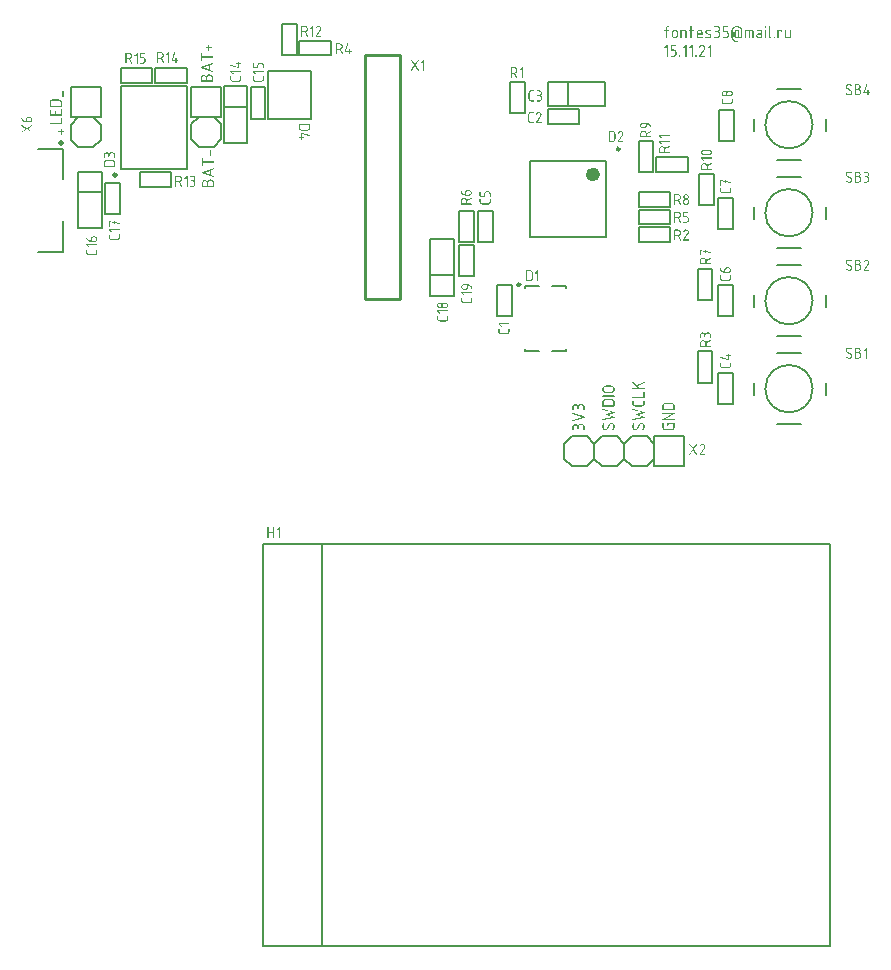
<source format=gto>
G04 Layer_Color=65535*
%FSLAX44Y44*%
%MOMM*%
G71*
G01*
G75*
%ADD27C,0.6000*%
%ADD29C,0.3000*%
%ADD33C,0.2540*%
%ADD45C,0.2000*%
%ADD46C,0.2500*%
%ADD47C,0.5000*%
G36*
X389475Y592565D02*
X389651Y592548D01*
X389844Y592513D01*
X390090Y592460D01*
X390336Y592389D01*
X390617Y592302D01*
X390916Y592178D01*
X391233Y592038D01*
X391549Y591845D01*
X391865Y591634D01*
X392182Y591370D01*
X392498Y591071D01*
X392779Y590737D01*
X393061Y590333D01*
X393078Y590298D01*
X393131Y590210D01*
X393201Y590087D01*
X393271Y589929D01*
X393359Y589753D01*
X393430Y589577D01*
X393482Y589401D01*
X393500Y589261D01*
Y589226D01*
X393482Y589155D01*
X393447Y589050D01*
X393359Y588944D01*
X393342Y588927D01*
X393271Y588874D01*
X393166Y588821D01*
X393043Y588804D01*
X392990D01*
X392938Y588821D01*
X392867Y588839D01*
X392727Y588909D01*
X392656Y588962D01*
X392621Y589032D01*
Y589050D01*
X392586Y589120D01*
X392551Y589208D01*
X392516Y589331D01*
X392393Y589612D01*
X392234Y589894D01*
X392217Y589911D01*
X392182Y589964D01*
X392129Y590034D01*
X392059Y590140D01*
X391953Y590245D01*
X391848Y590386D01*
X391707Y590526D01*
X391549Y590667D01*
X391373Y590825D01*
X391180Y590983D01*
X390758Y591247D01*
X390512Y591370D01*
X390266Y591475D01*
X390002Y591546D01*
X389721Y591599D01*
Y590210D01*
Y590192D01*
Y590175D01*
Y590122D01*
X389703Y590052D01*
X389686Y589858D01*
X389633Y589630D01*
X389545Y589366D01*
X389440Y589085D01*
X389264Y588804D01*
X389035Y588540D01*
X389000Y588505D01*
X388912Y588435D01*
X388772Y588329D01*
X388561Y588206D01*
X388315Y588066D01*
X388034Y587960D01*
X387700Y587890D01*
X387348Y587855D01*
X386311D01*
X386241Y587872D01*
X386047Y587890D01*
X385819Y587943D01*
X385555Y588030D01*
X385274Y588136D01*
X384993Y588312D01*
X384729Y588540D01*
X384694Y588575D01*
X384624Y588663D01*
X384501Y588804D01*
X384378Y589015D01*
X384255Y589243D01*
X384132Y589542D01*
X384061Y589858D01*
X384026Y590210D01*
Y590228D01*
Y590263D01*
Y590298D01*
X384044Y590368D01*
X384061Y590561D01*
X384114Y590790D01*
X384184Y591054D01*
X384307Y591335D01*
X384483Y591616D01*
X384712Y591880D01*
X384747Y591915D01*
X384835Y591985D01*
X384975Y592108D01*
X385169Y592231D01*
X385415Y592354D01*
X385696Y592477D01*
X386030Y592548D01*
X386381Y592583D01*
X389352D01*
X389475Y592565D01*
D02*
G37*
G36*
X442480Y604456D02*
X442656Y604439D01*
X442884Y604386D01*
X443166Y604316D01*
X443447Y604193D01*
X443728Y604017D01*
X443992Y603788D01*
X444027Y603753D01*
X444097Y603665D01*
X444203Y603525D01*
X444343Y603314D01*
X444466Y603068D01*
X444572Y602786D01*
X444642Y602470D01*
X444677Y602101D01*
Y597355D01*
Y597338D01*
Y597320D01*
Y597267D01*
X444660Y597197D01*
X444642Y597004D01*
X444589Y596775D01*
X444501Y596512D01*
X444379Y596230D01*
X444203Y595949D01*
X443974Y595686D01*
X443939Y595650D01*
X443851Y595580D01*
X443711Y595475D01*
X443517Y595351D01*
X443271Y595211D01*
X442990Y595106D01*
X442656Y595035D01*
X442304Y595000D01*
X439387D01*
X439316Y595018D01*
X439229Y595053D01*
X439141Y595106D01*
X439070Y595193D01*
X439018Y595299D01*
X439000Y595457D01*
Y603999D01*
Y604017D01*
Y604070D01*
X439018Y604157D01*
X439053Y604245D01*
X439105Y604316D01*
X439193Y604404D01*
X439299Y604456D01*
X439457Y604474D01*
X442410D01*
X442480Y604456D01*
D02*
G37*
G36*
X393184Y585956D02*
X393271Y585921D01*
X393359Y585851D01*
X393430Y585781D01*
X393482Y585658D01*
X393500Y585499D01*
Y585482D01*
Y585429D01*
X393482Y585341D01*
X393447Y585271D01*
X393395Y585183D01*
X393307Y585095D01*
X393201Y585042D01*
X393043Y585025D01*
X385643D01*
X386733Y583918D01*
X386750Y583900D01*
X386803Y583830D01*
X386856Y583724D01*
X386874Y583601D01*
Y583583D01*
Y583531D01*
X386856Y583443D01*
X386821Y583373D01*
X386750Y583285D01*
X386680Y583197D01*
X386557Y583144D01*
X386399Y583126D01*
X386364D01*
X386276Y583144D01*
X386170Y583179D01*
X386065Y583250D01*
X384219Y585113D01*
X384202D01*
X384184Y585148D01*
X384114Y585236D01*
X384061Y585359D01*
X384026Y585429D01*
Y585499D01*
Y585517D01*
Y585570D01*
X384044Y585658D01*
X384079Y585745D01*
X384149Y585816D01*
X384219Y585904D01*
X384342Y585956D01*
X384501Y585974D01*
X393113D01*
X393184Y585956D01*
D02*
G37*
G36*
X370803Y577065D02*
X370996Y577048D01*
X371225Y576995D01*
X371488Y576907D01*
X371770Y576784D01*
X372051Y576608D01*
X372314Y576380D01*
X372350Y576344D01*
X372420Y576257D01*
X372525Y576116D01*
X372649Y575923D01*
X372789Y575677D01*
X372895Y575395D01*
X372965Y575061D01*
X373000Y574710D01*
Y574692D01*
Y574675D01*
Y574622D01*
X372982Y574552D01*
X372965Y574358D01*
X372912Y574130D01*
X372824Y573866D01*
X372719Y573585D01*
X372543Y573304D01*
X372314Y573040D01*
X372279Y573005D01*
X372192Y572935D01*
X372051Y572829D01*
X371840Y572706D01*
X371611Y572565D01*
X371313Y572460D01*
X370996Y572390D01*
X370645Y572355D01*
X369590D01*
X369502Y572372D01*
X369397Y572390D01*
X369291Y572407D01*
X369010Y572478D01*
X368711Y572583D01*
X368395Y572759D01*
X368237Y572864D01*
X368078Y572987D01*
X367938Y573146D01*
X367797Y573304D01*
X367780Y573286D01*
X367762Y573269D01*
X367674Y573163D01*
X367499Y573005D01*
X367288Y572829D01*
X367024Y572653D01*
X366690Y572495D01*
X366321Y572390D01*
X366110Y572372D01*
X365899Y572355D01*
X365811D01*
X365741Y572372D01*
X365547Y572390D01*
X365319Y572443D01*
X365055Y572530D01*
X364774Y572636D01*
X364493Y572812D01*
X364229Y573040D01*
X364194Y573075D01*
X364124Y573163D01*
X364001Y573304D01*
X363878Y573515D01*
X363755Y573743D01*
X363632Y574042D01*
X363561Y574358D01*
X363526Y574710D01*
Y574728D01*
Y574763D01*
Y574798D01*
X363544Y574868D01*
X363561Y575061D01*
X363614Y575290D01*
X363702Y575554D01*
X363825Y575835D01*
X364001Y576116D01*
X364229Y576380D01*
X364264Y576415D01*
X364352Y576485D01*
X364493Y576608D01*
X364686Y576731D01*
X364932Y576854D01*
X365214Y576977D01*
X365547Y577048D01*
X365899Y577083D01*
X366004D01*
X366092Y577065D01*
X366198Y577048D01*
X366303Y577030D01*
X366585Y576960D01*
X366883Y576854D01*
X367200Y576679D01*
X367358Y576573D01*
X367516Y576450D01*
X367657Y576309D01*
X367797Y576134D01*
X367815Y576169D01*
X367885Y576239D01*
X367991Y576362D01*
X368149Y576485D01*
X368325Y576643D01*
X368553Y576784D01*
X368799Y576907D01*
X369063Y576995D01*
X369080D01*
X369133Y577012D01*
X369256Y577030D01*
X369397Y577048D01*
X369625D01*
X369889Y577065D01*
X370047Y577083D01*
X370733D01*
X370803Y577065D01*
D02*
G37*
G36*
X393184Y581211D02*
X393254Y581175D01*
X393342Y581105D01*
X393430Y581035D01*
X393482Y580912D01*
X393500Y580754D01*
Y578855D01*
Y578838D01*
Y578820D01*
Y578767D01*
X393482Y578697D01*
X393465Y578504D01*
X393412Y578275D01*
X393324Y578012D01*
X393219Y577730D01*
X393043Y577449D01*
X392814Y577186D01*
X392779Y577150D01*
X392691Y577080D01*
X392551Y576975D01*
X392340Y576852D01*
X392111Y576711D01*
X391813Y576605D01*
X391496Y576535D01*
X391145Y576500D01*
X386311D01*
X386241Y576518D01*
X386047Y576535D01*
X385819Y576588D01*
X385555Y576676D01*
X385274Y576781D01*
X384993Y576957D01*
X384729Y577186D01*
X384694Y577221D01*
X384624Y577309D01*
X384501Y577449D01*
X384378Y577660D01*
X384255Y577889D01*
X384132Y578187D01*
X384061Y578504D01*
X384026Y578855D01*
Y580754D01*
Y580771D01*
Y580824D01*
X384044Y580912D01*
X384079Y581000D01*
X384149Y581070D01*
X384219Y581158D01*
X384342Y581211D01*
X384501Y581228D01*
X384571D01*
X384659Y581211D01*
X384729Y581175D01*
X384817Y581105D01*
X384905Y581035D01*
X384958Y580912D01*
X384975Y580754D01*
Y578855D01*
Y578838D01*
Y578750D01*
X384993Y578644D01*
X385028Y578504D01*
X385081Y578346D01*
X385151Y578187D01*
X385257Y578012D01*
X385397Y577854D01*
X385415Y577836D01*
X385467Y577783D01*
X385555Y577730D01*
X385678Y577660D01*
X385819Y577572D01*
X385995Y577519D01*
X386188Y577467D01*
X386399Y577449D01*
X391233D01*
X391356Y577467D01*
X391479Y577502D01*
X391637Y577555D01*
X391813Y577625D01*
X391988Y577713D01*
X392147Y577854D01*
X392164Y577871D01*
X392217Y577924D01*
X392270Y578012D01*
X392340Y578135D01*
X392428Y578275D01*
X392481Y578451D01*
X392533Y578644D01*
X392551Y578855D01*
Y580754D01*
Y580771D01*
Y580824D01*
X392568Y580912D01*
X392604Y581000D01*
X392674Y581070D01*
X392744Y581158D01*
X392867Y581211D01*
X393025Y581228D01*
X393096D01*
X393184Y581211D01*
D02*
G37*
G36*
X88803Y697660D02*
X88996Y697642D01*
X89225Y697589D01*
X89488Y697502D01*
X89770Y697378D01*
X90051Y697203D01*
X90315Y696974D01*
X90350Y696939D01*
X90420Y696851D01*
X90525Y696711D01*
X90648Y696517D01*
X90789Y696271D01*
X90894Y695990D01*
X90965Y695656D01*
X91000Y695304D01*
Y692457D01*
Y692439D01*
Y692387D01*
X90982Y692316D01*
X90947Y692228D01*
X90894Y692141D01*
X90807Y692070D01*
X90701Y692018D01*
X90543Y692000D01*
X81930D01*
X81842Y692018D01*
X81755Y692053D01*
X81684Y692105D01*
X81596Y692193D01*
X81544Y692299D01*
X81526Y692457D01*
Y695304D01*
Y695322D01*
Y695357D01*
Y695410D01*
X81544Y695480D01*
X81561Y695656D01*
X81614Y695884D01*
X81684Y696166D01*
X81807Y696447D01*
X81983Y696728D01*
X82212Y696992D01*
X82247Y697027D01*
X82335Y697097D01*
X82475Y697203D01*
X82686Y697343D01*
X82932Y697466D01*
X83214Y697572D01*
X83530Y697642D01*
X83899Y697677D01*
X88733D01*
X88803Y697660D01*
D02*
G37*
G36*
Y704286D02*
X88996Y704269D01*
X89225Y704216D01*
X89488Y704128D01*
X89770Y704005D01*
X90051Y703829D01*
X90315Y703601D01*
X90350Y703566D01*
X90420Y703478D01*
X90525Y703319D01*
X90648Y703126D01*
X90789Y702880D01*
X90894Y702599D01*
X90965Y702282D01*
X91000Y701931D01*
Y700033D01*
Y700015D01*
Y699962D01*
X90982Y699874D01*
X90947Y699804D01*
X90877Y699716D01*
X90807Y699628D01*
X90684Y699576D01*
X90525Y699558D01*
X90455D01*
X90367Y699576D01*
X90279Y699611D01*
X90209Y699681D01*
X90121Y699751D01*
X90068Y699874D01*
X90051Y700033D01*
Y701931D01*
Y701966D01*
Y702036D01*
X90033Y702142D01*
X89998Y702282D01*
X89945Y702441D01*
X89875Y702599D01*
X89787Y702775D01*
X89647Y702933D01*
X89629Y702950D01*
X89576Y703003D01*
X89488Y703073D01*
X89365Y703144D01*
X89225Y703214D01*
X89049Y703284D01*
X88856Y703337D01*
X88645Y703355D01*
X87590D01*
X87485Y703337D01*
X87344Y703302D01*
X87203Y703249D01*
X87028Y703179D01*
X86852Y703073D01*
X86694Y702933D01*
X86676Y702915D01*
X86623Y702862D01*
X86553Y702775D01*
X86483Y702652D01*
X86412Y702511D01*
X86342Y702335D01*
X86289Y702142D01*
X86272Y701931D01*
Y700982D01*
Y700964D01*
Y700911D01*
X86254Y700824D01*
X86219Y700753D01*
X86149Y700665D01*
X86079Y700577D01*
X85955Y700525D01*
X85797Y700507D01*
X85727D01*
X85639Y700525D01*
X85551Y700560D01*
X85481Y700630D01*
X85393Y700701D01*
X85340Y700824D01*
X85323Y700982D01*
Y701931D01*
Y701966D01*
Y702036D01*
X85305Y702142D01*
X85270Y702282D01*
X85217Y702441D01*
X85147Y702599D01*
X85059Y702775D01*
X84918Y702933D01*
X84901Y702950D01*
X84848Y703003D01*
X84760Y703073D01*
X84637Y703144D01*
X84479Y703214D01*
X84303Y703284D01*
X84110Y703337D01*
X83899Y703355D01*
X83793D01*
X83688Y703337D01*
X83547Y703302D01*
X83407Y703249D01*
X83231Y703179D01*
X83055Y703073D01*
X82897Y702933D01*
X82879Y702915D01*
X82827Y702862D01*
X82757Y702775D01*
X82686Y702652D01*
X82616Y702511D01*
X82546Y702335D01*
X82493Y702142D01*
X82475Y701931D01*
Y700033D01*
Y700015D01*
Y699962D01*
X82458Y699874D01*
X82423Y699804D01*
X82352Y699716D01*
X82282Y699628D01*
X82159Y699576D01*
X82001Y699558D01*
X81930D01*
X81842Y699576D01*
X81755Y699611D01*
X81684Y699681D01*
X81596Y699751D01*
X81544Y699874D01*
X81526Y700033D01*
Y701931D01*
Y701948D01*
Y701984D01*
Y702019D01*
X81544Y702089D01*
X81561Y702282D01*
X81614Y702511D01*
X81702Y702775D01*
X81825Y703056D01*
X82001Y703337D01*
X82229Y703601D01*
X82264Y703636D01*
X82352Y703706D01*
X82510Y703829D01*
X82704Y703952D01*
X82950Y704075D01*
X83231Y704198D01*
X83547Y704269D01*
X83899Y704304D01*
X84022D01*
X84092Y704286D01*
X84198Y704269D01*
X84321Y704251D01*
X84585Y704181D01*
X84883Y704075D01*
X85200Y703900D01*
X85358Y703794D01*
X85516Y703671D01*
X85657Y703530D01*
X85797Y703355D01*
Y703372D01*
X85832Y703390D01*
X85920Y703495D01*
X86079Y703653D01*
X86307Y703829D01*
X86571Y704005D01*
X86905Y704163D01*
X87274Y704269D01*
X87485Y704286D01*
X87696Y704304D01*
X88733D01*
X88803Y704286D01*
D02*
G37*
G36*
X519089Y722456D02*
X519282Y722439D01*
X519511Y722386D01*
X519775Y722298D01*
X520056Y722175D01*
X520337Y721999D01*
X520601Y721771D01*
X520636Y721736D01*
X520706Y721648D01*
X520829Y721507D01*
X520952Y721314D01*
X521075Y721068D01*
X521198Y720787D01*
X521269Y720453D01*
X521304Y720101D01*
Y720066D01*
Y719978D01*
X521286Y719855D01*
X521251Y719679D01*
X521198Y719468D01*
X521110Y719240D01*
X521005Y718994D01*
X520864Y718730D01*
X517894Y713949D01*
X520900D01*
X520987Y713932D01*
X521075Y713896D01*
X521146Y713826D01*
X521233Y713756D01*
X521286Y713633D01*
X521304Y713475D01*
Y713457D01*
Y713404D01*
X521286Y713316D01*
X521251Y713246D01*
X521181Y713158D01*
X521110Y713070D01*
X520987Y713018D01*
X520829Y713000D01*
X516962D01*
X516874Y713018D01*
X516804Y713053D01*
X516716Y713105D01*
X516628Y713193D01*
X516576Y713299D01*
X516558Y713457D01*
Y713492D01*
X516576Y713545D01*
X516593Y713650D01*
X516646Y713738D01*
X520108Y719310D01*
X520126Y719328D01*
X520144Y719380D01*
X520179Y719451D01*
X520232Y719556D01*
X520284Y719679D01*
X520320Y719802D01*
X520337Y719943D01*
X520355Y720101D01*
Y720119D01*
Y720207D01*
X520337Y720312D01*
X520302Y720453D01*
X520249Y720593D01*
X520179Y720769D01*
X520073Y720945D01*
X519933Y721103D01*
X519915Y721121D01*
X519863Y721173D01*
X519775Y721244D01*
X519651Y721314D01*
X519511Y721384D01*
X519335Y721454D01*
X519142Y721507D01*
X518931Y721525D01*
X518896D01*
X518790Y721507D01*
X518632Y721454D01*
X518439Y721384D01*
X518210Y721226D01*
X518087Y721138D01*
X517964Y721015D01*
X517841Y720892D01*
X517718Y720716D01*
X517578Y720540D01*
X517454Y720330D01*
Y720312D01*
X517437Y720294D01*
X517349Y720224D01*
X517226Y720136D01*
X517138Y720119D01*
X517033Y720101D01*
X516962D01*
X516874Y720119D01*
X516804Y720154D01*
X516716Y720224D01*
X516628Y720294D01*
X516576Y720417D01*
X516558Y720576D01*
Y720593D01*
Y720646D01*
X516576Y720699D01*
X516611Y720769D01*
X516628Y720787D01*
X516646Y720839D01*
X516699Y720927D01*
X516769Y721033D01*
X516857Y721173D01*
X516962Y721314D01*
X517085Y721454D01*
X517226Y721630D01*
X517560Y721929D01*
X517753Y722087D01*
X517964Y722210D01*
X518175Y722316D01*
X518421Y722404D01*
X518667Y722456D01*
X518931Y722474D01*
X519019D01*
X519089Y722456D01*
D02*
G37*
G36*
X449107Y604456D02*
X449195Y604421D01*
X449265Y604351D01*
X449353Y604281D01*
X449406Y604157D01*
X449423Y603999D01*
Y595457D01*
Y595439D01*
Y595387D01*
X449406Y595316D01*
X449370Y595229D01*
X449300Y595141D01*
X449230Y595070D01*
X449107Y595018D01*
X448949Y595000D01*
X448878D01*
X448790Y595018D01*
X448720Y595053D01*
X448632Y595106D01*
X448544Y595193D01*
X448492Y595299D01*
X448474Y595457D01*
Y602857D01*
X447367Y601767D01*
X447349Y601749D01*
X447279Y601697D01*
X447173Y601644D01*
X447050Y601627D01*
X446980D01*
X446892Y601644D01*
X446822Y601679D01*
X446734Y601749D01*
X446646Y601820D01*
X446593Y601943D01*
X446576Y602101D01*
Y602119D01*
Y602136D01*
X446593Y602224D01*
X446628Y602329D01*
X446699Y602435D01*
X448562Y604281D01*
Y604298D01*
X448597Y604316D01*
X448685Y604386D01*
X448808Y604439D01*
X448878Y604474D01*
X449019D01*
X449107Y604456D01*
D02*
G37*
G36*
X512480Y722456D02*
X512656Y722439D01*
X512884Y722386D01*
X513166Y722316D01*
X513447Y722193D01*
X513728Y722017D01*
X513992Y721788D01*
X514027Y721753D01*
X514097Y721665D01*
X514203Y721525D01*
X514343Y721314D01*
X514466Y721068D01*
X514572Y720787D01*
X514642Y720470D01*
X514677Y720101D01*
Y715355D01*
Y715338D01*
Y715320D01*
Y715267D01*
X514660Y715197D01*
X514642Y715004D01*
X514589Y714775D01*
X514501Y714512D01*
X514379Y714230D01*
X514203Y713949D01*
X513974Y713686D01*
X513939Y713650D01*
X513851Y713580D01*
X513711Y713475D01*
X513517Y713352D01*
X513271Y713211D01*
X512990Y713105D01*
X512656Y713035D01*
X512304Y713000D01*
X509387D01*
X509316Y713018D01*
X509229Y713053D01*
X509141Y713105D01*
X509070Y713193D01*
X509018Y713299D01*
X509000Y713457D01*
Y721999D01*
Y722017D01*
Y722070D01*
X509018Y722158D01*
X509053Y722245D01*
X509105Y722316D01*
X509193Y722404D01*
X509299Y722456D01*
X509457Y722474D01*
X512410D01*
X512480Y722456D01*
D02*
G37*
G36*
X372684Y570456D02*
X372771Y570421D01*
X372859Y570351D01*
X372930Y570280D01*
X372982Y570158D01*
X373000Y569999D01*
Y569982D01*
Y569929D01*
X372982Y569841D01*
X372947Y569771D01*
X372895Y569683D01*
X372807Y569595D01*
X372701Y569542D01*
X372543Y569525D01*
X365143D01*
X366233Y568417D01*
X366250Y568400D01*
X366303Y568330D01*
X366356Y568224D01*
X366374Y568101D01*
Y568083D01*
Y568031D01*
X366356Y567943D01*
X366321Y567873D01*
X366250Y567785D01*
X366180Y567697D01*
X366057Y567644D01*
X365899Y567626D01*
X365864D01*
X365776Y567644D01*
X365671Y567679D01*
X365565Y567749D01*
X363719Y569613D01*
X363702D01*
X363684Y569648D01*
X363614Y569736D01*
X363561Y569859D01*
X363526Y569929D01*
Y569999D01*
Y570017D01*
Y570070D01*
X363544Y570158D01*
X363579Y570245D01*
X363649Y570316D01*
X363719Y570404D01*
X363843Y570456D01*
X364001Y570474D01*
X372613D01*
X372684Y570456D01*
D02*
G37*
G36*
X75684Y621711D02*
X75754Y621675D01*
X75842Y621605D01*
X75930Y621535D01*
X75982Y621412D01*
X76000Y621254D01*
Y619355D01*
Y619338D01*
Y619320D01*
Y619267D01*
X75982Y619197D01*
X75965Y619004D01*
X75912Y618775D01*
X75824Y618512D01*
X75719Y618230D01*
X75543Y617949D01*
X75314Y617686D01*
X75279Y617650D01*
X75191Y617580D01*
X75051Y617475D01*
X74840Y617351D01*
X74611Y617211D01*
X74313Y617105D01*
X73996Y617035D01*
X73645Y617000D01*
X68811D01*
X68741Y617018D01*
X68547Y617035D01*
X68319Y617088D01*
X68055Y617176D01*
X67774Y617281D01*
X67493Y617457D01*
X67229Y617686D01*
X67194Y617721D01*
X67124Y617808D01*
X67001Y617949D01*
X66878Y618160D01*
X66755Y618389D01*
X66632Y618687D01*
X66561Y619004D01*
X66526Y619355D01*
Y621254D01*
Y621271D01*
Y621324D01*
X66544Y621412D01*
X66579Y621500D01*
X66649Y621570D01*
X66719Y621658D01*
X66842Y621711D01*
X67001Y621728D01*
X67071D01*
X67159Y621711D01*
X67229Y621675D01*
X67317Y621605D01*
X67405Y621535D01*
X67458Y621412D01*
X67475Y621254D01*
Y619355D01*
Y619338D01*
Y619250D01*
X67493Y619144D01*
X67528Y619004D01*
X67581Y618846D01*
X67651Y618687D01*
X67757Y618512D01*
X67897Y618353D01*
X67915Y618336D01*
X67967Y618283D01*
X68055Y618230D01*
X68178Y618160D01*
X68319Y618072D01*
X68495Y618019D01*
X68688Y617967D01*
X68899Y617949D01*
X73733D01*
X73856Y617967D01*
X73979Y618002D01*
X74137Y618055D01*
X74313Y618125D01*
X74488Y618213D01*
X74647Y618353D01*
X74664Y618371D01*
X74717Y618424D01*
X74770Y618512D01*
X74840Y618635D01*
X74928Y618775D01*
X74981Y618951D01*
X75033Y619144D01*
X75051Y619355D01*
Y621254D01*
Y621271D01*
Y621324D01*
X75068Y621412D01*
X75104Y621500D01*
X75174Y621570D01*
X75244Y621658D01*
X75367Y621711D01*
X75525Y621728D01*
X75596D01*
X75684Y621711D01*
D02*
G37*
G36*
Y626456D02*
X75771Y626421D01*
X75859Y626351D01*
X75930Y626281D01*
X75982Y626157D01*
X76000Y625999D01*
Y625982D01*
Y625929D01*
X75982Y625841D01*
X75947Y625771D01*
X75894Y625683D01*
X75807Y625595D01*
X75701Y625542D01*
X75543Y625525D01*
X68143D01*
X69233Y624417D01*
X69250Y624400D01*
X69303Y624329D01*
X69356Y624224D01*
X69373Y624101D01*
Y624084D01*
Y624031D01*
X69356Y623943D01*
X69321Y623872D01*
X69250Y623785D01*
X69180Y623697D01*
X69057Y623644D01*
X68899Y623627D01*
X68864D01*
X68776Y623644D01*
X68671Y623679D01*
X68565Y623750D01*
X66719Y625613D01*
X66702D01*
X66684Y625648D01*
X66614Y625736D01*
X66561Y625859D01*
X66526Y625929D01*
Y625999D01*
Y626017D01*
Y626070D01*
X66544Y626157D01*
X66579Y626245D01*
X66649Y626316D01*
X66719Y626404D01*
X66842Y626456D01*
X67001Y626474D01*
X75613D01*
X75684Y626456D01*
D02*
G37*
G36*
X214803Y780065D02*
X214996Y780048D01*
X215225Y779995D01*
X215488Y779907D01*
X215770Y779784D01*
X216051Y779608D01*
X216315Y779380D01*
X216350Y779345D01*
X216420Y779257D01*
X216525Y779099D01*
X216649Y778905D01*
X216789Y778659D01*
X216894Y778378D01*
X216965Y778062D01*
X217000Y777710D01*
Y775812D01*
Y775794D01*
Y775741D01*
X216982Y775671D01*
X216947Y775583D01*
X216877Y775495D01*
X216807Y775425D01*
X216684Y775372D01*
X216525Y775355D01*
X216455D01*
X216367Y775372D01*
X216279Y775407D01*
X216209Y775460D01*
X216121Y775548D01*
X216068Y775653D01*
X216051Y775812D01*
Y777710D01*
Y777745D01*
Y777815D01*
X216033Y777921D01*
X215998Y778062D01*
X215945Y778220D01*
X215875Y778378D01*
X215787Y778554D01*
X215647Y778712D01*
X215629Y778729D01*
X215576Y778782D01*
X215488Y778852D01*
X215365Y778923D01*
X215225Y778993D01*
X215049Y779063D01*
X214856Y779116D01*
X214645Y779134D01*
X213590D01*
X213485Y779116D01*
X213344Y779081D01*
X213203Y779028D01*
X213028Y778958D01*
X212852Y778852D01*
X212694Y778712D01*
X212676Y778694D01*
X212623Y778642D01*
X212553Y778554D01*
X212483Y778431D01*
X212412Y778290D01*
X212342Y778114D01*
X212289Y777921D01*
X212272Y777710D01*
Y775812D01*
Y775794D01*
Y775741D01*
X212254Y775671D01*
X212219Y775583D01*
X212149Y775495D01*
X212078Y775425D01*
X211956Y775372D01*
X211797Y775355D01*
X207930D01*
X207843Y775372D01*
X207755Y775407D01*
X207684Y775460D01*
X207596Y775548D01*
X207544Y775653D01*
X207526Y775812D01*
Y779134D01*
Y779151D01*
Y779204D01*
X207544Y779274D01*
X207579Y779362D01*
X207649Y779450D01*
X207719Y779520D01*
X207843Y779573D01*
X208001Y779591D01*
X208071D01*
X208159Y779573D01*
X208229Y779538D01*
X208317Y779485D01*
X208405Y779397D01*
X208458Y779292D01*
X208475Y779134D01*
Y776304D01*
X211323D01*
Y777710D01*
Y777728D01*
Y777763D01*
Y777798D01*
X211340Y777868D01*
X211358Y778062D01*
X211411Y778290D01*
X211499Y778554D01*
X211621Y778835D01*
X211797Y779116D01*
X212026Y779380D01*
X212061Y779415D01*
X212149Y779485D01*
X212307Y779608D01*
X212500Y779731D01*
X212746Y779854D01*
X213028Y779977D01*
X213344Y780048D01*
X213696Y780083D01*
X214733D01*
X214803Y780065D01*
D02*
G37*
G36*
X216684Y768711D02*
X216754Y768676D01*
X216842Y768605D01*
X216930Y768535D01*
X216982Y768412D01*
X217000Y768254D01*
Y766355D01*
Y766338D01*
Y766320D01*
Y766267D01*
X216982Y766197D01*
X216965Y766004D01*
X216912Y765775D01*
X216824Y765512D01*
X216719Y765230D01*
X216543Y764949D01*
X216315Y764686D01*
X216279Y764650D01*
X216192Y764580D01*
X216051Y764475D01*
X215840Y764352D01*
X215611Y764211D01*
X215313Y764106D01*
X214996Y764035D01*
X214645Y764000D01*
X209811D01*
X209741Y764018D01*
X209547Y764035D01*
X209319Y764088D01*
X209055Y764176D01*
X208774Y764281D01*
X208493Y764457D01*
X208229Y764686D01*
X208194Y764721D01*
X208124Y764809D01*
X208001Y764949D01*
X207878Y765160D01*
X207755Y765389D01*
X207632Y765687D01*
X207561Y766004D01*
X207526Y766355D01*
Y768254D01*
Y768271D01*
Y768324D01*
X207544Y768412D01*
X207579Y768500D01*
X207649Y768570D01*
X207719Y768658D01*
X207843Y768711D01*
X208001Y768728D01*
X208071D01*
X208159Y768711D01*
X208229Y768676D01*
X208317Y768605D01*
X208405Y768535D01*
X208458Y768412D01*
X208475Y768254D01*
Y766355D01*
Y766338D01*
Y766250D01*
X208493Y766144D01*
X208528Y766004D01*
X208581Y765846D01*
X208651Y765687D01*
X208757Y765512D01*
X208897Y765353D01*
X208915Y765336D01*
X208967Y765283D01*
X209055Y765230D01*
X209178Y765160D01*
X209319Y765072D01*
X209495Y765020D01*
X209688Y764967D01*
X209899Y764949D01*
X214733D01*
X214856Y764967D01*
X214979Y765002D01*
X215137Y765055D01*
X215313Y765125D01*
X215488Y765213D01*
X215647Y765353D01*
X215664Y765371D01*
X215717Y765424D01*
X215770Y765512D01*
X215840Y765635D01*
X215928Y765775D01*
X215980Y765951D01*
X216033Y766144D01*
X216051Y766355D01*
Y768254D01*
Y768271D01*
Y768324D01*
X216068Y768412D01*
X216104Y768500D01*
X216174Y768570D01*
X216244Y768658D01*
X216367Y768711D01*
X216525Y768728D01*
X216596D01*
X216684Y768711D01*
D02*
G37*
G36*
Y773456D02*
X216772Y773421D01*
X216859Y773351D01*
X216930Y773281D01*
X216982Y773158D01*
X217000Y772999D01*
Y772982D01*
Y772929D01*
X216982Y772841D01*
X216947Y772771D01*
X216894Y772683D01*
X216807Y772595D01*
X216701Y772542D01*
X216543Y772525D01*
X209143D01*
X210233Y771417D01*
X210250Y771400D01*
X210303Y771329D01*
X210356Y771224D01*
X210373Y771101D01*
Y771084D01*
Y771031D01*
X210356Y770943D01*
X210321Y770873D01*
X210250Y770785D01*
X210180Y770697D01*
X210057Y770644D01*
X209899Y770627D01*
X209864D01*
X209776Y770644D01*
X209671Y770679D01*
X209565Y770750D01*
X207719Y772613D01*
X207702D01*
X207684Y772648D01*
X207614Y772736D01*
X207561Y772859D01*
X207526Y772929D01*
Y772999D01*
Y773017D01*
Y773070D01*
X207544Y773158D01*
X207579Y773245D01*
X207649Y773316D01*
X207719Y773404D01*
X207843Y773456D01*
X208001Y773474D01*
X216613D01*
X216684Y773456D01*
D02*
G37*
G36*
X90430Y646065D02*
X90500Y646030D01*
X90588Y645960D01*
X90676Y645889D01*
X90729Y645766D01*
X90746Y645608D01*
Y645028D01*
X94631Y644167D01*
X94649D01*
X94684Y644149D01*
X94807Y644079D01*
X94877Y644009D01*
X94947Y643938D01*
X94982Y643833D01*
X95000Y643710D01*
Y643692D01*
Y643640D01*
X94982Y643552D01*
X94947Y643481D01*
X94895Y643393D01*
X94807Y643306D01*
X94701Y643253D01*
X94543Y643235D01*
X94420D01*
X90746Y644044D01*
Y643692D01*
Y643675D01*
Y643622D01*
X90729Y643552D01*
X90694Y643464D01*
X90623Y643376D01*
X90553Y643306D01*
X90430Y643253D01*
X90272Y643235D01*
X90202D01*
X90114Y643253D01*
X90026Y643288D01*
X89955Y643358D01*
X89868Y643429D01*
X89815Y643552D01*
X89797Y643710D01*
Y644255D01*
X86475Y645011D01*
Y641812D01*
Y641794D01*
Y641741D01*
X86458Y641653D01*
X86423Y641583D01*
X86352Y641495D01*
X86282Y641407D01*
X86159Y641355D01*
X86001Y641337D01*
X85930D01*
X85843Y641355D01*
X85755Y641390D01*
X85684Y641460D01*
X85596Y641530D01*
X85544Y641653D01*
X85526Y641812D01*
Y645608D01*
Y645626D01*
Y645678D01*
X85544Y645749D01*
X85579Y645837D01*
X85649Y645925D01*
X85719Y645995D01*
X85843Y646065D01*
X86001Y646083D01*
X86018D01*
X86106Y646065D01*
X89797Y645239D01*
Y645608D01*
Y645626D01*
Y645678D01*
X89815Y645766D01*
X89850Y645854D01*
X89920Y645925D01*
X89991Y646012D01*
X90114Y646065D01*
X90272Y646083D01*
X90342D01*
X90430Y646065D01*
D02*
G37*
G36*
X372684Y565711D02*
X372754Y565675D01*
X372842Y565605D01*
X372930Y565535D01*
X372982Y565412D01*
X373000Y565254D01*
Y563355D01*
Y563338D01*
Y563320D01*
Y563267D01*
X372982Y563197D01*
X372965Y563004D01*
X372912Y562775D01*
X372824Y562512D01*
X372719Y562230D01*
X372543Y561949D01*
X372314Y561685D01*
X372279Y561650D01*
X372192Y561580D01*
X372051Y561475D01*
X371840Y561352D01*
X371611Y561211D01*
X371313Y561105D01*
X370996Y561035D01*
X370645Y561000D01*
X365811D01*
X365741Y561018D01*
X365547Y561035D01*
X365319Y561088D01*
X365055Y561176D01*
X364774Y561281D01*
X364493Y561457D01*
X364229Y561685D01*
X364194Y561721D01*
X364124Y561809D01*
X364001Y561949D01*
X363878Y562160D01*
X363755Y562389D01*
X363632Y562687D01*
X363561Y563004D01*
X363526Y563355D01*
Y565254D01*
Y565271D01*
Y565324D01*
X363544Y565412D01*
X363579Y565500D01*
X363649Y565570D01*
X363719Y565658D01*
X363843Y565711D01*
X364001Y565728D01*
X364071D01*
X364159Y565711D01*
X364229Y565675D01*
X364317Y565605D01*
X364405Y565535D01*
X364458Y565412D01*
X364475Y565254D01*
Y563355D01*
Y563338D01*
Y563250D01*
X364493Y563144D01*
X364528Y563004D01*
X364581Y562846D01*
X364651Y562687D01*
X364757Y562512D01*
X364897Y562353D01*
X364915Y562336D01*
X364967Y562283D01*
X365055Y562230D01*
X365178Y562160D01*
X365319Y562072D01*
X365495Y562019D01*
X365688Y561967D01*
X365899Y561949D01*
X370733D01*
X370856Y561967D01*
X370979Y562002D01*
X371137Y562055D01*
X371313Y562125D01*
X371488Y562213D01*
X371647Y562353D01*
X371664Y562371D01*
X371717Y562424D01*
X371770Y562512D01*
X371840Y562635D01*
X371928Y562775D01*
X371981Y562951D01*
X372033Y563144D01*
X372051Y563355D01*
Y565254D01*
Y565271D01*
Y565324D01*
X372068Y565412D01*
X372104Y565500D01*
X372174Y565570D01*
X372244Y565658D01*
X372367Y565711D01*
X372525Y565728D01*
X372596D01*
X372684Y565711D01*
D02*
G37*
G36*
X94684Y639456D02*
X94771Y639421D01*
X94859Y639351D01*
X94930Y639281D01*
X94982Y639157D01*
X95000Y638999D01*
Y638982D01*
Y638929D01*
X94982Y638841D01*
X94947Y638771D01*
X94895Y638683D01*
X94807Y638595D01*
X94701Y638542D01*
X94543Y638525D01*
X87143D01*
X88233Y637417D01*
X88251Y637400D01*
X88303Y637329D01*
X88356Y637224D01*
X88373Y637101D01*
Y637084D01*
Y637031D01*
X88356Y636943D01*
X88321Y636872D01*
X88251Y636785D01*
X88180Y636697D01*
X88057Y636644D01*
X87899Y636627D01*
X87864D01*
X87776Y636644D01*
X87670Y636679D01*
X87565Y636749D01*
X85719Y638613D01*
X85702D01*
X85684Y638648D01*
X85614Y638736D01*
X85561Y638859D01*
X85526Y638929D01*
Y638999D01*
Y639017D01*
Y639070D01*
X85544Y639157D01*
X85579Y639245D01*
X85649Y639316D01*
X85719Y639404D01*
X85843Y639456D01*
X86001Y639474D01*
X94613D01*
X94684Y639456D01*
D02*
G37*
G36*
X73803Y633065D02*
X73996Y633048D01*
X74225Y632995D01*
X74488Y632907D01*
X74770Y632784D01*
X75051Y632608D01*
X75314Y632380D01*
X75350Y632345D01*
X75420Y632257D01*
X75525Y632116D01*
X75648Y631923D01*
X75789Y631677D01*
X75894Y631395D01*
X75965Y631062D01*
X76000Y630710D01*
Y630692D01*
Y630675D01*
Y630622D01*
X75982Y630552D01*
X75965Y630358D01*
X75912Y630130D01*
X75842Y629866D01*
X75719Y629585D01*
X75561Y629304D01*
X75332Y629040D01*
X75297Y629005D01*
X75209Y628935D01*
X75068Y628829D01*
X74858Y628706D01*
X74629Y628565D01*
X74330Y628460D01*
X74014Y628390D01*
X73662Y628355D01*
X70639D01*
X70534Y628372D01*
X70393Y628390D01*
X70235Y628407D01*
X70041Y628442D01*
X69848Y628495D01*
X69409Y628618D01*
X69180Y628706D01*
X68934Y628794D01*
X68688Y628917D01*
X68460Y629058D01*
X68214Y629216D01*
X67985Y629409D01*
X67967Y629427D01*
X67950Y629444D01*
X67897Y629497D01*
X67827Y629550D01*
X67669Y629726D01*
X67458Y629954D01*
X67247Y630218D01*
X67018Y630517D01*
X66825Y630868D01*
X66649Y631220D01*
Y631237D01*
X66632Y631272D01*
X66579Y631378D01*
X66544Y631518D01*
X66526Y631659D01*
Y631677D01*
Y631729D01*
X66544Y631817D01*
X66579Y631905D01*
X66649Y631975D01*
X66719Y632063D01*
X66842Y632116D01*
X67001Y632134D01*
X67053D01*
X67124Y632116D01*
X67194Y632099D01*
X67335Y632028D01*
X67387Y631975D01*
X67422Y631888D01*
Y631870D01*
X67440Y631835D01*
X67458Y631782D01*
X67475Y631712D01*
X67563Y631518D01*
X67686Y631272D01*
X67844Y630974D01*
X68073Y630675D01*
X68354Y630358D01*
X68688Y630060D01*
X68723Y630024D01*
X68829Y629954D01*
X68987Y629849D01*
X69180Y629726D01*
X69426Y629603D01*
X69707Y629497D01*
X70006Y629392D01*
X70323Y629339D01*
Y630710D01*
Y630728D01*
Y630763D01*
Y630815D01*
X70340Y630886D01*
X70358Y631062D01*
X70411Y631290D01*
X70498Y631571D01*
X70622Y631852D01*
X70797Y632134D01*
X71026Y632397D01*
X71061Y632432D01*
X71149Y632503D01*
X71289Y632608D01*
X71483Y632749D01*
X71729Y632872D01*
X72010Y632977D01*
X72344Y633048D01*
X72696Y633083D01*
X73733D01*
X73803Y633065D01*
D02*
G37*
G36*
X94684Y634711D02*
X94754Y634675D01*
X94842Y634605D01*
X94930Y634535D01*
X94982Y634412D01*
X95000Y634254D01*
Y632355D01*
Y632338D01*
Y632320D01*
Y632267D01*
X94982Y632197D01*
X94965Y632004D01*
X94912Y631775D01*
X94824Y631512D01*
X94719Y631230D01*
X94543Y630949D01*
X94314Y630686D01*
X94279Y630650D01*
X94192Y630580D01*
X94051Y630475D01*
X93840Y630351D01*
X93611Y630211D01*
X93313Y630106D01*
X92996Y630035D01*
X92645Y630000D01*
X87811D01*
X87741Y630018D01*
X87547Y630035D01*
X87319Y630088D01*
X87055Y630176D01*
X86774Y630281D01*
X86493Y630457D01*
X86229Y630686D01*
X86194Y630721D01*
X86124Y630808D01*
X86001Y630949D01*
X85878Y631160D01*
X85755Y631389D01*
X85632Y631687D01*
X85561Y632004D01*
X85526Y632355D01*
Y634254D01*
Y634271D01*
Y634324D01*
X85544Y634412D01*
X85579Y634500D01*
X85649Y634570D01*
X85719Y634658D01*
X85843Y634711D01*
X86001Y634728D01*
X86071D01*
X86159Y634711D01*
X86229Y634675D01*
X86317Y634605D01*
X86405Y634535D01*
X86458Y634412D01*
X86475Y634254D01*
Y632355D01*
Y632338D01*
Y632250D01*
X86493Y632144D01*
X86528Y632004D01*
X86581Y631846D01*
X86651Y631687D01*
X86756Y631512D01*
X86897Y631353D01*
X86915Y631336D01*
X86967Y631283D01*
X87055Y631230D01*
X87178Y631160D01*
X87319Y631072D01*
X87495Y631020D01*
X87688Y630967D01*
X87899Y630949D01*
X92733D01*
X92856Y630967D01*
X92979Y631002D01*
X93137Y631055D01*
X93313Y631125D01*
X93488Y631213D01*
X93647Y631353D01*
X93664Y631371D01*
X93717Y631424D01*
X93770Y631512D01*
X93840Y631635D01*
X93928Y631775D01*
X93981Y631951D01*
X94033Y632144D01*
X94051Y632355D01*
Y634254D01*
Y634271D01*
Y634324D01*
X94068Y634412D01*
X94104Y634500D01*
X94174Y634570D01*
X94244Y634658D01*
X94367Y634711D01*
X94525Y634728D01*
X94596D01*
X94684Y634711D01*
D02*
G37*
G36*
X567523Y638956D02*
X567629D01*
X567752Y638939D01*
X568015Y638868D01*
X568332Y638763D01*
X568666Y638622D01*
X569017Y638411D01*
X569175Y638271D01*
X569334Y638130D01*
X569351Y638113D01*
X569369Y638095D01*
X569404Y638042D01*
X569474Y637990D01*
X569597Y637814D01*
X569756Y637568D01*
X569914Y637287D01*
X570054Y636935D01*
X570142Y636548D01*
X570160Y636337D01*
X570177Y636127D01*
Y636109D01*
Y636039D01*
X570160Y635933D01*
Y635810D01*
X570125Y635652D01*
X570089Y635476D01*
X570037Y635265D01*
X569966Y635054D01*
X569879Y634843D01*
X569756Y634615D01*
X569632Y634404D01*
X569457Y634193D01*
X569263Y633982D01*
X569035Y633789D01*
X568771Y633631D01*
X568472Y633490D01*
X570125Y630186D01*
X570142Y630168D01*
X570160Y630115D01*
X570177Y630045D01*
Y629957D01*
Y629922D01*
X570160Y629852D01*
X570107Y629746D01*
X570019Y629641D01*
X570001Y629623D01*
X569931Y629570D01*
X569826Y629518D01*
X569685Y629500D01*
X569632D01*
X569527Y629535D01*
X569457Y629570D01*
X569386Y629605D01*
X569316Y629676D01*
X569263Y629764D01*
X567506Y633279D01*
X565449D01*
Y629957D01*
Y629939D01*
Y629887D01*
X565432Y629816D01*
X565396Y629729D01*
X565326Y629641D01*
X565256Y629570D01*
X565133Y629518D01*
X564975Y629500D01*
X564904D01*
X564816Y629518D01*
X564746Y629553D01*
X564658Y629605D01*
X564570Y629693D01*
X564518Y629799D01*
X564500Y629957D01*
Y638499D01*
Y638517D01*
Y638570D01*
X564518Y638657D01*
X564553Y638745D01*
X564605Y638816D01*
X564693Y638904D01*
X564799Y638956D01*
X564957Y638974D01*
X567453D01*
X567523Y638956D01*
D02*
G37*
G36*
X596184Y699905D02*
X596272Y699870D01*
X596359Y699800D01*
X596430Y699730D01*
X596482Y699607D01*
X596500Y699448D01*
Y699431D01*
Y699378D01*
X596482Y699290D01*
X596447Y699220D01*
X596395Y699132D01*
X596307Y699044D01*
X596201Y698991D01*
X596043Y698974D01*
X588643D01*
X589733Y697867D01*
X589751Y697849D01*
X589803Y697779D01*
X589856Y697673D01*
X589874Y697550D01*
Y697533D01*
Y697480D01*
X589856Y697392D01*
X589821Y697322D01*
X589751Y697234D01*
X589680Y697146D01*
X589557Y697093D01*
X589399Y697076D01*
X589364D01*
X589276Y697093D01*
X589170Y697128D01*
X589065Y697199D01*
X587219Y699062D01*
X587202D01*
X587184Y699097D01*
X587114Y699185D01*
X587061Y699308D01*
X587026Y699378D01*
Y699448D01*
Y699466D01*
Y699519D01*
X587044Y699607D01*
X587079Y699695D01*
X587149Y699765D01*
X587219Y699853D01*
X587342Y699905D01*
X587501Y699923D01*
X596113D01*
X596184Y699905D01*
D02*
G37*
G36*
X592194Y706514D02*
X592369D01*
X592563Y706497D01*
X592774Y706479D01*
X593231Y706426D01*
X593723Y706356D01*
X594215Y706251D01*
X594707Y706110D01*
X594725D01*
X594777Y706075D01*
X594865Y706040D01*
X594988Y705987D01*
X595129Y705934D01*
X595270Y705846D01*
X595604Y705636D01*
X595938Y705372D01*
X596078Y705196D01*
X596219Y705020D01*
X596342Y704827D01*
X596430Y704634D01*
X596482Y704405D01*
X596500Y704159D01*
Y704141D01*
Y704106D01*
X596482Y704036D01*
X596465Y703948D01*
X596447Y703825D01*
X596412Y703702D01*
X596342Y703561D01*
X596272Y703421D01*
X596184Y703263D01*
X596061Y703104D01*
X595920Y702929D01*
X595744Y702770D01*
X595533Y702612D01*
X595305Y702472D01*
X595023Y702331D01*
X594707Y702208D01*
X594690D01*
X594654Y702190D01*
X594584Y702173D01*
X594496Y702138D01*
X594373Y702120D01*
X594233Y702085D01*
X594057Y702050D01*
X593881Y702015D01*
X593670Y701962D01*
X593442Y701927D01*
X593213Y701892D01*
X592949Y701874D01*
X592387Y701821D01*
X591772Y701804D01*
X591491D01*
X591332Y701821D01*
X591174D01*
X590981Y701839D01*
X590770Y701857D01*
X590313Y701909D01*
X589821Y701980D01*
X589311Y702067D01*
X588837Y702208D01*
X588819D01*
X588766Y702243D01*
X588661Y702278D01*
X588555Y702331D01*
X588415Y702384D01*
X588256Y702472D01*
X587923Y702683D01*
X587606Y702964D01*
X587448Y703122D01*
X587307Y703298D01*
X587184Y703491D01*
X587096Y703684D01*
X587044Y703913D01*
X587026Y704159D01*
Y704177D01*
Y704212D01*
X587044Y704282D01*
X587061Y704370D01*
X587079Y704493D01*
X587114Y704616D01*
X587184Y704757D01*
X587255Y704897D01*
X587342Y705055D01*
X587466Y705231D01*
X587606Y705389D01*
X587782Y705548D01*
X587993Y705706D01*
X588239Y705846D01*
X588520Y705987D01*
X588837Y706110D01*
X588854D01*
X588889Y706128D01*
X588960Y706145D01*
X589065Y706180D01*
X589170Y706216D01*
X589311Y706251D01*
X589487Y706286D01*
X589663Y706321D01*
X589874Y706356D01*
X590102Y706391D01*
X590594Y706462D01*
X591157Y706514D01*
X591772Y706532D01*
X592053D01*
X592194Y706514D01*
D02*
G37*
G36*
X596148Y695160D02*
X596254Y695107D01*
X596359Y695019D01*
X596377Y695002D01*
X596430Y694931D01*
X596482Y694826D01*
X596500Y694685D01*
Y694668D01*
Y694632D01*
X596465Y694527D01*
X596430Y694457D01*
X596395Y694386D01*
X596324Y694316D01*
X596236Y694263D01*
X592721Y692506D01*
Y692488D01*
Y692453D01*
Y692400D01*
Y692330D01*
Y690449D01*
X596113D01*
X596184Y690432D01*
X596272Y690396D01*
X596359Y690326D01*
X596430Y690256D01*
X596482Y690133D01*
X596500Y689975D01*
Y689957D01*
Y689904D01*
X596482Y689816D01*
X596447Y689746D01*
X596395Y689658D01*
X596307Y689570D01*
X596201Y689518D01*
X596043Y689500D01*
X587430D01*
X587342Y689518D01*
X587255Y689553D01*
X587184Y689605D01*
X587096Y689693D01*
X587044Y689799D01*
X587026Y689957D01*
Y692330D01*
Y692347D01*
Y692383D01*
Y692453D01*
X587044Y692523D01*
Y692629D01*
X587061Y692752D01*
X587132Y693015D01*
X587237Y693332D01*
X587378Y693666D01*
X587589Y694017D01*
X587729Y694175D01*
X587870Y694334D01*
X587887Y694351D01*
X587905Y694369D01*
X587958Y694404D01*
X588010Y694474D01*
X588186Y694597D01*
X588432Y694755D01*
X588713Y694914D01*
X589065Y695054D01*
X589452Y695142D01*
X589663Y695160D01*
X589874Y695177D01*
X589961D01*
X590067Y695160D01*
X590190D01*
X590348Y695125D01*
X590524Y695089D01*
X590735Y695037D01*
X590946Y694966D01*
X591157Y694878D01*
X591385Y694755D01*
X591596Y694632D01*
X591807Y694457D01*
X592018Y694263D01*
X592211Y694035D01*
X592369Y693771D01*
X592510Y693472D01*
X595815Y695125D01*
X595832Y695142D01*
X595885Y695160D01*
X595955Y695177D01*
X596078D01*
X596148Y695160D01*
D02*
G37*
G36*
X567523Y668956D02*
X567629D01*
X567752Y668939D01*
X568015Y668868D01*
X568332Y668763D01*
X568666Y668622D01*
X569017Y668411D01*
X569175Y668271D01*
X569334Y668130D01*
X569351Y668113D01*
X569369Y668095D01*
X569404Y668042D01*
X569474Y667990D01*
X569597Y667814D01*
X569756Y667568D01*
X569914Y667287D01*
X570054Y666935D01*
X570142Y666548D01*
X570160Y666337D01*
X570177Y666126D01*
Y666109D01*
Y666039D01*
X570160Y665933D01*
Y665810D01*
X570125Y665652D01*
X570089Y665476D01*
X570037Y665265D01*
X569966Y665054D01*
X569879Y664843D01*
X569756Y664615D01*
X569632Y664404D01*
X569457Y664193D01*
X569263Y663982D01*
X569035Y663789D01*
X568771Y663631D01*
X568472Y663490D01*
X570125Y660185D01*
X570142Y660168D01*
X570160Y660115D01*
X570177Y660045D01*
Y659957D01*
Y659922D01*
X570160Y659852D01*
X570107Y659746D01*
X570019Y659641D01*
X570002Y659623D01*
X569931Y659570D01*
X569826Y659518D01*
X569685Y659500D01*
X569632D01*
X569527Y659535D01*
X569457Y659570D01*
X569386Y659605D01*
X569316Y659676D01*
X569263Y659764D01*
X567506Y663279D01*
X565449D01*
Y659957D01*
Y659939D01*
Y659887D01*
X565432Y659816D01*
X565396Y659728D01*
X565326Y659641D01*
X565256Y659570D01*
X565133Y659518D01*
X564975Y659500D01*
X564904D01*
X564816Y659518D01*
X564746Y659553D01*
X564658Y659605D01*
X564570Y659693D01*
X564518Y659799D01*
X564500Y659957D01*
Y668499D01*
Y668517D01*
Y668570D01*
X564518Y668658D01*
X564553Y668745D01*
X564605Y668816D01*
X564693Y668904D01*
X564799Y668956D01*
X564957Y668974D01*
X567453D01*
X567523Y668956D01*
D02*
G37*
G36*
X574589D02*
X574782Y668939D01*
X575011Y668886D01*
X575275Y668798D01*
X575556Y668675D01*
X575837Y668499D01*
X576101Y668271D01*
X576136Y668236D01*
X576206Y668148D01*
X576329Y668007D01*
X576452Y667814D01*
X576575Y667568D01*
X576698Y667287D01*
X576769Y666953D01*
X576804Y666601D01*
Y666583D01*
Y666548D01*
Y666496D01*
X576786Y666408D01*
X576769Y666302D01*
X576751Y666197D01*
X576681Y665916D01*
X576575Y665617D01*
X576399Y665300D01*
X576294Y665142D01*
X576171Y664984D01*
X576030Y664843D01*
X575855Y664703D01*
X575890Y664685D01*
X575960Y664615D01*
X576083Y664509D01*
X576206Y664351D01*
X576364Y664175D01*
X576505Y663947D01*
X576628Y663701D01*
X576716Y663437D01*
Y663420D01*
X576734Y663367D01*
X576751Y663244D01*
X576769Y663103D01*
Y662875D01*
X576786Y662611D01*
X576804Y662453D01*
Y662260D01*
Y662066D01*
Y661855D01*
Y661838D01*
Y661820D01*
Y661767D01*
X576786Y661697D01*
X576769Y661504D01*
X576716Y661275D01*
X576628Y661012D01*
X576505Y660730D01*
X576329Y660449D01*
X576101Y660185D01*
X576065Y660150D01*
X575978Y660080D01*
X575837Y659975D01*
X575644Y659852D01*
X575398Y659711D01*
X575116Y659605D01*
X574782Y659535D01*
X574431Y659500D01*
X574343D01*
X574273Y659518D01*
X574079Y659535D01*
X573851Y659588D01*
X573587Y659676D01*
X573306Y659781D01*
X573025Y659957D01*
X572761Y660185D01*
X572726Y660221D01*
X572656Y660309D01*
X572550Y660449D01*
X572427Y660660D01*
X572286Y660889D01*
X572181Y661187D01*
X572111Y661504D01*
X572076Y661855D01*
Y662804D01*
Y662822D01*
Y662857D01*
Y662910D01*
X572093Y662998D01*
X572111Y663103D01*
X572128Y663209D01*
X572199Y663490D01*
X572304Y663789D01*
X572480Y664105D01*
X572585Y664263D01*
X572708Y664421D01*
X572867Y664562D01*
X573025Y664703D01*
X573007Y664720D01*
X572990Y664738D01*
X572884Y664826D01*
X572726Y665002D01*
X572550Y665212D01*
X572374Y665476D01*
X572216Y665810D01*
X572111Y666179D01*
X572093Y666390D01*
X572076Y666601D01*
Y666619D01*
Y666654D01*
Y666689D01*
X572093Y666759D01*
X572111Y666953D01*
X572164Y667181D01*
X572251Y667445D01*
X572357Y667726D01*
X572533Y668007D01*
X572761Y668271D01*
X572796Y668306D01*
X572884Y668376D01*
X573025Y668499D01*
X573236Y668622D01*
X573464Y668745D01*
X573763Y668868D01*
X574079Y668939D01*
X574431Y668974D01*
X574519D01*
X574589Y668956D01*
D02*
G37*
G36*
X102773Y788706D02*
X102879D01*
X103002Y788689D01*
X103265Y788618D01*
X103582Y788513D01*
X103916Y788372D01*
X104267Y788161D01*
X104425Y788021D01*
X104584Y787880D01*
X104601Y787863D01*
X104619Y787845D01*
X104654Y787792D01*
X104724Y787740D01*
X104847Y787564D01*
X105006Y787318D01*
X105164Y787037D01*
X105304Y786685D01*
X105392Y786298D01*
X105410Y786087D01*
X105427Y785876D01*
Y785859D01*
Y785789D01*
X105410Y785683D01*
Y785560D01*
X105375Y785402D01*
X105339Y785226D01*
X105287Y785015D01*
X105216Y784804D01*
X105128Y784593D01*
X105006Y784365D01*
X104882Y784154D01*
X104707Y783943D01*
X104513Y783732D01*
X104285Y783539D01*
X104021Y783381D01*
X103722Y783240D01*
X105375Y779936D01*
X105392Y779918D01*
X105410Y779865D01*
X105427Y779795D01*
Y779707D01*
Y779672D01*
X105410Y779602D01*
X105357Y779496D01*
X105269Y779391D01*
X105252Y779373D01*
X105181Y779320D01*
X105076Y779268D01*
X104935Y779250D01*
X104882D01*
X104777Y779285D01*
X104707Y779320D01*
X104636Y779355D01*
X104566Y779426D01*
X104513Y779514D01*
X102756Y783029D01*
X100699D01*
Y779707D01*
Y779689D01*
Y779637D01*
X100682Y779566D01*
X100646Y779479D01*
X100576Y779391D01*
X100506Y779320D01*
X100383Y779268D01*
X100225Y779250D01*
X100154D01*
X100066Y779268D01*
X99996Y779303D01*
X99908Y779355D01*
X99820Y779443D01*
X99768Y779549D01*
X99750Y779707D01*
Y788249D01*
Y788267D01*
Y788320D01*
X99768Y788408D01*
X99803Y788495D01*
X99855Y788566D01*
X99943Y788654D01*
X100049Y788706D01*
X100207Y788724D01*
X102703D01*
X102773Y788706D01*
D02*
G37*
G36*
X109857D02*
X109944Y788671D01*
X110015Y788601D01*
X110103Y788531D01*
X110155Y788408D01*
X110173Y788249D01*
Y779707D01*
Y779689D01*
Y779637D01*
X110155Y779566D01*
X110120Y779479D01*
X110050Y779391D01*
X109980Y779320D01*
X109857Y779268D01*
X109698Y779250D01*
X109628D01*
X109540Y779268D01*
X109470Y779303D01*
X109382Y779355D01*
X109294Y779443D01*
X109242Y779549D01*
X109224Y779707D01*
Y787107D01*
X108117Y786017D01*
X108099Y786000D01*
X108029Y785947D01*
X107923Y785894D01*
X107800Y785876D01*
X107730D01*
X107642Y785894D01*
X107572Y785929D01*
X107484Y786000D01*
X107396Y786070D01*
X107343Y786193D01*
X107326Y786351D01*
Y786369D01*
Y786386D01*
X107343Y786474D01*
X107378Y786580D01*
X107449Y786685D01*
X109312Y788531D01*
Y788548D01*
X109347Y788566D01*
X109435Y788636D01*
X109558Y788689D01*
X109628Y788724D01*
X109769D01*
X109857Y788706D01*
D02*
G37*
G36*
X263317Y811456D02*
X263511Y811439D01*
X263739Y811386D01*
X264003Y811298D01*
X264284Y811175D01*
X264565Y810999D01*
X264829Y810771D01*
X264864Y810736D01*
X264934Y810648D01*
X265057Y810507D01*
X265180Y810314D01*
X265303Y810068D01*
X265427Y809787D01*
X265497Y809453D01*
X265532Y809101D01*
Y809066D01*
Y808978D01*
X265514Y808855D01*
X265479Y808679D01*
X265427Y808468D01*
X265339Y808240D01*
X265233Y807994D01*
X265093Y807730D01*
X262122Y802949D01*
X265128D01*
X265215Y802932D01*
X265303Y802896D01*
X265374Y802826D01*
X265462Y802756D01*
X265514Y802633D01*
X265532Y802475D01*
Y802457D01*
Y802404D01*
X265514Y802316D01*
X265479Y802246D01*
X265409Y802158D01*
X265339Y802070D01*
X265215Y802018D01*
X265057Y802000D01*
X261190D01*
X261103Y802018D01*
X261032Y802053D01*
X260944Y802105D01*
X260856Y802193D01*
X260804Y802299D01*
X260786Y802457D01*
Y802492D01*
X260804Y802545D01*
X260821Y802650D01*
X260874Y802738D01*
X264337Y808310D01*
X264354Y808328D01*
X264372Y808380D01*
X264407Y808451D01*
X264460Y808556D01*
X264513Y808679D01*
X264548Y808802D01*
X264565Y808943D01*
X264583Y809101D01*
Y809119D01*
Y809206D01*
X264565Y809312D01*
X264530Y809453D01*
X264477Y809593D01*
X264407Y809769D01*
X264302Y809945D01*
X264161Y810103D01*
X264143Y810120D01*
X264091Y810173D01*
X264003Y810244D01*
X263880Y810314D01*
X263739Y810384D01*
X263563Y810454D01*
X263370Y810507D01*
X263159Y810525D01*
X263124D01*
X263018Y810507D01*
X262860Y810454D01*
X262667Y810384D01*
X262438Y810226D01*
X262315Y810138D01*
X262192Y810015D01*
X262069Y809892D01*
X261946Y809716D01*
X261806Y809540D01*
X261683Y809330D01*
Y809312D01*
X261665Y809294D01*
X261577Y809224D01*
X261454Y809136D01*
X261366Y809119D01*
X261261Y809101D01*
X261190D01*
X261103Y809119D01*
X261032Y809154D01*
X260944Y809224D01*
X260856Y809294D01*
X260804Y809417D01*
X260786Y809576D01*
Y809593D01*
Y809646D01*
X260804Y809699D01*
X260839Y809769D01*
X260856Y809787D01*
X260874Y809839D01*
X260927Y809927D01*
X260997Y810033D01*
X261085Y810173D01*
X261190Y810314D01*
X261313Y810454D01*
X261454Y810630D01*
X261788Y810929D01*
X261981Y811087D01*
X262192Y811210D01*
X262403Y811316D01*
X262649Y811404D01*
X262895Y811456D01*
X263159Y811474D01*
X263247D01*
X263317Y811456D01*
D02*
G37*
G36*
X251523D02*
X251629D01*
X251752Y811439D01*
X252015Y811368D01*
X252332Y811263D01*
X252666Y811122D01*
X253017Y810911D01*
X253175Y810771D01*
X253334Y810630D01*
X253351Y810613D01*
X253369Y810595D01*
X253404Y810542D01*
X253474Y810490D01*
X253597Y810314D01*
X253755Y810068D01*
X253914Y809787D01*
X254054Y809435D01*
X254142Y809048D01*
X254160Y808837D01*
X254177Y808626D01*
Y808609D01*
Y808539D01*
X254160Y808433D01*
Y808310D01*
X254125Y808152D01*
X254089Y807976D01*
X254037Y807765D01*
X253966Y807554D01*
X253878Y807343D01*
X253755Y807115D01*
X253632Y806904D01*
X253457Y806693D01*
X253263Y806482D01*
X253035Y806289D01*
X252771Y806131D01*
X252472Y805990D01*
X254125Y802685D01*
X254142Y802668D01*
X254160Y802615D01*
X254177Y802545D01*
Y802457D01*
Y802422D01*
X254160Y802352D01*
X254107Y802246D01*
X254019Y802141D01*
X254002Y802123D01*
X253931Y802070D01*
X253826Y802018D01*
X253685Y802000D01*
X253632D01*
X253527Y802035D01*
X253457Y802070D01*
X253386Y802105D01*
X253316Y802176D01*
X253263Y802264D01*
X251506Y805779D01*
X249449D01*
Y802457D01*
Y802439D01*
Y802387D01*
X249432Y802316D01*
X249396Y802228D01*
X249326Y802141D01*
X249256Y802070D01*
X249133Y802018D01*
X248975Y802000D01*
X248904D01*
X248816Y802018D01*
X248746Y802053D01*
X248658Y802105D01*
X248570Y802193D01*
X248518Y802299D01*
X248500Y802457D01*
Y810999D01*
Y811017D01*
Y811070D01*
X248518Y811158D01*
X248553Y811245D01*
X248605Y811316D01*
X248693Y811404D01*
X248799Y811456D01*
X248957Y811474D01*
X251453D01*
X251523Y811456D01*
D02*
G37*
G36*
X258607D02*
X258695Y811421D01*
X258765Y811351D01*
X258853Y811281D01*
X258906Y811158D01*
X258923Y810999D01*
Y802457D01*
Y802439D01*
Y802387D01*
X258906Y802316D01*
X258870Y802228D01*
X258800Y802141D01*
X258730Y802070D01*
X258607Y802018D01*
X258449Y802000D01*
X258378D01*
X258290Y802018D01*
X258220Y802053D01*
X258132Y802105D01*
X258044Y802193D01*
X257992Y802299D01*
X257974Y802457D01*
Y809857D01*
X256867Y808767D01*
X256849Y808749D01*
X256779Y808697D01*
X256673Y808644D01*
X256550Y808626D01*
X256480D01*
X256392Y808644D01*
X256322Y808679D01*
X256234Y808749D01*
X256146Y808820D01*
X256093Y808943D01*
X256076Y809101D01*
Y809119D01*
Y809136D01*
X256093Y809224D01*
X256128Y809330D01*
X256199Y809435D01*
X258062Y811281D01*
Y811298D01*
X258097Y811316D01*
X258185Y811386D01*
X258308Y811439D01*
X258378Y811474D01*
X258519D01*
X258607Y811456D01*
D02*
G37*
G36*
X590930Y621786D02*
X591000Y621751D01*
X591088Y621681D01*
X591176Y621610D01*
X591229Y621487D01*
X591246Y621329D01*
Y620749D01*
X595131Y619888D01*
X595148D01*
X595184Y619870D01*
X595307Y619800D01*
X595377Y619730D01*
X595447Y619659D01*
X595482Y619554D01*
X595500Y619431D01*
Y619413D01*
Y619361D01*
X595482Y619273D01*
X595447Y619202D01*
X595395Y619115D01*
X595307Y619027D01*
X595201Y618974D01*
X595043Y618956D01*
X594920D01*
X591246Y619765D01*
Y619413D01*
Y619396D01*
Y619343D01*
X591229Y619273D01*
X591194Y619185D01*
X591123Y619097D01*
X591053Y619027D01*
X590930Y618974D01*
X590772Y618956D01*
X590701D01*
X590614Y618974D01*
X590526Y619009D01*
X590455Y619079D01*
X590368Y619150D01*
X590315Y619273D01*
X590297Y619431D01*
Y619976D01*
X586975Y620732D01*
Y617533D01*
Y617515D01*
Y617462D01*
X586958Y617374D01*
X586922Y617304D01*
X586852Y617216D01*
X586782Y617128D01*
X586659Y617076D01*
X586501Y617058D01*
X586430D01*
X586343Y617076D01*
X586255Y617111D01*
X586184Y617181D01*
X586096Y617251D01*
X586044Y617374D01*
X586026Y617533D01*
Y621329D01*
Y621347D01*
Y621399D01*
X586044Y621470D01*
X586079Y621558D01*
X586149Y621646D01*
X586219Y621716D01*
X586343Y621786D01*
X586501Y621804D01*
X586518D01*
X586606Y621786D01*
X590297Y620960D01*
Y621329D01*
Y621347D01*
Y621399D01*
X590315Y621487D01*
X590350Y621575D01*
X590420Y621646D01*
X590491Y621734D01*
X590614Y621786D01*
X590772Y621804D01*
X590842D01*
X590930Y621786D01*
D02*
G37*
G36*
X281023Y796706D02*
X281129D01*
X281252Y796689D01*
X281515Y796618D01*
X281832Y796513D01*
X282166Y796372D01*
X282517Y796161D01*
X282675Y796021D01*
X282834Y795880D01*
X282851Y795863D01*
X282869Y795845D01*
X282904Y795792D01*
X282974Y795740D01*
X283097Y795564D01*
X283256Y795318D01*
X283414Y795036D01*
X283554Y794685D01*
X283642Y794298D01*
X283660Y794087D01*
X283677Y793876D01*
Y793859D01*
Y793789D01*
X283660Y793683D01*
Y793560D01*
X283625Y793402D01*
X283589Y793226D01*
X283537Y793015D01*
X283466Y792804D01*
X283379Y792593D01*
X283256Y792365D01*
X283132Y792154D01*
X282957Y791943D01*
X282763Y791732D01*
X282535Y791539D01*
X282271Y791381D01*
X281972Y791240D01*
X283625Y787935D01*
X283642Y787918D01*
X283660Y787865D01*
X283677Y787795D01*
Y787707D01*
Y787672D01*
X283660Y787601D01*
X283607Y787496D01*
X283519Y787391D01*
X283502Y787373D01*
X283431Y787320D01*
X283326Y787268D01*
X283185Y787250D01*
X283132D01*
X283027Y787285D01*
X282957Y787320D01*
X282886Y787355D01*
X282816Y787426D01*
X282763Y787514D01*
X281006Y791029D01*
X278949D01*
Y787707D01*
Y787689D01*
Y787637D01*
X278932Y787566D01*
X278896Y787478D01*
X278826Y787391D01*
X278756Y787320D01*
X278633Y787268D01*
X278475Y787250D01*
X278404D01*
X278316Y787268D01*
X278246Y787303D01*
X278158Y787355D01*
X278070Y787443D01*
X278018Y787549D01*
X278000Y787707D01*
Y796249D01*
Y796267D01*
Y796320D01*
X278018Y796407D01*
X278053Y796495D01*
X278106Y796566D01*
X278193Y796654D01*
X278299Y796706D01*
X278457Y796724D01*
X280953D01*
X281023Y796706D01*
D02*
G37*
G36*
X288089D02*
X288177Y796671D01*
X288247Y796601D01*
X288335Y796531D01*
X288388Y796407D01*
X288405Y796249D01*
Y796232D01*
Y796214D01*
X288370Y796109D01*
X286648Y790098D01*
X288880D01*
Y791504D01*
Y791521D01*
Y791574D01*
X288898Y791662D01*
X288933Y791750D01*
X289003Y791820D01*
X289073Y791908D01*
X289196Y791961D01*
X289355Y791978D01*
X289425D01*
X289513Y791961D01*
X289601Y791925D01*
X289671Y791855D01*
X289759Y791785D01*
X289812Y791662D01*
X289829Y791504D01*
Y790098D01*
X290831D01*
X290919Y790080D01*
X291007Y790045D01*
X291077Y789974D01*
X291165Y789904D01*
X291218Y789781D01*
X291235Y789623D01*
Y789605D01*
Y789553D01*
X291218Y789465D01*
X291183Y789394D01*
X291112Y789306D01*
X291042Y789219D01*
X290919Y789166D01*
X290761Y789148D01*
X289829D01*
Y787725D01*
Y787707D01*
Y787654D01*
X289812Y787566D01*
X289776Y787496D01*
X289706Y787408D01*
X289636Y787320D01*
X289513Y787268D01*
X289355Y787250D01*
X289284D01*
X289196Y787268D01*
X289126Y787303D01*
X289038Y787373D01*
X288950Y787443D01*
X288898Y787566D01*
X288880Y787725D01*
Y789148D01*
X285962D01*
X285874Y789166D01*
X285804Y789201D01*
X285716Y789254D01*
X285628Y789342D01*
X285576Y789447D01*
X285558Y789605D01*
Y789623D01*
Y789658D01*
X285576Y789746D01*
X287474Y796372D01*
Y796390D01*
X287491Y796425D01*
X287562Y796548D01*
X287632Y796618D01*
X287702Y796671D01*
X287808Y796706D01*
X287931Y796724D01*
X288001D01*
X288089Y796706D01*
D02*
G37*
G36*
X593303Y551786D02*
X593496Y551769D01*
X593725Y551716D01*
X593988Y551628D01*
X594270Y551505D01*
X594551Y551329D01*
X594814Y551101D01*
X594850Y551066D01*
X594920Y550978D01*
X595025Y550820D01*
X595148Y550626D01*
X595289Y550380D01*
X595395Y550099D01*
X595465Y549782D01*
X595500Y549431D01*
Y547533D01*
Y547515D01*
Y547462D01*
X595482Y547374D01*
X595447Y547304D01*
X595377Y547216D01*
X595307Y547128D01*
X595184Y547076D01*
X595025Y547058D01*
X594955D01*
X594867Y547076D01*
X594779Y547111D01*
X594709Y547181D01*
X594621Y547251D01*
X594568Y547374D01*
X594551Y547533D01*
Y549431D01*
Y549466D01*
Y549536D01*
X594533Y549642D01*
X594498Y549782D01*
X594445Y549941D01*
X594375Y550099D01*
X594287Y550275D01*
X594147Y550433D01*
X594129Y550450D01*
X594076Y550503D01*
X593988Y550573D01*
X593865Y550644D01*
X593725Y550714D01*
X593549Y550784D01*
X593356Y550837D01*
X593145Y550855D01*
X592090D01*
X591985Y550837D01*
X591844Y550802D01*
X591703Y550749D01*
X591528Y550679D01*
X591352Y550573D01*
X591194Y550433D01*
X591176Y550415D01*
X591123Y550363D01*
X591053Y550275D01*
X590983Y550152D01*
X590912Y550011D01*
X590842Y549835D01*
X590789Y549642D01*
X590772Y549431D01*
Y548482D01*
Y548464D01*
Y548411D01*
X590754Y548324D01*
X590719Y548253D01*
X590649Y548165D01*
X590578Y548078D01*
X590455Y548025D01*
X590297Y548007D01*
X590227D01*
X590139Y548025D01*
X590051Y548060D01*
X589981Y548130D01*
X589893Y548201D01*
X589840Y548324D01*
X589823Y548482D01*
Y549431D01*
Y549466D01*
Y549536D01*
X589805Y549642D01*
X589770Y549782D01*
X589717Y549941D01*
X589647Y550099D01*
X589559Y550275D01*
X589418Y550433D01*
X589401Y550450D01*
X589348Y550503D01*
X589260Y550573D01*
X589137Y550644D01*
X588979Y550714D01*
X588803Y550784D01*
X588610Y550837D01*
X588399Y550855D01*
X588293D01*
X588188Y550837D01*
X588047Y550802D01*
X587907Y550749D01*
X587731Y550679D01*
X587555Y550573D01*
X587397Y550433D01*
X587379Y550415D01*
X587327Y550363D01*
X587257Y550275D01*
X587186Y550152D01*
X587116Y550011D01*
X587046Y549835D01*
X586993Y549642D01*
X586975Y549431D01*
Y547533D01*
Y547515D01*
Y547462D01*
X586958Y547374D01*
X586922Y547304D01*
X586852Y547216D01*
X586782Y547128D01*
X586659Y547076D01*
X586501Y547058D01*
X586430D01*
X586343Y547076D01*
X586255Y547111D01*
X586184Y547181D01*
X586096Y547251D01*
X586044Y547374D01*
X586026Y547533D01*
Y549431D01*
Y549449D01*
Y549484D01*
Y549519D01*
X586044Y549589D01*
X586061Y549782D01*
X586114Y550011D01*
X586202Y550275D01*
X586325Y550556D01*
X586501Y550837D01*
X586729Y551101D01*
X586764Y551136D01*
X586852Y551206D01*
X587010Y551329D01*
X587204Y551452D01*
X587450Y551575D01*
X587731Y551698D01*
X588047Y551769D01*
X588399Y551804D01*
X588522D01*
X588592Y551786D01*
X588698Y551769D01*
X588821Y551751D01*
X589084Y551681D01*
X589383Y551575D01*
X589700Y551399D01*
X589858Y551294D01*
X590016Y551171D01*
X590157Y551030D01*
X590297Y550855D01*
Y550872D01*
X590332Y550890D01*
X590420Y550995D01*
X590578Y551153D01*
X590807Y551329D01*
X591071Y551505D01*
X591405Y551663D01*
X591774Y551769D01*
X591985Y551786D01*
X592196Y551804D01*
X593233D01*
X593303Y551786D01*
D02*
G37*
G36*
X574589Y638956D02*
X574782Y638939D01*
X575011Y638886D01*
X575275Y638798D01*
X575556Y638675D01*
X575837Y638499D01*
X576101Y638271D01*
X576136Y638236D01*
X576206Y638148D01*
X576329Y638007D01*
X576452Y637814D01*
X576575Y637568D01*
X576698Y637287D01*
X576769Y636953D01*
X576804Y636601D01*
Y636566D01*
Y636478D01*
X576786Y636355D01*
X576751Y636179D01*
X576698Y635968D01*
X576610Y635740D01*
X576505Y635494D01*
X576364Y635230D01*
X573394Y630449D01*
X576399D01*
X576487Y630432D01*
X576575Y630396D01*
X576646Y630326D01*
X576733Y630256D01*
X576786Y630133D01*
X576804Y629975D01*
Y629957D01*
Y629904D01*
X576786Y629816D01*
X576751Y629746D01*
X576681Y629658D01*
X576610Y629570D01*
X576487Y629518D01*
X576329Y629500D01*
X572462D01*
X572374Y629518D01*
X572304Y629553D01*
X572216Y629605D01*
X572128Y629693D01*
X572076Y629799D01*
X572058Y629957D01*
Y629992D01*
X572076Y630045D01*
X572093Y630150D01*
X572146Y630238D01*
X575608Y635810D01*
X575626Y635828D01*
X575644Y635880D01*
X575679Y635951D01*
X575732Y636056D01*
X575784Y636179D01*
X575819Y636302D01*
X575837Y636443D01*
X575855Y636601D01*
Y636619D01*
Y636707D01*
X575837Y636812D01*
X575802Y636953D01*
X575749Y637093D01*
X575679Y637269D01*
X575573Y637445D01*
X575433Y637603D01*
X575415Y637621D01*
X575363Y637673D01*
X575275Y637744D01*
X575151Y637814D01*
X575011Y637884D01*
X574835Y637954D01*
X574642Y638007D01*
X574431Y638025D01*
X574396D01*
X574290Y638007D01*
X574132Y637954D01*
X573939Y637884D01*
X573710Y637726D01*
X573587Y637638D01*
X573464Y637515D01*
X573341Y637392D01*
X573218Y637216D01*
X573078Y637040D01*
X572954Y636830D01*
Y636812D01*
X572937Y636794D01*
X572849Y636724D01*
X572726Y636636D01*
X572638Y636619D01*
X572533Y636601D01*
X572462D01*
X572374Y636619D01*
X572304Y636654D01*
X572216Y636724D01*
X572128Y636794D01*
X572076Y636917D01*
X572058Y637076D01*
Y637093D01*
Y637146D01*
X572076Y637199D01*
X572111Y637269D01*
X572128Y637287D01*
X572146Y637339D01*
X572199Y637427D01*
X572269Y637533D01*
X572357Y637673D01*
X572462Y637814D01*
X572585Y637954D01*
X572726Y638130D01*
X573060Y638429D01*
X573253Y638587D01*
X573464Y638710D01*
X573675Y638816D01*
X573921Y638904D01*
X574167Y638956D01*
X574431Y638974D01*
X574519D01*
X574589Y638956D01*
D02*
G37*
G36*
X595148Y545160D02*
X595254Y545107D01*
X595359Y545019D01*
X595377Y545002D01*
X595430Y544931D01*
X595482Y544826D01*
X595500Y544685D01*
Y544668D01*
Y544632D01*
X595465Y544527D01*
X595430Y544457D01*
X595395Y544386D01*
X595324Y544316D01*
X595236Y544263D01*
X591721Y542506D01*
Y542488D01*
Y542453D01*
Y542400D01*
Y542330D01*
Y540449D01*
X595113D01*
X595184Y540432D01*
X595271Y540396D01*
X595359Y540326D01*
X595430Y540256D01*
X595482Y540133D01*
X595500Y539975D01*
Y539957D01*
Y539904D01*
X595482Y539816D01*
X595447Y539746D01*
X595395Y539658D01*
X595307Y539570D01*
X595201Y539518D01*
X595043Y539500D01*
X586430D01*
X586343Y539518D01*
X586255Y539553D01*
X586184Y539605D01*
X586096Y539693D01*
X586044Y539799D01*
X586026Y539957D01*
Y542330D01*
Y542347D01*
Y542383D01*
Y542453D01*
X586044Y542523D01*
Y542629D01*
X586061Y542752D01*
X586132Y543015D01*
X586237Y543332D01*
X586378Y543666D01*
X586589Y544017D01*
X586729Y544175D01*
X586870Y544334D01*
X586887Y544351D01*
X586905Y544369D01*
X586958Y544404D01*
X587010Y544474D01*
X587186Y544597D01*
X587432Y544756D01*
X587714Y544914D01*
X588065Y545054D01*
X588452Y545142D01*
X588663Y545160D01*
X588873Y545177D01*
X588961D01*
X589067Y545160D01*
X589190D01*
X589348Y545125D01*
X589524Y545089D01*
X589735Y545037D01*
X589946Y544966D01*
X590157Y544879D01*
X590385Y544756D01*
X590596Y544632D01*
X590807Y544457D01*
X591018Y544263D01*
X591211Y544035D01*
X591369Y543771D01*
X591510Y543472D01*
X594814Y545125D01*
X594832Y545142D01*
X594885Y545160D01*
X594955Y545177D01*
X595078D01*
X595148Y545160D01*
D02*
G37*
G36*
X390803Y672286D02*
X390996Y672269D01*
X391225Y672216D01*
X391488Y672128D01*
X391770Y672005D01*
X392051Y671829D01*
X392314Y671601D01*
X392350Y671565D01*
X392420Y671478D01*
X392525Y671337D01*
X392649Y671144D01*
X392789Y670898D01*
X392895Y670616D01*
X392965Y670282D01*
X393000Y669931D01*
Y669913D01*
Y669896D01*
Y669843D01*
X392982Y669773D01*
X392965Y669579D01*
X392912Y669351D01*
X392842Y669087D01*
X392719Y668806D01*
X392561Y668525D01*
X392332Y668261D01*
X392297Y668226D01*
X392209Y668156D01*
X392068Y668050D01*
X391857Y667927D01*
X391629Y667786D01*
X391330Y667681D01*
X391014Y667611D01*
X390662Y667576D01*
X387639D01*
X387534Y667593D01*
X387393Y667611D01*
X387235Y667628D01*
X387042Y667663D01*
X386848Y667716D01*
X386409Y667839D01*
X386180Y667927D01*
X385934Y668015D01*
X385688Y668138D01*
X385460Y668279D01*
X385214Y668437D01*
X384985Y668630D01*
X384967Y668648D01*
X384950Y668665D01*
X384897Y668718D01*
X384827Y668771D01*
X384669Y668947D01*
X384458Y669175D01*
X384247Y669439D01*
X384018Y669737D01*
X383825Y670089D01*
X383649Y670441D01*
Y670458D01*
X383632Y670493D01*
X383579Y670599D01*
X383544Y670739D01*
X383526Y670880D01*
Y670898D01*
Y670950D01*
X383544Y671038D01*
X383579Y671126D01*
X383649Y671196D01*
X383719Y671284D01*
X383843Y671337D01*
X384001Y671355D01*
X384053D01*
X384124Y671337D01*
X384194Y671320D01*
X384335Y671249D01*
X384387Y671196D01*
X384422Y671108D01*
Y671091D01*
X384440Y671056D01*
X384458Y671003D01*
X384475Y670933D01*
X384563Y670739D01*
X384686Y670493D01*
X384844Y670194D01*
X385073Y669896D01*
X385354Y669579D01*
X385688Y669281D01*
X385723Y669245D01*
X385829Y669175D01*
X385987Y669070D01*
X386180Y668947D01*
X386426Y668824D01*
X386707Y668718D01*
X387006Y668613D01*
X387323Y668560D01*
Y669931D01*
Y669949D01*
Y669984D01*
Y670036D01*
X387340Y670107D01*
X387358Y670282D01*
X387411Y670511D01*
X387499Y670792D01*
X387621Y671073D01*
X387797Y671355D01*
X388026Y671618D01*
X388061Y671653D01*
X388149Y671724D01*
X388289Y671829D01*
X388483Y671970D01*
X388729Y672093D01*
X389010Y672198D01*
X389344Y672269D01*
X389696Y672304D01*
X390733D01*
X390803Y672286D01*
D02*
G37*
G36*
X595148Y615160D02*
X595254Y615107D01*
X595359Y615019D01*
X595377Y615002D01*
X595430Y614931D01*
X595482Y614826D01*
X595500Y614685D01*
Y614668D01*
Y614632D01*
X595465Y614527D01*
X595430Y614457D01*
X595395Y614386D01*
X595324Y614316D01*
X595236Y614263D01*
X591721Y612506D01*
Y612488D01*
Y612453D01*
Y612400D01*
Y612330D01*
Y610449D01*
X595113D01*
X595184Y610432D01*
X595271Y610396D01*
X595359Y610326D01*
X595430Y610256D01*
X595482Y610133D01*
X595500Y609975D01*
Y609957D01*
Y609904D01*
X595482Y609816D01*
X595447Y609746D01*
X595395Y609658D01*
X595307Y609570D01*
X595201Y609518D01*
X595043Y609500D01*
X586430D01*
X586343Y609518D01*
X586255Y609553D01*
X586184Y609605D01*
X586096Y609693D01*
X586044Y609799D01*
X586026Y609957D01*
Y612330D01*
Y612347D01*
Y612383D01*
Y612453D01*
X586044Y612523D01*
Y612629D01*
X586061Y612752D01*
X586132Y613015D01*
X586237Y613332D01*
X586378Y613666D01*
X586589Y614017D01*
X586729Y614175D01*
X586870Y614334D01*
X586887Y614351D01*
X586905Y614369D01*
X586958Y614404D01*
X587010Y614474D01*
X587186Y614597D01*
X587432Y614756D01*
X587714Y614914D01*
X588065Y615054D01*
X588452Y615142D01*
X588663Y615160D01*
X588873Y615177D01*
X588961D01*
X589067Y615160D01*
X589190D01*
X589348Y615125D01*
X589524Y615089D01*
X589735Y615037D01*
X589946Y614966D01*
X590157Y614879D01*
X590385Y614756D01*
X590596Y614632D01*
X590807Y614457D01*
X591018Y614263D01*
X591211Y614035D01*
X591369Y613771D01*
X591510Y613472D01*
X594814Y615125D01*
X594832Y615142D01*
X594885Y615160D01*
X594955Y615177D01*
X595078D01*
X595148Y615160D01*
D02*
G37*
G36*
X392649Y665660D02*
X392754Y665607D01*
X392859Y665519D01*
X392877Y665501D01*
X392930Y665431D01*
X392982Y665326D01*
X393000Y665185D01*
Y665168D01*
Y665132D01*
X392965Y665027D01*
X392930Y664957D01*
X392895Y664886D01*
X392824Y664816D01*
X392736Y664763D01*
X389221Y663006D01*
Y662988D01*
Y662953D01*
Y662900D01*
Y662830D01*
Y660949D01*
X392613D01*
X392684Y660932D01*
X392771Y660896D01*
X392859Y660826D01*
X392930Y660756D01*
X392982Y660633D01*
X393000Y660475D01*
Y660457D01*
Y660404D01*
X392982Y660316D01*
X392947Y660246D01*
X392895Y660158D01*
X392807Y660070D01*
X392701Y660018D01*
X392543Y660000D01*
X383930D01*
X383843Y660018D01*
X383755Y660053D01*
X383684Y660106D01*
X383596Y660193D01*
X383544Y660299D01*
X383526Y660457D01*
Y662830D01*
Y662847D01*
Y662883D01*
Y662953D01*
X383544Y663023D01*
Y663129D01*
X383561Y663252D01*
X383632Y663515D01*
X383737Y663832D01*
X383878Y664166D01*
X384089Y664517D01*
X384229Y664675D01*
X384370Y664834D01*
X384387Y664851D01*
X384405Y664869D01*
X384458Y664904D01*
X384510Y664974D01*
X384686Y665097D01*
X384932Y665256D01*
X385214Y665414D01*
X385565Y665554D01*
X385952Y665642D01*
X386163Y665660D01*
X386373Y665677D01*
X386461D01*
X386567Y665660D01*
X386690D01*
X386848Y665625D01*
X387024Y665589D01*
X387235Y665537D01*
X387446Y665466D01*
X387657Y665378D01*
X387885Y665256D01*
X388096Y665132D01*
X388307Y664957D01*
X388518Y664763D01*
X388711Y664535D01*
X388870Y664271D01*
X389010Y663972D01*
X392314Y665625D01*
X392332Y665642D01*
X392385Y665660D01*
X392455Y665677D01*
X392578D01*
X392649Y665660D01*
D02*
G37*
G36*
X567523Y653956D02*
X567629D01*
X567752Y653939D01*
X568015Y653868D01*
X568332Y653763D01*
X568666Y653622D01*
X569017Y653411D01*
X569175Y653271D01*
X569334Y653130D01*
X569351Y653113D01*
X569369Y653095D01*
X569404Y653042D01*
X569474Y652990D01*
X569597Y652814D01*
X569756Y652568D01*
X569914Y652287D01*
X570054Y651935D01*
X570142Y651548D01*
X570160Y651337D01*
X570177Y651126D01*
Y651109D01*
Y651039D01*
X570160Y650933D01*
Y650810D01*
X570125Y650652D01*
X570089Y650476D01*
X570037Y650265D01*
X569966Y650054D01*
X569879Y649843D01*
X569756Y649615D01*
X569632Y649404D01*
X569457Y649193D01*
X569263Y648982D01*
X569035Y648789D01*
X568771Y648631D01*
X568472Y648490D01*
X570125Y645185D01*
X570142Y645168D01*
X570160Y645115D01*
X570177Y645045D01*
Y644957D01*
Y644922D01*
X570160Y644852D01*
X570107Y644746D01*
X570019Y644641D01*
X570001Y644623D01*
X569931Y644570D01*
X569826Y644518D01*
X569685Y644500D01*
X569632D01*
X569527Y644535D01*
X569457Y644570D01*
X569386Y644605D01*
X569316Y644676D01*
X569263Y644764D01*
X567506Y648279D01*
X565449D01*
Y644957D01*
Y644939D01*
Y644887D01*
X565432Y644816D01*
X565396Y644728D01*
X565326Y644641D01*
X565256Y644570D01*
X565133Y644518D01*
X564975Y644500D01*
X564904D01*
X564816Y644518D01*
X564746Y644553D01*
X564658Y644605D01*
X564570Y644693D01*
X564518Y644799D01*
X564500Y644957D01*
Y653499D01*
Y653517D01*
Y653570D01*
X564518Y653658D01*
X564553Y653745D01*
X564605Y653816D01*
X564693Y653904D01*
X564799Y653956D01*
X564957Y653974D01*
X567453D01*
X567523Y653956D01*
D02*
G37*
G36*
X575995D02*
X576083Y653921D01*
X576171Y653851D01*
X576241Y653781D01*
X576294Y653658D01*
X576312Y653499D01*
Y653482D01*
Y653429D01*
X576294Y653341D01*
X576259Y653271D01*
X576206Y653183D01*
X576118Y653095D01*
X576013Y653042D01*
X575855Y653025D01*
X573025D01*
Y650177D01*
X574519D01*
X574589Y650160D01*
X574782Y650142D01*
X575011Y650089D01*
X575275Y650002D01*
X575556Y649878D01*
X575837Y649703D01*
X576101Y649474D01*
X576136Y649439D01*
X576206Y649351D01*
X576329Y649193D01*
X576452Y649000D01*
X576575Y648754D01*
X576698Y648472D01*
X576769Y648156D01*
X576804Y647804D01*
Y646855D01*
Y646838D01*
Y646820D01*
Y646767D01*
X576786Y646697D01*
X576769Y646504D01*
X576716Y646275D01*
X576628Y646012D01*
X576505Y645730D01*
X576329Y645449D01*
X576101Y645185D01*
X576065Y645150D01*
X575978Y645080D01*
X575819Y644975D01*
X575626Y644852D01*
X575380Y644711D01*
X575099Y644605D01*
X574782Y644535D01*
X574431Y644500D01*
X572462D01*
X572392Y644518D01*
X572304Y644553D01*
X572216Y644623D01*
X572146Y644693D01*
X572093Y644816D01*
X572076Y644975D01*
Y644992D01*
Y645045D01*
X572093Y645133D01*
X572128Y645221D01*
X572181Y645291D01*
X572269Y645379D01*
X572374Y645432D01*
X572533Y645449D01*
X574536D01*
X574642Y645467D01*
X574782Y645502D01*
X574941Y645555D01*
X575099Y645625D01*
X575275Y645713D01*
X575433Y645853D01*
X575450Y645871D01*
X575503Y645924D01*
X575573Y646012D01*
X575644Y646135D01*
X575714Y646275D01*
X575784Y646451D01*
X575837Y646644D01*
X575855Y646855D01*
Y647804D01*
Y647822D01*
Y647910D01*
X575837Y648015D01*
X575802Y648156D01*
X575749Y648297D01*
X575679Y648472D01*
X575573Y648648D01*
X575433Y648806D01*
X575415Y648824D01*
X575363Y648877D01*
X575275Y648947D01*
X575151Y649017D01*
X575011Y649088D01*
X574835Y649158D01*
X574642Y649211D01*
X574431Y649228D01*
X572462D01*
X572392Y649246D01*
X572304Y649281D01*
X572216Y649351D01*
X572146Y649421D01*
X572093Y649545D01*
X572076Y649703D01*
Y653499D01*
Y653517D01*
Y653570D01*
X572093Y653658D01*
X572128Y653745D01*
X572181Y653816D01*
X572269Y653904D01*
X572374Y653956D01*
X572533Y653974D01*
X575925D01*
X575995Y653956D01*
D02*
G37*
G36*
X195785Y780997D02*
X195856Y780962D01*
X195944Y780891D01*
X196031Y780821D01*
X196084Y780698D01*
X196102Y780540D01*
Y779608D01*
X197596D01*
X197684Y779591D01*
X197754Y779556D01*
X197842Y779485D01*
X197930Y779415D01*
X197982Y779292D01*
X198000Y779134D01*
Y779116D01*
Y779063D01*
X197982Y778976D01*
X197947Y778905D01*
X197877Y778817D01*
X197807Y778729D01*
X197684Y778677D01*
X197525Y778659D01*
X196102D01*
Y775812D01*
Y775794D01*
Y775741D01*
X196084Y775653D01*
X196049Y775583D01*
X195996Y775495D01*
X195908Y775407D01*
X195803Y775355D01*
X195645Y775337D01*
X195592D01*
X195504Y775355D01*
X188878Y777253D01*
X188860D01*
X188825Y777271D01*
X188702Y777341D01*
X188632Y777411D01*
X188579Y777481D01*
X188544Y777587D01*
X188526Y777710D01*
Y777728D01*
Y777780D01*
X188544Y777868D01*
X188579Y777956D01*
X188649Y778026D01*
X188720Y778114D01*
X188843Y778167D01*
X189001Y778185D01*
X189036D01*
X189141Y778149D01*
X195153Y776427D01*
Y778659D01*
X193676D01*
X193588Y778677D01*
X193500Y778712D01*
X193430Y778782D01*
X193342Y778852D01*
X193289Y778976D01*
X193272Y779134D01*
Y779151D01*
Y779204D01*
X193289Y779292D01*
X193325Y779380D01*
X193395Y779450D01*
X193465Y779538D01*
X193588Y779591D01*
X193746Y779608D01*
X195153D01*
Y780540D01*
Y780557D01*
Y780610D01*
X195170Y780698D01*
X195205Y780786D01*
X195276Y780856D01*
X195346Y780944D01*
X195469Y780997D01*
X195627Y781014D01*
X195697D01*
X195785Y780997D01*
D02*
G37*
G36*
X564449Y483689D02*
X564546Y483650D01*
X564644Y483572D01*
X564722Y483474D01*
X564781Y483338D01*
X564800Y483162D01*
Y483143D01*
Y483104D01*
X564761Y482987D01*
X564683Y482850D01*
X564624Y482772D01*
X564546Y482714D01*
X556841Y478461D01*
X564371D01*
X564449Y478442D01*
X564546Y478402D01*
X564644Y478324D01*
X564722Y478246D01*
X564781Y478110D01*
X564800Y477934D01*
Y477915D01*
Y477856D01*
X564781Y477759D01*
X564742Y477681D01*
X564683Y477583D01*
X564585Y477486D01*
X564468Y477427D01*
X564293Y477408D01*
X554734D01*
X554637Y477427D01*
X554539Y477466D01*
X554461Y477544D01*
X554364Y477622D01*
X554305Y477759D01*
X554286Y477934D01*
Y477954D01*
Y477993D01*
X554325Y478110D01*
X554364Y478188D01*
X554422Y478266D01*
X554500Y478344D01*
X554598Y478422D01*
X562245Y482655D01*
X554734D01*
X554637Y482674D01*
X554539Y482714D01*
X554461Y482792D01*
X554364Y482870D01*
X554305Y483006D01*
X554286Y483182D01*
Y483201D01*
Y483260D01*
X554305Y483357D01*
X554344Y483455D01*
X554422Y483533D01*
X554500Y483630D01*
X554637Y483689D01*
X554812Y483708D01*
X564371D01*
X564449Y483689D01*
D02*
G37*
G36*
X562362Y492096D02*
X562576Y492077D01*
X562830Y492019D01*
X563122Y491921D01*
X563434Y491784D01*
X563747Y491589D01*
X564039Y491336D01*
X564078Y491297D01*
X564156Y491199D01*
X564273Y491043D01*
X564410Y490829D01*
X564566Y490555D01*
X564683Y490243D01*
X564761Y489873D01*
X564800Y489483D01*
Y486322D01*
Y486303D01*
Y486244D01*
X564781Y486166D01*
X564742Y486069D01*
X564683Y485971D01*
X564585Y485893D01*
X564468Y485835D01*
X564293Y485815D01*
X554734D01*
X554637Y485835D01*
X554539Y485874D01*
X554461Y485932D01*
X554364Y486030D01*
X554305Y486147D01*
X554286Y486322D01*
Y489483D01*
Y489502D01*
Y489541D01*
Y489600D01*
X554305Y489678D01*
X554325Y489873D01*
X554383Y490126D01*
X554461Y490438D01*
X554598Y490751D01*
X554793Y491063D01*
X555046Y491355D01*
X555085Y491394D01*
X555183Y491472D01*
X555339Y491589D01*
X555573Y491745D01*
X555846Y491882D01*
X556158Y491999D01*
X556510Y492077D01*
X556919Y492116D01*
X562284D01*
X562362Y492096D01*
D02*
G37*
G36*
X564449Y475281D02*
X564546Y475242D01*
X564644Y475164D01*
X564722Y475086D01*
X564781Y474950D01*
X564800Y474774D01*
Y471614D01*
Y471595D01*
Y471575D01*
Y471516D01*
X564781Y471438D01*
X564761Y471224D01*
X564702Y470970D01*
X564605Y470678D01*
X564488Y470365D01*
X564293Y470053D01*
X564039Y469761D01*
X564000Y469722D01*
X563903Y469644D01*
X563747Y469527D01*
X563512Y469390D01*
X563259Y469234D01*
X562927Y469117D01*
X562576Y469039D01*
X562186Y469000D01*
X556822D01*
X556744Y469020D01*
X556529Y469039D01*
X556275Y469098D01*
X555983Y469195D01*
X555671Y469312D01*
X555359Y469507D01*
X555066Y469761D01*
X555027Y469800D01*
X554949Y469897D01*
X554812Y470053D01*
X554676Y470288D01*
X554539Y470541D01*
X554403Y470873D01*
X554325Y471224D01*
X554286Y471614D01*
Y474774D01*
Y474794D01*
Y474852D01*
X554305Y474950D01*
X554344Y475047D01*
X554422Y475125D01*
X554500Y475223D01*
X554637Y475281D01*
X554812Y475301D01*
X554890D01*
X554988Y475281D01*
X555066Y475242D01*
X555163Y475164D01*
X555261Y475086D01*
X555320Y474950D01*
X555339Y474774D01*
Y471614D01*
Y471595D01*
Y471497D01*
X555359Y471380D01*
X555397Y471224D01*
X555456Y471048D01*
X555534Y470873D01*
X555651Y470678D01*
X555807Y470502D01*
X555827Y470482D01*
X555885Y470424D01*
X555983Y470365D01*
X556119Y470288D01*
X556275Y470190D01*
X556470Y470131D01*
X556685Y470073D01*
X556919Y470053D01*
X562303D01*
X562420Y470073D01*
X562576Y470112D01*
X562752Y470170D01*
X562927Y470248D01*
X563122Y470346D01*
X563298Y470502D01*
X563317Y470522D01*
X563376Y470580D01*
X563434Y470678D01*
X563512Y470814D01*
X563610Y470970D01*
X563669Y471165D01*
X563727Y471380D01*
X563747Y471614D01*
Y474247D01*
X559553D01*
Y473194D01*
Y473175D01*
Y473116D01*
X559533Y473018D01*
X559494Y472940D01*
X559416Y472843D01*
X559338Y472745D01*
X559201Y472687D01*
X559026Y472667D01*
X558948D01*
X558850Y472687D01*
X558753Y472726D01*
X558675Y472804D01*
X558577Y472882D01*
X558519Y473018D01*
X558499Y473194D01*
Y474774D01*
Y474794D01*
Y474852D01*
X558519Y474950D01*
X558558Y475047D01*
X558636Y475125D01*
X558714Y475223D01*
X558850Y475281D01*
X559026Y475301D01*
X564371D01*
X564449Y475281D01*
D02*
G37*
G36*
X478788Y483689D02*
X488210Y480568D01*
X488229D01*
X488268Y480548D01*
X488405Y480451D01*
X488483Y480373D01*
X488541Y480295D01*
X488581Y480178D01*
X488600Y480041D01*
Y480022D01*
Y479983D01*
X488581Y479905D01*
X488541Y479827D01*
X488503Y479748D01*
X488444Y479651D01*
X488346Y479573D01*
X488210Y479514D01*
X478788Y476393D01*
X478768D01*
X478729Y476374D01*
X478612Y476354D01*
X478534D01*
X478437Y476374D01*
X478339Y476413D01*
X478261Y476491D01*
X478164Y476569D01*
X478105Y476705D01*
X478086Y476881D01*
Y476900D01*
Y476939D01*
X478105Y477018D01*
X478125Y477095D01*
X478183Y477174D01*
X478242Y477252D01*
X478339Y477330D01*
X478456Y477388D01*
X486415Y480041D01*
X478456Y482694D01*
X478437D01*
X478398Y482714D01*
X478261Y482811D01*
X478203Y482870D01*
X478144Y482967D01*
X478105Y483065D01*
X478086Y483201D01*
Y483221D01*
Y483279D01*
X478105Y483377D01*
X478144Y483474D01*
X478222Y483552D01*
X478300Y483650D01*
X478437Y483708D01*
X478612Y483728D01*
X478671D01*
X478788Y483689D01*
D02*
G37*
G36*
X486162Y491063D02*
X486376Y491043D01*
X486630Y490985D01*
X486922Y490887D01*
X487234Y490751D01*
X487547Y490555D01*
X487839Y490302D01*
X487878Y490263D01*
X487956Y490165D01*
X488073Y489990D01*
X488210Y489775D01*
X488366Y489502D01*
X488483Y489190D01*
X488561Y488839D01*
X488600Y488449D01*
Y486342D01*
Y486322D01*
Y486264D01*
X488581Y486166D01*
X488541Y486088D01*
X488464Y485991D01*
X488385Y485893D01*
X488249Y485835D01*
X488073Y485815D01*
X487995D01*
X487898Y485835D01*
X487800Y485874D01*
X487722Y485952D01*
X487625Y486030D01*
X487566Y486166D01*
X487547Y486342D01*
Y488449D01*
Y488488D01*
Y488566D01*
X487527Y488683D01*
X487488Y488839D01*
X487430Y489014D01*
X487352Y489190D01*
X487254Y489385D01*
X487098Y489561D01*
X487079Y489580D01*
X487020Y489639D01*
X486922Y489717D01*
X486786Y489795D01*
X486630Y489873D01*
X486435Y489951D01*
X486220Y490009D01*
X485986Y490029D01*
X484816D01*
X484699Y490009D01*
X484543Y489970D01*
X484386Y489912D01*
X484191Y489834D01*
X483996Y489717D01*
X483821Y489561D01*
X483801Y489541D01*
X483743Y489483D01*
X483665Y489385D01*
X483587Y489249D01*
X483509Y489092D01*
X483431Y488897D01*
X483372Y488683D01*
X483353Y488449D01*
Y487395D01*
Y487376D01*
Y487317D01*
X483333Y487220D01*
X483294Y487142D01*
X483216Y487044D01*
X483138Y486947D01*
X483001Y486888D01*
X482826Y486869D01*
X482748D01*
X482650Y486888D01*
X482553Y486927D01*
X482475Y487005D01*
X482377Y487083D01*
X482319Y487220D01*
X482299Y487395D01*
Y488449D01*
Y488488D01*
Y488566D01*
X482280Y488683D01*
X482241Y488839D01*
X482182Y489014D01*
X482104Y489190D01*
X482007Y489385D01*
X481851Y489561D01*
X481831Y489580D01*
X481772Y489639D01*
X481675Y489717D01*
X481538Y489795D01*
X481363Y489873D01*
X481168Y489951D01*
X480953Y490009D01*
X480719Y490029D01*
X480602D01*
X480485Y490009D01*
X480329Y489970D01*
X480173Y489912D01*
X479978Y489834D01*
X479783Y489717D01*
X479607Y489561D01*
X479588Y489541D01*
X479529Y489483D01*
X479451Y489385D01*
X479373Y489249D01*
X479295Y489092D01*
X479217Y488897D01*
X479159Y488683D01*
X479139Y488449D01*
Y486342D01*
Y486322D01*
Y486264D01*
X479119Y486166D01*
X479081Y486088D01*
X479002Y485991D01*
X478924Y485893D01*
X478788Y485835D01*
X478612Y485815D01*
X478534D01*
X478437Y485835D01*
X478339Y485874D01*
X478261Y485952D01*
X478164Y486030D01*
X478105Y486166D01*
X478086Y486342D01*
Y488449D01*
Y488468D01*
Y488507D01*
Y488546D01*
X478105Y488624D01*
X478125Y488839D01*
X478183Y489092D01*
X478281Y489385D01*
X478417Y489697D01*
X478612Y490009D01*
X478866Y490302D01*
X478905Y490341D01*
X479002Y490419D01*
X479178Y490555D01*
X479393Y490692D01*
X479666Y490829D01*
X479978Y490965D01*
X480329Y491043D01*
X480719Y491082D01*
X480856D01*
X480934Y491063D01*
X481051Y491043D01*
X481187Y491024D01*
X481480Y490946D01*
X481811Y490829D01*
X482163Y490634D01*
X482338Y490516D01*
X482514Y490380D01*
X482670Y490224D01*
X482826Y490029D01*
Y490048D01*
X482865Y490068D01*
X482962Y490185D01*
X483138Y490360D01*
X483392Y490555D01*
X483684Y490751D01*
X484055Y490926D01*
X484464Y491043D01*
X484699Y491063D01*
X484933Y491082D01*
X486084D01*
X486162Y491063D01*
D02*
G37*
G36*
X45489Y724228D02*
X45567Y724189D01*
X45664Y724111D01*
X45762Y724033D01*
X45820Y723896D01*
X45840Y723721D01*
Y722160D01*
X47498D01*
X47596Y722141D01*
X47674Y722102D01*
X47771Y722024D01*
X47869Y721946D01*
X47927Y721809D01*
X47947Y721634D01*
Y721614D01*
Y721555D01*
X47927Y721458D01*
X47888Y721380D01*
X47810Y721282D01*
X47732Y721185D01*
X47596Y721126D01*
X47420Y721107D01*
X45840D01*
Y719527D01*
Y719507D01*
Y719449D01*
X45820Y719351D01*
X45781Y719273D01*
X45703Y719176D01*
X45625Y719078D01*
X45489Y719019D01*
X45313Y719000D01*
X45235D01*
X45138Y719019D01*
X45040Y719059D01*
X44962Y719137D01*
X44865Y719215D01*
X44806Y719351D01*
X44786Y719527D01*
Y721107D01*
X43148D01*
X43050Y721126D01*
X42953Y721165D01*
X42875Y721243D01*
X42777Y721321D01*
X42719Y721458D01*
X42699Y721634D01*
Y721653D01*
Y721712D01*
X42719Y721809D01*
X42758Y721907D01*
X42836Y721985D01*
X42914Y722082D01*
X43050Y722141D01*
X43226Y722160D01*
X44786D01*
Y723721D01*
Y723740D01*
Y723799D01*
X44806Y723896D01*
X44845Y723994D01*
X44923Y724072D01*
X45001Y724169D01*
X45138Y724228D01*
X45313Y724247D01*
X45391D01*
X45489Y724228D01*
D02*
G37*
G36*
X47015Y756228D02*
X47093Y756189D01*
X47191Y756111D01*
X47288Y756033D01*
X47347Y755896D01*
X47366Y755721D01*
Y751507D01*
Y751488D01*
Y751429D01*
X47347Y751332D01*
X47308Y751254D01*
X47230Y751156D01*
X47152Y751059D01*
X47015Y751000D01*
X46840Y750981D01*
X46762D01*
X46664Y751000D01*
X46567Y751039D01*
X46489Y751117D01*
X46391Y751195D01*
X46333Y751332D01*
X46313Y751507D01*
Y755721D01*
Y755740D01*
Y755799D01*
X46333Y755896D01*
X46372Y755994D01*
X46450Y756072D01*
X46528Y756169D01*
X46664Y756228D01*
X46840Y756247D01*
X46918D01*
X47015Y756228D01*
D02*
G37*
G36*
X43562Y748990D02*
X43776Y748970D01*
X44030Y748912D01*
X44322Y748814D01*
X44634Y748678D01*
X44947Y748483D01*
X45239Y748229D01*
X45278Y748190D01*
X45356Y748092D01*
X45473Y747936D01*
X45610Y747722D01*
X45766Y747449D01*
X45883Y747137D01*
X45961Y746766D01*
X46000Y746376D01*
Y743216D01*
Y743196D01*
Y743138D01*
X45981Y743060D01*
X45942Y742962D01*
X45883Y742865D01*
X45785Y742786D01*
X45668Y742728D01*
X45493Y742708D01*
X35934D01*
X35837Y742728D01*
X35739Y742767D01*
X35661Y742825D01*
X35564Y742923D01*
X35505Y743040D01*
X35486Y743216D01*
Y746376D01*
Y746395D01*
Y746434D01*
Y746493D01*
X35505Y746571D01*
X35525Y746766D01*
X35583Y747020D01*
X35661Y747332D01*
X35798Y747644D01*
X35993Y747956D01*
X36246Y748249D01*
X36285Y748288D01*
X36383Y748365D01*
X36539Y748483D01*
X36773Y748639D01*
X37046Y748775D01*
X37358Y748892D01*
X37709Y748970D01*
X38119Y749009D01*
X43484D01*
X43562Y748990D01*
D02*
G37*
G36*
X45649Y733228D02*
X45727Y733189D01*
X45824Y733111D01*
X45922Y733033D01*
X45981Y732896D01*
X46000Y732721D01*
Y728527D01*
Y728507D01*
Y728449D01*
X45981Y728351D01*
X45942Y728273D01*
X45883Y728176D01*
X45785Y728078D01*
X45668Y728019D01*
X45493Y728000D01*
X35934D01*
X35837Y728019D01*
X35739Y728058D01*
X35661Y728137D01*
X35564Y728215D01*
X35505Y728351D01*
X35486Y728527D01*
Y728546D01*
Y728605D01*
X35505Y728702D01*
X35544Y728800D01*
X35622Y728878D01*
X35700Y728975D01*
X35837Y729034D01*
X36012Y729053D01*
X44947D01*
Y732721D01*
Y732740D01*
Y732799D01*
X44966Y732896D01*
X45005Y732994D01*
X45083Y733072D01*
X45161Y733169D01*
X45298Y733228D01*
X45473Y733248D01*
X45551D01*
X45649Y733228D01*
D02*
G37*
G36*
Y740582D02*
X45727Y740543D01*
X45824Y740465D01*
X45922Y740387D01*
X45981Y740250D01*
X46000Y740075D01*
Y735881D01*
Y735861D01*
Y735803D01*
X45981Y735705D01*
X45942Y735627D01*
X45883Y735530D01*
X45785Y735432D01*
X45668Y735374D01*
X45493Y735354D01*
X35934D01*
X35837Y735374D01*
X35739Y735413D01*
X35661Y735491D01*
X35564Y735569D01*
X35505Y735705D01*
X35486Y735881D01*
Y740075D01*
Y740095D01*
Y740153D01*
X35505Y740250D01*
X35544Y740348D01*
X35622Y740426D01*
X35700Y740524D01*
X35837Y740582D01*
X36012Y740602D01*
X36090D01*
X36188Y740582D01*
X36266Y740543D01*
X36363Y740465D01*
X36461Y740387D01*
X36519Y740250D01*
X36539Y740075D01*
Y736408D01*
X39699D01*
Y739022D01*
Y739041D01*
Y739100D01*
X39719Y739197D01*
X39758Y739295D01*
X39836Y739373D01*
X39914Y739470D01*
X40050Y739529D01*
X40226Y739548D01*
X40304D01*
X40401Y739529D01*
X40479Y739490D01*
X40577Y739412D01*
X40675Y739334D01*
X40733Y739197D01*
X40753Y739022D01*
Y736408D01*
X44947D01*
Y740075D01*
Y740095D01*
Y740153D01*
X44966Y740250D01*
X45005Y740348D01*
X45083Y740426D01*
X45161Y740524D01*
X45298Y740582D01*
X45473Y740602D01*
X45551D01*
X45649Y740582D01*
D02*
G37*
G36*
X486162Y474247D02*
X486376Y474228D01*
X486630Y474169D01*
X486922Y474072D01*
X487234Y473935D01*
X487547Y473740D01*
X487839Y473487D01*
X487878Y473448D01*
X487956Y473350D01*
X488073Y473175D01*
X488210Y472960D01*
X488366Y472687D01*
X488483Y472375D01*
X488561Y472024D01*
X488600Y471633D01*
Y469527D01*
Y469507D01*
Y469449D01*
X488581Y469351D01*
X488541Y469273D01*
X488464Y469176D01*
X488385Y469078D01*
X488249Y469020D01*
X488073Y469000D01*
X487995D01*
X487898Y469020D01*
X487800Y469058D01*
X487722Y469137D01*
X487625Y469215D01*
X487566Y469351D01*
X487547Y469527D01*
Y471633D01*
Y471673D01*
Y471750D01*
X487527Y471868D01*
X487488Y472024D01*
X487430Y472199D01*
X487352Y472375D01*
X487254Y472570D01*
X487098Y472745D01*
X487079Y472765D01*
X487020Y472823D01*
X486922Y472901D01*
X486786Y472980D01*
X486630Y473058D01*
X486435Y473135D01*
X486220Y473194D01*
X485986Y473214D01*
X484816D01*
X484699Y473194D01*
X484543Y473155D01*
X484386Y473097D01*
X484191Y473018D01*
X483996Y472901D01*
X483821Y472745D01*
X483801Y472726D01*
X483743Y472667D01*
X483665Y472570D01*
X483587Y472433D01*
X483509Y472277D01*
X483431Y472082D01*
X483372Y471868D01*
X483353Y471633D01*
Y470580D01*
Y470561D01*
Y470502D01*
X483333Y470405D01*
X483294Y470326D01*
X483216Y470229D01*
X483138Y470131D01*
X483001Y470073D01*
X482826Y470053D01*
X482748D01*
X482650Y470073D01*
X482553Y470112D01*
X482475Y470190D01*
X482377Y470268D01*
X482319Y470405D01*
X482299Y470580D01*
Y471633D01*
Y471673D01*
Y471750D01*
X482280Y471868D01*
X482241Y472024D01*
X482182Y472199D01*
X482104Y472375D01*
X482007Y472570D01*
X481851Y472745D01*
X481831Y472765D01*
X481772Y472823D01*
X481675Y472901D01*
X481538Y472980D01*
X481363Y473058D01*
X481168Y473135D01*
X480953Y473194D01*
X480719Y473214D01*
X480602D01*
X480485Y473194D01*
X480329Y473155D01*
X480173Y473097D01*
X479978Y473018D01*
X479783Y472901D01*
X479607Y472745D01*
X479588Y472726D01*
X479529Y472667D01*
X479451Y472570D01*
X479373Y472433D01*
X479295Y472277D01*
X479217Y472082D01*
X479159Y471868D01*
X479139Y471633D01*
Y469527D01*
Y469507D01*
Y469449D01*
X479119Y469351D01*
X479081Y469273D01*
X479002Y469176D01*
X478924Y469078D01*
X478788Y469020D01*
X478612Y469000D01*
X478534D01*
X478437Y469020D01*
X478339Y469058D01*
X478261Y469137D01*
X478164Y469215D01*
X478105Y469351D01*
X478086Y469527D01*
Y471633D01*
Y471653D01*
Y471692D01*
Y471731D01*
X478105Y471809D01*
X478125Y472024D01*
X478183Y472277D01*
X478281Y472570D01*
X478417Y472882D01*
X478612Y473194D01*
X478866Y473487D01*
X478905Y473526D01*
X479002Y473604D01*
X479178Y473740D01*
X479393Y473877D01*
X479666Y474013D01*
X479978Y474150D01*
X480329Y474228D01*
X480719Y474267D01*
X480856D01*
X480934Y474247D01*
X481051Y474228D01*
X481187Y474208D01*
X481480Y474130D01*
X481811Y474013D01*
X482163Y473818D01*
X482338Y473701D01*
X482514Y473565D01*
X482670Y473409D01*
X482826Y473214D01*
Y473233D01*
X482865Y473253D01*
X482962Y473370D01*
X483138Y473545D01*
X483392Y473740D01*
X483684Y473935D01*
X484055Y474111D01*
X484464Y474228D01*
X484699Y474247D01*
X484933Y474267D01*
X486084D01*
X486162Y474247D01*
D02*
G37*
G36*
X513649Y498417D02*
X513746Y498378D01*
X513844Y498300D01*
X513922Y498222D01*
X513980Y498085D01*
X514000Y497910D01*
Y497890D01*
Y497832D01*
X513980Y497734D01*
X513941Y497656D01*
X513883Y497559D01*
X513785Y497461D01*
X513668Y497402D01*
X513493Y497383D01*
X503934D01*
X503837Y497402D01*
X503739Y497441D01*
X503661Y497519D01*
X503564Y497598D01*
X503505Y497734D01*
X503486Y497910D01*
Y497929D01*
Y497988D01*
X503505Y498085D01*
X503544Y498183D01*
X503622Y498261D01*
X503700Y498358D01*
X503837Y498417D01*
X504012Y498436D01*
X513571D01*
X513649Y498417D01*
D02*
G37*
G36*
X511074Y506824D02*
X511191D01*
X511328Y506805D01*
X511620Y506727D01*
X511971Y506610D01*
X512342Y506454D01*
X512732Y506220D01*
X512908Y506064D01*
X513083Y505908D01*
Y505888D01*
X513122Y505869D01*
X513161Y505810D01*
X513220Y505752D01*
X513376Y505556D01*
X513532Y505283D01*
X513707Y504971D01*
X513863Y504581D01*
X513961Y504152D01*
X513980Y503918D01*
X514000Y503684D01*
Y503664D01*
Y503625D01*
Y503567D01*
X513980Y503469D01*
Y503352D01*
X513941Y503216D01*
X513883Y502923D01*
X513766Y502572D01*
X513610Y502201D01*
X513376Y501811D01*
X513239Y501636D01*
X513083Y501460D01*
X513064D01*
X513044Y501421D01*
X512986Y501382D01*
X512927Y501323D01*
X512732Y501167D01*
X512459Y501011D01*
X512127Y500836D01*
X511757Y500680D01*
X511328Y500582D01*
X511093Y500563D01*
X510859Y500543D01*
X506509D01*
X506431Y500563D01*
X506314D01*
X506178Y500602D01*
X505885Y500660D01*
X505534Y500777D01*
X505163Y500933D01*
X504773Y501167D01*
X504598Y501304D01*
X504422Y501460D01*
X504403Y501479D01*
X504383Y501499D01*
X504344Y501558D01*
X504266Y501616D01*
X504129Y501811D01*
X503954Y502084D01*
X503778Y502416D01*
X503622Y502786D01*
X503525Y503216D01*
X503505Y503450D01*
X503486Y503684D01*
Y503703D01*
Y503742D01*
Y503820D01*
X503505Y503898D01*
Y504015D01*
X503525Y504152D01*
X503603Y504445D01*
X503720Y504796D01*
X503876Y505166D01*
X504110Y505556D01*
X504266Y505732D01*
X504422Y505908D01*
X504441Y505927D01*
X504461Y505947D01*
X504520Y505986D01*
X504578Y506064D01*
X504773Y506200D01*
X505046Y506376D01*
X505358Y506551D01*
X505748Y506707D01*
X506178Y506805D01*
X506412Y506824D01*
X506646Y506844D01*
X510976D01*
X511074Y506824D01*
D02*
G37*
G36*
X511562Y495257D02*
X511776Y495237D01*
X512030Y495179D01*
X512322Y495081D01*
X512635Y494945D01*
X512947Y494749D01*
X513239Y494496D01*
X513278Y494457D01*
X513356Y494359D01*
X513473Y494203D01*
X513610Y493989D01*
X513766Y493716D01*
X513883Y493404D01*
X513961Y493033D01*
X514000Y492643D01*
Y489483D01*
Y489463D01*
Y489404D01*
X513980Y489327D01*
X513941Y489229D01*
X513883Y489131D01*
X513785Y489053D01*
X513668Y488995D01*
X513493Y488975D01*
X503934D01*
X503837Y488995D01*
X503739Y489034D01*
X503661Y489092D01*
X503564Y489190D01*
X503505Y489307D01*
X503486Y489483D01*
Y492643D01*
Y492662D01*
Y492701D01*
Y492760D01*
X503505Y492838D01*
X503525Y493033D01*
X503583Y493287D01*
X503661Y493599D01*
X503798Y493911D01*
X503993Y494223D01*
X504246Y494515D01*
X504285Y494554D01*
X504383Y494632D01*
X504539Y494749D01*
X504773Y494906D01*
X505046Y495042D01*
X505358Y495159D01*
X505709Y495237D01*
X506119Y495276D01*
X511484D01*
X511562Y495257D01*
D02*
G37*
G36*
Y475281D02*
X511757Y475262D01*
X512010Y475203D01*
X512303Y475106D01*
X512615Y474969D01*
X512927Y474774D01*
X513239Y474520D01*
X513278Y474482D01*
X513356Y474384D01*
X513473Y474208D01*
X513610Y473994D01*
X513766Y473721D01*
X513883Y473409D01*
X513961Y473058D01*
X514000Y472667D01*
Y472648D01*
Y472589D01*
Y472472D01*
X513980Y472336D01*
X513961Y472160D01*
X513941Y471965D01*
X513903Y471750D01*
X513863Y471497D01*
X513727Y470970D01*
X513629Y470678D01*
X513512Y470385D01*
X513395Y470092D01*
X513239Y469800D01*
X513064Y469507D01*
X512869Y469215D01*
X512830Y469176D01*
X512752Y469117D01*
X512615Y469039D01*
X512537Y469020D01*
X512439Y469000D01*
X512400D01*
X512303Y469020D01*
X512186Y469058D01*
X512069Y469137D01*
X512049Y469156D01*
X511991Y469234D01*
X511932Y469351D01*
X511913Y469507D01*
Y469527D01*
X511932Y469605D01*
X511952Y469702D01*
X512010Y469819D01*
X512030Y469839D01*
X512069Y469917D01*
X512127Y470014D01*
X512205Y470170D01*
X512303Y470385D01*
X512420Y470619D01*
X512576Y470912D01*
X512732Y471263D01*
Y471302D01*
X512771Y471380D01*
X512791Y471516D01*
X512830Y471673D01*
X512869Y471887D01*
X512908Y472121D01*
X512927Y472394D01*
X512947Y472667D01*
Y472687D01*
Y472784D01*
X512927Y472901D01*
X512888Y473058D01*
X512830Y473214D01*
X512752Y473409D01*
X512654Y473604D01*
X512498Y473779D01*
X512478Y473799D01*
X512420Y473857D01*
X512322Y473935D01*
X512186Y474013D01*
X512030Y474091D01*
X511835Y474169D01*
X511620Y474228D01*
X511386Y474247D01*
X511347D01*
X511230Y474228D01*
X511054Y474208D01*
X510840Y474130D01*
X510606Y474033D01*
X510372Y473877D01*
X510157Y473662D01*
X510060Y473526D01*
X509962Y473370D01*
X508460Y470405D01*
Y470385D01*
X508421Y470346D01*
X508382Y470268D01*
X508323Y470190D01*
X508148Y469956D01*
X507894Y469702D01*
X507563Y469449D01*
X507153Y469215D01*
X506919Y469137D01*
X506685Y469058D01*
X506412Y469020D01*
X506119Y469000D01*
X506022D01*
X505943Y469020D01*
X505729Y469039D01*
X505475Y469098D01*
X505202Y469195D01*
X504890Y469312D01*
X504578Y469507D01*
X504266Y469761D01*
X504227Y469800D01*
X504149Y469897D01*
X504012Y470073D01*
X503876Y470288D01*
X503739Y470561D01*
X503603Y470873D01*
X503525Y471224D01*
X503486Y471614D01*
Y471633D01*
Y471692D01*
Y471790D01*
Y471926D01*
X503505Y472082D01*
X503525Y472258D01*
Y472453D01*
X503564Y472667D01*
X503622Y473116D01*
X503739Y473604D01*
X503876Y474052D01*
X503973Y474267D01*
X504071Y474462D01*
Y474482D01*
X504110Y474501D01*
X504188Y474618D01*
X504344Y474716D01*
X504441Y474735D01*
X504539Y474755D01*
X504578D01*
X504676Y474735D01*
X504793Y474696D01*
X504929Y474599D01*
X504949Y474579D01*
X504988Y474501D01*
X505046Y474384D01*
X505066Y474247D01*
Y474228D01*
Y474189D01*
X505046Y474111D01*
X505027Y474013D01*
Y473994D01*
X505007Y473955D01*
X504988Y473896D01*
X504949Y473799D01*
X504910Y473701D01*
X504871Y473565D01*
X504773Y473253D01*
X504695Y472901D01*
X504617Y472492D01*
X504558Y472063D01*
X504539Y471614D01*
Y471595D01*
Y471516D01*
X504558Y471380D01*
X504598Y471243D01*
X504656Y471068D01*
X504734Y470873D01*
X504851Y470678D01*
X505007Y470502D01*
X505027Y470482D01*
X505085Y470424D01*
X505183Y470365D01*
X505319Y470288D01*
X505475Y470190D01*
X505670Y470131D01*
X505885Y470073D01*
X506119Y470053D01*
X506158D01*
X506275Y470073D01*
X506451Y470092D01*
X506665Y470170D01*
X506899Y470268D01*
X507114Y470424D01*
X507348Y470639D01*
X507446Y470756D01*
X507524Y470912D01*
X509045Y473857D01*
Y473877D01*
X509084Y473916D01*
X509123Y473994D01*
X509182Y474091D01*
X509357Y474306D01*
X509611Y474579D01*
X509943Y474852D01*
X510352Y475067D01*
X510567Y475164D01*
X510820Y475242D01*
X511093Y475281D01*
X511386Y475301D01*
X511484D01*
X511562Y475281D01*
D02*
G37*
G36*
X513571Y484742D02*
X513590D01*
X513629Y484723D01*
X513707Y484684D01*
X513785Y484645D01*
X513863Y484567D01*
X513941Y484489D01*
X513980Y484372D01*
X514000Y484235D01*
Y484216D01*
Y484177D01*
X513980Y484099D01*
X513941Y484021D01*
X513883Y483942D01*
X513805Y483845D01*
X513707Y483767D01*
X513551Y483708D01*
X508831Y482128D01*
X513551Y480548D01*
X513571D01*
X513629Y480529D01*
X513688Y480490D01*
X513766Y480431D01*
X513863Y480353D01*
X513922Y480275D01*
X513980Y480158D01*
X514000Y480022D01*
Y480002D01*
Y479963D01*
X513980Y479885D01*
X513941Y479807D01*
X513883Y479710D01*
X513805Y479631D01*
X513707Y479573D01*
X513551Y479514D01*
X504149Y477408D01*
X504110D01*
X504012Y477388D01*
X503934D01*
X503837Y477408D01*
X503739Y477447D01*
X503661Y477525D01*
X503564Y477603D01*
X503505Y477739D01*
X503486Y477915D01*
Y477934D01*
Y477993D01*
X503505Y478051D01*
X503544Y478149D01*
X503583Y478227D01*
X503661Y478324D01*
X503778Y478383D01*
X503915Y478442D01*
X511523Y480119D01*
X507094Y481602D01*
X507075D01*
X507016Y481641D01*
X506958Y481680D01*
X506860Y481719D01*
X506782Y481797D01*
X506724Y481894D01*
X506665Y481992D01*
X506646Y482128D01*
Y482148D01*
Y482187D01*
X506665Y482245D01*
X506704Y482343D01*
X506763Y482421D01*
X506841Y482499D01*
X506938Y482597D01*
X507094Y482655D01*
X511503Y484118D01*
X503915Y485815D01*
X503895D01*
X503856Y485835D01*
X503778Y485874D01*
X503700Y485913D01*
X503622Y485991D01*
X503544Y486069D01*
X503505Y486186D01*
X503486Y486322D01*
Y486342D01*
Y486400D01*
X503505Y486498D01*
X503544Y486595D01*
X503622Y486674D01*
X503700Y486771D01*
X503837Y486830D01*
X504012Y486849D01*
X504149D01*
X513571Y484742D01*
D02*
G37*
G36*
X539049Y501558D02*
X539127Y501519D01*
X539224Y501441D01*
X539322Y501362D01*
X539380Y501226D01*
X539400Y501050D01*
Y496856D01*
Y496837D01*
Y496778D01*
X539380Y496681D01*
X539342Y496603D01*
X539283Y496505D01*
X539185Y496408D01*
X539068Y496349D01*
X538893Y496330D01*
X529334D01*
X529237Y496349D01*
X529139Y496388D01*
X529061Y496466D01*
X528964Y496544D01*
X528905Y496681D01*
X528886Y496856D01*
Y496876D01*
Y496934D01*
X528905Y497032D01*
X528944Y497129D01*
X529022Y497207D01*
X529100Y497305D01*
X529237Y497364D01*
X529412Y497383D01*
X538347D01*
Y501050D01*
Y501070D01*
Y501128D01*
X538366Y501226D01*
X538405Y501323D01*
X538483Y501401D01*
X538561Y501499D01*
X538698Y501558D01*
X538873Y501577D01*
X538951D01*
X539049Y501558D01*
D02*
G37*
G36*
X539010Y509965D02*
X539127Y509907D01*
X539244Y509809D01*
X539263Y509790D01*
X539322Y509711D01*
X539380Y509594D01*
X539400Y509458D01*
Y509438D01*
Y509399D01*
X539361Y509282D01*
X539283Y509126D01*
X539224Y509048D01*
X539127Y508990D01*
X533918Y506083D01*
X535420Y504737D01*
X538971D01*
X539049Y504718D01*
X539146Y504679D01*
X539244Y504601D01*
X539322Y504523D01*
X539380Y504386D01*
X539400Y504211D01*
Y504191D01*
Y504132D01*
X539380Y504035D01*
X539342Y503957D01*
X539283Y503859D01*
X539185Y503762D01*
X539068Y503703D01*
X538893Y503684D01*
X529334D01*
X529237Y503703D01*
X529139Y503742D01*
X529061Y503820D01*
X528964Y503898D01*
X528905Y504035D01*
X528886Y504211D01*
Y504230D01*
Y504288D01*
X528905Y504386D01*
X528944Y504484D01*
X529022Y504562D01*
X529100Y504659D01*
X529237Y504718D01*
X529412Y504737D01*
X533840D01*
X529061Y509068D01*
X529042Y509087D01*
X528964Y509185D01*
X528905Y509302D01*
X528886Y509458D01*
Y509477D01*
Y509536D01*
X528905Y509633D01*
X528944Y509731D01*
X529022Y509809D01*
X529100Y509907D01*
X529237Y509965D01*
X529412Y509985D01*
X529451D01*
X529529Y509965D01*
X529666Y509926D01*
X529783Y509848D01*
X533080Y506844D01*
X538620Y509907D01*
X538639Y509926D01*
X538698Y509946D01*
X538795Y509965D01*
X538893Y509985D01*
X538932D01*
X539010Y509965D01*
D02*
G37*
G36*
X539049Y494203D02*
X539127Y494164D01*
X539224Y494086D01*
X539322Y494008D01*
X539380Y493872D01*
X539400Y493696D01*
Y491589D01*
Y491570D01*
Y491550D01*
Y491492D01*
X539380Y491414D01*
X539361Y491199D01*
X539302Y490946D01*
X539205Y490653D01*
X539088Y490341D01*
X538893Y490029D01*
X538639Y489736D01*
X538600Y489697D01*
X538503Y489619D01*
X538347Y489502D01*
X538112Y489366D01*
X537859Y489210D01*
X537527Y489092D01*
X537176Y489014D01*
X536786Y488975D01*
X531422D01*
X531343Y488995D01*
X531129Y489014D01*
X530875Y489073D01*
X530583Y489170D01*
X530271Y489287D01*
X529958Y489483D01*
X529666Y489736D01*
X529627Y489775D01*
X529549Y489873D01*
X529412Y490029D01*
X529276Y490263D01*
X529139Y490516D01*
X529003Y490848D01*
X528925Y491199D01*
X528886Y491589D01*
Y493696D01*
Y493716D01*
Y493774D01*
X528905Y493872D01*
X528944Y493969D01*
X529022Y494047D01*
X529100Y494145D01*
X529237Y494203D01*
X529412Y494223D01*
X529490D01*
X529588Y494203D01*
X529666Y494164D01*
X529763Y494086D01*
X529861Y494008D01*
X529920Y493872D01*
X529939Y493696D01*
Y491589D01*
Y491570D01*
Y491472D01*
X529958Y491355D01*
X529997Y491199D01*
X530056Y491024D01*
X530134Y490848D01*
X530251Y490653D01*
X530407Y490477D01*
X530427Y490458D01*
X530485Y490399D01*
X530583Y490341D01*
X530719Y490263D01*
X530875Y490165D01*
X531070Y490107D01*
X531285Y490048D01*
X531519Y490029D01*
X536884D01*
X537020Y490048D01*
X537157Y490087D01*
X537332Y490146D01*
X537527Y490224D01*
X537722Y490321D01*
X537898Y490477D01*
X537918Y490497D01*
X537976Y490555D01*
X538035Y490653D01*
X538112Y490789D01*
X538210Y490946D01*
X538269Y491141D01*
X538327Y491355D01*
X538347Y491589D01*
Y493696D01*
Y493716D01*
Y493774D01*
X538366Y493872D01*
X538405Y493969D01*
X538483Y494047D01*
X538561Y494145D01*
X538698Y494203D01*
X538873Y494223D01*
X538951D01*
X539049Y494203D01*
D02*
G37*
G36*
X536962Y475281D02*
X537157Y475262D01*
X537410Y475203D01*
X537703Y475106D01*
X538015Y474969D01*
X538327Y474774D01*
X538639Y474520D01*
X538678Y474482D01*
X538756Y474384D01*
X538873Y474208D01*
X539010Y473994D01*
X539166Y473721D01*
X539283Y473409D01*
X539361Y473058D01*
X539400Y472667D01*
Y472648D01*
Y472589D01*
Y472472D01*
X539380Y472336D01*
X539361Y472160D01*
X539342Y471965D01*
X539302Y471750D01*
X539263Y471497D01*
X539127Y470970D01*
X539029Y470678D01*
X538912Y470385D01*
X538795Y470092D01*
X538639Y469800D01*
X538464Y469507D01*
X538269Y469215D01*
X538230Y469176D01*
X538152Y469117D01*
X538015Y469039D01*
X537937Y469020D01*
X537839Y469000D01*
X537800D01*
X537703Y469020D01*
X537586Y469058D01*
X537469Y469137D01*
X537449Y469156D01*
X537391Y469234D01*
X537332Y469351D01*
X537313Y469507D01*
Y469527D01*
X537332Y469605D01*
X537352Y469702D01*
X537410Y469819D01*
X537430Y469839D01*
X537469Y469917D01*
X537527Y470014D01*
X537605Y470170D01*
X537703Y470385D01*
X537820Y470619D01*
X537976Y470912D01*
X538132Y471263D01*
Y471302D01*
X538171Y471380D01*
X538191Y471516D01*
X538230Y471673D01*
X538269Y471887D01*
X538308Y472121D01*
X538327Y472394D01*
X538347Y472667D01*
Y472687D01*
Y472784D01*
X538327Y472901D01*
X538288Y473058D01*
X538230Y473214D01*
X538152Y473409D01*
X538054Y473604D01*
X537898Y473779D01*
X537878Y473799D01*
X537820Y473857D01*
X537722Y473935D01*
X537586Y474013D01*
X537430Y474091D01*
X537235Y474169D01*
X537020Y474228D01*
X536786Y474247D01*
X536747D01*
X536630Y474228D01*
X536454Y474208D01*
X536240Y474130D01*
X536006Y474033D01*
X535772Y473877D01*
X535557Y473662D01*
X535460Y473526D01*
X535362Y473370D01*
X533860Y470405D01*
Y470385D01*
X533821Y470346D01*
X533782Y470268D01*
X533723Y470190D01*
X533548Y469956D01*
X533294Y469702D01*
X532963Y469449D01*
X532553Y469215D01*
X532319Y469137D01*
X532085Y469058D01*
X531812Y469020D01*
X531519Y469000D01*
X531422D01*
X531343Y469020D01*
X531129Y469039D01*
X530875Y469098D01*
X530602Y469195D01*
X530290Y469312D01*
X529978Y469507D01*
X529666Y469761D01*
X529627Y469800D01*
X529549Y469897D01*
X529412Y470073D01*
X529276Y470288D01*
X529139Y470561D01*
X529003Y470873D01*
X528925Y471224D01*
X528886Y471614D01*
Y471633D01*
Y471692D01*
Y471790D01*
Y471926D01*
X528905Y472082D01*
X528925Y472258D01*
Y472453D01*
X528964Y472667D01*
X529022Y473116D01*
X529139Y473604D01*
X529276Y474052D01*
X529373Y474267D01*
X529471Y474462D01*
Y474482D01*
X529510Y474501D01*
X529588Y474618D01*
X529744Y474716D01*
X529841Y474735D01*
X529939Y474755D01*
X529978D01*
X530076Y474735D01*
X530193Y474696D01*
X530329Y474599D01*
X530349Y474579D01*
X530388Y474501D01*
X530446Y474384D01*
X530466Y474247D01*
Y474228D01*
Y474189D01*
X530446Y474111D01*
X530427Y474013D01*
Y473994D01*
X530407Y473955D01*
X530388Y473896D01*
X530349Y473799D01*
X530310Y473701D01*
X530271Y473565D01*
X530173Y473253D01*
X530095Y472901D01*
X530017Y472492D01*
X529958Y472063D01*
X529939Y471614D01*
Y471595D01*
Y471516D01*
X529958Y471380D01*
X529997Y471243D01*
X530056Y471068D01*
X530134Y470873D01*
X530251Y470678D01*
X530407Y470502D01*
X530427Y470482D01*
X530485Y470424D01*
X530583Y470365D01*
X530719Y470288D01*
X530875Y470190D01*
X531070Y470131D01*
X531285Y470073D01*
X531519Y470053D01*
X531558D01*
X531675Y470073D01*
X531851Y470092D01*
X532065Y470170D01*
X532299Y470268D01*
X532514Y470424D01*
X532748Y470639D01*
X532846Y470756D01*
X532924Y470912D01*
X534445Y473857D01*
Y473877D01*
X534484Y473916D01*
X534523Y473994D01*
X534582Y474091D01*
X534757Y474306D01*
X535011Y474579D01*
X535342Y474852D01*
X535752Y475067D01*
X535967Y475164D01*
X536220Y475242D01*
X536493Y475281D01*
X536786Y475301D01*
X536884D01*
X536962Y475281D01*
D02*
G37*
G36*
X538971Y484742D02*
X538990D01*
X539029Y484723D01*
X539107Y484684D01*
X539185Y484645D01*
X539263Y484567D01*
X539342Y484489D01*
X539380Y484372D01*
X539400Y484235D01*
Y484216D01*
Y484177D01*
X539380Y484099D01*
X539342Y484021D01*
X539283Y483942D01*
X539205Y483845D01*
X539107Y483767D01*
X538951Y483708D01*
X534231Y482128D01*
X538951Y480548D01*
X538971D01*
X539029Y480529D01*
X539088Y480490D01*
X539166Y480431D01*
X539263Y480353D01*
X539322Y480275D01*
X539380Y480158D01*
X539400Y480022D01*
Y480002D01*
Y479963D01*
X539380Y479885D01*
X539342Y479807D01*
X539283Y479710D01*
X539205Y479631D01*
X539107Y479573D01*
X538951Y479514D01*
X529549Y477408D01*
X529510D01*
X529412Y477388D01*
X529334D01*
X529237Y477408D01*
X529139Y477447D01*
X529061Y477525D01*
X528964Y477603D01*
X528905Y477739D01*
X528886Y477915D01*
Y477934D01*
Y477993D01*
X528905Y478051D01*
X528944Y478149D01*
X528983Y478227D01*
X529061Y478324D01*
X529178Y478383D01*
X529315Y478442D01*
X536923Y480119D01*
X532495Y481602D01*
X532475D01*
X532416Y481641D01*
X532358Y481680D01*
X532260Y481719D01*
X532182Y481797D01*
X532124Y481894D01*
X532065Y481992D01*
X532046Y482128D01*
Y482148D01*
Y482187D01*
X532065Y482245D01*
X532104Y482343D01*
X532163Y482421D01*
X532241Y482499D01*
X532338Y482597D01*
X532495Y482655D01*
X536903Y484118D01*
X529315Y485815D01*
X529295D01*
X529256Y485835D01*
X529178Y485874D01*
X529100Y485913D01*
X529022Y485991D01*
X528944Y486069D01*
X528905Y486186D01*
X528886Y486322D01*
Y486342D01*
Y486400D01*
X528905Y486498D01*
X528944Y486595D01*
X529022Y486674D01*
X529100Y486771D01*
X529237Y486830D01*
X529412Y486849D01*
X529549D01*
X538971Y484742D01*
D02*
G37*
G36*
X171074Y770281D02*
X171191D01*
X171327Y770262D01*
X171620Y770184D01*
X171971Y770067D01*
X172342Y769911D01*
X172732Y769677D01*
X172908Y769521D01*
X173083Y769364D01*
Y769345D01*
X173122Y769325D01*
X173161Y769267D01*
X173220Y769208D01*
X173376Y769013D01*
X173532Y768740D01*
X173707Y768428D01*
X173864Y768038D01*
X173961Y767609D01*
X173981Y767375D01*
X174000Y767141D01*
Y764507D01*
Y764488D01*
Y764429D01*
X173981Y764351D01*
X173941Y764254D01*
X173883Y764156D01*
X173785Y764078D01*
X173668Y764019D01*
X173493Y764000D01*
X163934D01*
X163837Y764019D01*
X163739Y764059D01*
X163661Y764117D01*
X163564Y764215D01*
X163505Y764332D01*
X163486Y764507D01*
Y767141D01*
Y767160D01*
Y767199D01*
Y767258D01*
X163505Y767336D01*
X163525Y767531D01*
X163583Y767784D01*
X163681Y768096D01*
X163817Y768409D01*
X164012Y768721D01*
X164266Y769013D01*
X164305Y769052D01*
X164403Y769130D01*
X164559Y769248D01*
X164773Y769404D01*
X165046Y769540D01*
X165358Y769657D01*
X165729Y769735D01*
X166119Y769774D01*
X166236D01*
X166334Y769755D01*
X166431D01*
X166568Y769716D01*
X166860Y769657D01*
X167173Y769540D01*
X167524Y769364D01*
X167699Y769248D01*
X167875Y769130D01*
X168031Y768974D01*
X168187Y768799D01*
Y768818D01*
X168226Y768857D01*
X168284Y768935D01*
X168343Y769033D01*
X168440Y769150D01*
X168557Y769267D01*
X168694Y769404D01*
X168850Y769560D01*
X169026Y769696D01*
X169221Y769833D01*
X169435Y769950D01*
X169689Y770067D01*
X169942Y770164D01*
X170235Y770242D01*
X170528Y770281D01*
X170859Y770301D01*
X170976D01*
X171074Y770281D01*
D02*
G37*
G36*
X406803Y671337D02*
X406996Y671320D01*
X407225Y671267D01*
X407488Y671179D01*
X407770Y671056D01*
X408051Y670880D01*
X408315Y670651D01*
X408350Y670616D01*
X408420Y670528D01*
X408525Y670370D01*
X408648Y670177D01*
X408789Y669931D01*
X408895Y669650D01*
X408965Y669333D01*
X409000Y668982D01*
Y667084D01*
Y667066D01*
Y667013D01*
X408982Y666943D01*
X408947Y666855D01*
X408877Y666767D01*
X408807Y666697D01*
X408684Y666644D01*
X408525Y666627D01*
X408455D01*
X408367Y666644D01*
X408279Y666679D01*
X408209Y666732D01*
X408121Y666820D01*
X408068Y666925D01*
X408051Y667084D01*
Y668982D01*
Y669017D01*
Y669087D01*
X408033Y669193D01*
X407998Y669333D01*
X407945Y669492D01*
X407875Y669650D01*
X407787Y669825D01*
X407647Y669984D01*
X407629Y670001D01*
X407576Y670054D01*
X407488Y670124D01*
X407365Y670194D01*
X407225Y670265D01*
X407049Y670335D01*
X406856Y670388D01*
X406645Y670406D01*
X405590D01*
X405485Y670388D01*
X405344Y670353D01*
X405203Y670300D01*
X405028Y670230D01*
X404852Y670124D01*
X404694Y669984D01*
X404676Y669966D01*
X404623Y669913D01*
X404553Y669825D01*
X404483Y669702D01*
X404412Y669562D01*
X404342Y669386D01*
X404289Y669193D01*
X404272Y668982D01*
Y667084D01*
Y667066D01*
Y667013D01*
X404254Y666943D01*
X404219Y666855D01*
X404149Y666767D01*
X404078Y666697D01*
X403955Y666644D01*
X403797Y666627D01*
X399930D01*
X399842Y666644D01*
X399755Y666679D01*
X399684Y666732D01*
X399596Y666820D01*
X399544Y666925D01*
X399526Y667084D01*
Y670406D01*
Y670423D01*
Y670476D01*
X399544Y670546D01*
X399579Y670634D01*
X399649Y670722D01*
X399719Y670792D01*
X399842Y670845D01*
X400001Y670863D01*
X400071D01*
X400159Y670845D01*
X400229Y670810D01*
X400317Y670757D01*
X400405Y670669D01*
X400458Y670564D01*
X400475Y670406D01*
Y667576D01*
X403323D01*
Y668982D01*
Y668999D01*
Y669035D01*
Y669070D01*
X403340Y669140D01*
X403358Y669333D01*
X403411Y669562D01*
X403498Y669825D01*
X403621Y670107D01*
X403797Y670388D01*
X404026Y670651D01*
X404061Y670687D01*
X404149Y670757D01*
X404307Y670880D01*
X404500Y671003D01*
X404746Y671126D01*
X405028Y671249D01*
X405344Y671320D01*
X405696Y671355D01*
X406733D01*
X406803Y671337D01*
D02*
G37*
G36*
X612184Y600211D02*
X612254Y600176D01*
X612342Y600105D01*
X612430Y600035D01*
X612482Y599912D01*
X612500Y599754D01*
Y597855D01*
Y597838D01*
Y597820D01*
Y597767D01*
X612482Y597697D01*
X612465Y597504D01*
X612412Y597275D01*
X612324Y597012D01*
X612219Y596730D01*
X612043Y596449D01*
X611814Y596185D01*
X611779Y596150D01*
X611691Y596080D01*
X611551Y595975D01*
X611340Y595852D01*
X611111Y595711D01*
X610813Y595606D01*
X610496Y595535D01*
X610145Y595500D01*
X605311D01*
X605241Y595518D01*
X605047Y595535D01*
X604819Y595588D01*
X604555Y595676D01*
X604274Y595781D01*
X603993Y595957D01*
X603729Y596185D01*
X603694Y596221D01*
X603624Y596309D01*
X603501Y596449D01*
X603378Y596660D01*
X603255Y596889D01*
X603131Y597187D01*
X603061Y597504D01*
X603026Y597855D01*
Y599754D01*
Y599771D01*
Y599824D01*
X603044Y599912D01*
X603079Y600000D01*
X603149Y600070D01*
X603219Y600158D01*
X603343Y600211D01*
X603501Y600228D01*
X603571D01*
X603659Y600211D01*
X603729Y600176D01*
X603817Y600105D01*
X603905Y600035D01*
X603958Y599912D01*
X603975Y599754D01*
Y597855D01*
Y597838D01*
Y597750D01*
X603993Y597644D01*
X604028Y597504D01*
X604081Y597346D01*
X604151Y597187D01*
X604256Y597012D01*
X604397Y596853D01*
X604415Y596836D01*
X604467Y596783D01*
X604555Y596730D01*
X604678Y596660D01*
X604819Y596572D01*
X604995Y596520D01*
X605188Y596467D01*
X605399Y596449D01*
X610233D01*
X610356Y596467D01*
X610479Y596502D01*
X610637Y596555D01*
X610813Y596625D01*
X610988Y596713D01*
X611147Y596853D01*
X611164Y596871D01*
X611217Y596924D01*
X611270Y597012D01*
X611340Y597135D01*
X611428Y597275D01*
X611480Y597451D01*
X611533Y597644D01*
X611551Y597855D01*
Y599754D01*
Y599771D01*
Y599824D01*
X611568Y599912D01*
X611604Y600000D01*
X611674Y600070D01*
X611744Y600158D01*
X611867Y600211D01*
X612025Y600228D01*
X612096D01*
X612184Y600211D01*
D02*
G37*
G36*
X408684Y664711D02*
X408754Y664675D01*
X408842Y664605D01*
X408930Y664535D01*
X408982Y664412D01*
X409000Y664254D01*
Y662355D01*
Y662338D01*
Y662320D01*
Y662267D01*
X408982Y662197D01*
X408965Y662004D01*
X408912Y661775D01*
X408824Y661512D01*
X408719Y661230D01*
X408543Y660949D01*
X408315Y660686D01*
X408279Y660650D01*
X408191Y660580D01*
X408051Y660475D01*
X407840Y660351D01*
X407611Y660211D01*
X407313Y660106D01*
X406996Y660035D01*
X406645Y660000D01*
X401811D01*
X401741Y660018D01*
X401547Y660035D01*
X401319Y660088D01*
X401055Y660176D01*
X400774Y660281D01*
X400493Y660457D01*
X400229Y660686D01*
X400194Y660721D01*
X400124Y660808D01*
X400001Y660949D01*
X399878Y661160D01*
X399755Y661389D01*
X399632Y661687D01*
X399561Y662004D01*
X399526Y662355D01*
Y664254D01*
Y664271D01*
Y664324D01*
X399544Y664412D01*
X399579Y664500D01*
X399649Y664570D01*
X399719Y664658D01*
X399842Y664711D01*
X400001Y664728D01*
X400071D01*
X400159Y664711D01*
X400229Y664675D01*
X400317Y664605D01*
X400405Y664535D01*
X400458Y664412D01*
X400475Y664254D01*
Y662355D01*
Y662338D01*
Y662250D01*
X400493Y662144D01*
X400528Y662004D01*
X400581Y661846D01*
X400651Y661687D01*
X400756Y661512D01*
X400897Y661353D01*
X400915Y661336D01*
X400967Y661283D01*
X401055Y661230D01*
X401178Y661160D01*
X401319Y661072D01*
X401495Y661020D01*
X401688Y660967D01*
X401899Y660949D01*
X406733D01*
X406856Y660967D01*
X406979Y661002D01*
X407137Y661055D01*
X407313Y661125D01*
X407488Y661213D01*
X407647Y661353D01*
X407664Y661371D01*
X407717Y661424D01*
X407770Y661512D01*
X407840Y661635D01*
X407928Y661775D01*
X407980Y661951D01*
X408033Y662144D01*
X408051Y662355D01*
Y664254D01*
Y664271D01*
Y664324D01*
X408068Y664412D01*
X408104Y664500D01*
X408174Y664570D01*
X408244Y664658D01*
X408367Y664711D01*
X408525Y664728D01*
X408596D01*
X408684Y664711D01*
D02*
G37*
G36*
X445412Y756706D02*
X445500Y756671D01*
X445570Y756601D01*
X445658Y756531D01*
X445711Y756407D01*
X445728Y756249D01*
Y756232D01*
Y756179D01*
X445711Y756091D01*
X445675Y756021D01*
X445605Y755933D01*
X445535Y755845D01*
X445412Y755792D01*
X445254Y755775D01*
X443250D01*
X443144Y755757D01*
X443004Y755722D01*
X442846Y755669D01*
X442687Y755599D01*
X442512Y755493D01*
X442353Y755353D01*
X442336Y755335D01*
X442283Y755283D01*
X442230Y755195D01*
X442160Y755072D01*
X442072Y754931D01*
X442020Y754755D01*
X441967Y754562D01*
X441949Y754351D01*
Y749605D01*
Y749588D01*
Y749517D01*
X441967Y749394D01*
X442002Y749271D01*
X442055Y749113D01*
X442125Y748937D01*
X442213Y748762D01*
X442353Y748603D01*
X442371Y748586D01*
X442424Y748533D01*
X442512Y748480D01*
X442635Y748410D01*
X442775Y748322D01*
X442951Y748270D01*
X443144Y748217D01*
X443355Y748199D01*
X445324D01*
X445412Y748182D01*
X445500Y748146D01*
X445570Y748076D01*
X445658Y748006D01*
X445711Y747883D01*
X445728Y747725D01*
Y747707D01*
Y747654D01*
X445711Y747566D01*
X445675Y747496D01*
X445605Y747408D01*
X445535Y747320D01*
X445412Y747268D01*
X445254Y747250D01*
X443267D01*
X443197Y747268D01*
X443004Y747285D01*
X442775Y747338D01*
X442512Y747426D01*
X442230Y747531D01*
X441949Y747707D01*
X441685Y747935D01*
X441650Y747971D01*
X441580Y748058D01*
X441475Y748199D01*
X441352Y748410D01*
X441211Y748639D01*
X441105Y748937D01*
X441035Y749254D01*
X441000Y749605D01*
Y754351D01*
Y754369D01*
Y754404D01*
Y754439D01*
X441018Y754509D01*
X441035Y754703D01*
X441088Y754931D01*
X441176Y755195D01*
X441281Y755476D01*
X441457Y755757D01*
X441685Y756021D01*
X441721Y756056D01*
X441809Y756126D01*
X441949Y756249D01*
X442160Y756372D01*
X442389Y756495D01*
X442687Y756618D01*
X443004Y756689D01*
X443355Y756724D01*
X445324D01*
X445412Y756706D01*
D02*
G37*
G36*
X450140D02*
X450333Y756689D01*
X450562Y756636D01*
X450825Y756548D01*
X451107Y756425D01*
X451388Y756249D01*
X451651Y756021D01*
X451687Y755986D01*
X451757Y755898D01*
X451880Y755740D01*
X452003Y755546D01*
X452126Y755300D01*
X452249Y755019D01*
X452319Y754703D01*
X452355Y754351D01*
Y754333D01*
Y754298D01*
Y754228D01*
X452337Y754158D01*
X452319Y754052D01*
X452302Y753929D01*
X452232Y753665D01*
X452126Y753367D01*
X451950Y753050D01*
X451845Y752892D01*
X451722Y752734D01*
X451581Y752593D01*
X451405Y752453D01*
X451423D01*
X451441Y752418D01*
X451546Y752330D01*
X451704Y752171D01*
X451880Y751943D01*
X452056Y751679D01*
X452214Y751345D01*
X452319Y750976D01*
X452337Y750765D01*
X452355Y750555D01*
Y749605D01*
Y749588D01*
Y749570D01*
Y749517D01*
X452337Y749447D01*
X452319Y749254D01*
X452267Y749025D01*
X452179Y748762D01*
X452056Y748480D01*
X451880Y748199D01*
X451651Y747935D01*
X451616Y747900D01*
X451529Y747830D01*
X451370Y747725D01*
X451177Y747602D01*
X450931Y747461D01*
X450650Y747355D01*
X450333Y747285D01*
X449982Y747250D01*
X448013D01*
X447925Y747268D01*
X447855Y747303D01*
X447767Y747373D01*
X447679Y747443D01*
X447626Y747566D01*
X447609Y747725D01*
Y747742D01*
Y747795D01*
X447626Y747883D01*
X447662Y747971D01*
X447732Y748041D01*
X447802Y748129D01*
X447925Y748182D01*
X448083Y748199D01*
X450087D01*
X450193Y748217D01*
X450333Y748252D01*
X450491Y748305D01*
X450650Y748375D01*
X450825Y748463D01*
X450984Y748603D01*
X451001Y748621D01*
X451054Y748674D01*
X451124Y748762D01*
X451195Y748885D01*
X451265Y749025D01*
X451335Y749201D01*
X451388Y749394D01*
X451405Y749605D01*
Y750555D01*
Y750572D01*
Y750660D01*
X451388Y750765D01*
X451353Y750906D01*
X451300Y751047D01*
X451230Y751222D01*
X451124Y751398D01*
X450984Y751556D01*
X450966Y751574D01*
X450913Y751627D01*
X450825Y751697D01*
X450702Y751767D01*
X450562Y751838D01*
X450386Y751908D01*
X450193Y751961D01*
X449982Y751978D01*
X448962D01*
X448874Y751996D01*
X448804Y752031D01*
X448716Y752101D01*
X448628Y752171D01*
X448576Y752295D01*
X448558Y752453D01*
Y752470D01*
Y752523D01*
X448576Y752611D01*
X448611Y752699D01*
X448681Y752769D01*
X448751Y752857D01*
X448874Y752910D01*
X449033Y752927D01*
X450087D01*
X450193Y752945D01*
X450333Y752980D01*
X450491Y753033D01*
X450650Y753103D01*
X450825Y753191D01*
X450984Y753332D01*
X451001Y753349D01*
X451054Y753402D01*
X451124Y753490D01*
X451195Y753613D01*
X451265Y753771D01*
X451335Y753947D01*
X451388Y754140D01*
X451405Y754351D01*
Y754369D01*
Y754456D01*
X451388Y754562D01*
X451353Y754703D01*
X451300Y754843D01*
X451230Y755019D01*
X451124Y755195D01*
X450984Y755353D01*
X450966Y755370D01*
X450913Y755423D01*
X450825Y755493D01*
X450702Y755564D01*
X450562Y755634D01*
X450386Y755704D01*
X450193Y755757D01*
X449982Y755775D01*
X448013D01*
X447925Y755792D01*
X447855Y755827D01*
X447767Y755898D01*
X447679Y755968D01*
X447626Y756091D01*
X447609Y756249D01*
Y756267D01*
Y756320D01*
X447626Y756407D01*
X447662Y756495D01*
X447732Y756566D01*
X447802Y756654D01*
X447925Y756706D01*
X448083Y756724D01*
X450070D01*
X450140Y756706D01*
D02*
G37*
G36*
X197684Y768711D02*
X197754Y768676D01*
X197842Y768605D01*
X197930Y768535D01*
X197982Y768412D01*
X198000Y768254D01*
Y766355D01*
Y766338D01*
Y766320D01*
Y766267D01*
X197982Y766197D01*
X197965Y766004D01*
X197912Y765775D01*
X197824Y765512D01*
X197719Y765230D01*
X197543Y764949D01*
X197314Y764686D01*
X197279Y764650D01*
X197192Y764580D01*
X197051Y764475D01*
X196840Y764352D01*
X196611Y764211D01*
X196313Y764106D01*
X195996Y764035D01*
X195645Y764000D01*
X190811D01*
X190741Y764018D01*
X190547Y764035D01*
X190319Y764088D01*
X190055Y764176D01*
X189774Y764281D01*
X189493Y764457D01*
X189229Y764686D01*
X189194Y764721D01*
X189124Y764809D01*
X189001Y764949D01*
X188878Y765160D01*
X188755Y765389D01*
X188632Y765687D01*
X188561Y766004D01*
X188526Y766355D01*
Y768254D01*
Y768271D01*
Y768324D01*
X188544Y768412D01*
X188579Y768500D01*
X188649Y768570D01*
X188720Y768658D01*
X188843Y768711D01*
X189001Y768728D01*
X189071D01*
X189159Y768711D01*
X189229Y768676D01*
X189317Y768605D01*
X189405Y768535D01*
X189458Y768412D01*
X189475Y768254D01*
Y766355D01*
Y766338D01*
Y766250D01*
X189493Y766144D01*
X189528Y766004D01*
X189581Y765846D01*
X189651Y765687D01*
X189757Y765512D01*
X189897Y765353D01*
X189915Y765336D01*
X189967Y765283D01*
X190055Y765230D01*
X190178Y765160D01*
X190319Y765072D01*
X190495Y765020D01*
X190688Y764967D01*
X190899Y764949D01*
X195733D01*
X195856Y764967D01*
X195979Y765002D01*
X196137Y765055D01*
X196313Y765125D01*
X196488Y765213D01*
X196647Y765353D01*
X196664Y765371D01*
X196717Y765424D01*
X196770Y765512D01*
X196840Y765635D01*
X196928Y765775D01*
X196981Y765951D01*
X197033Y766144D01*
X197051Y766355D01*
Y768254D01*
Y768271D01*
Y768324D01*
X197068Y768412D01*
X197104Y768500D01*
X197174Y768570D01*
X197244Y768658D01*
X197367Y768711D01*
X197525Y768728D01*
X197596D01*
X197684Y768711D01*
D02*
G37*
G36*
Y773456D02*
X197771Y773421D01*
X197859Y773351D01*
X197930Y773281D01*
X197982Y773158D01*
X198000Y772999D01*
Y772982D01*
Y772929D01*
X197982Y772841D01*
X197947Y772771D01*
X197894Y772683D01*
X197807Y772595D01*
X197701Y772542D01*
X197543Y772525D01*
X190143D01*
X191233Y771417D01*
X191250Y771400D01*
X191303Y771329D01*
X191356Y771224D01*
X191374Y771101D01*
Y771084D01*
Y771031D01*
X191356Y770943D01*
X191321Y770873D01*
X191250Y770785D01*
X191180Y770697D01*
X191057Y770644D01*
X190899Y770627D01*
X190864D01*
X190776Y770644D01*
X190671Y770679D01*
X190565Y770750D01*
X188720Y772613D01*
X188702D01*
X188684Y772648D01*
X188614Y772736D01*
X188561Y772859D01*
X188526Y772929D01*
Y772999D01*
Y773017D01*
Y773070D01*
X188544Y773158D01*
X188579Y773245D01*
X188649Y773316D01*
X188720Y773404D01*
X188843Y773456D01*
X189001Y773474D01*
X197613D01*
X197684Y773456D01*
D02*
G37*
G36*
X607930Y680837D02*
X608000Y680802D01*
X608088Y680732D01*
X608176Y680661D01*
X608229Y680538D01*
X608246Y680380D01*
Y679800D01*
X612131Y678939D01*
X612148D01*
X612184Y678921D01*
X612307Y678851D01*
X612377Y678781D01*
X612447Y678710D01*
X612482Y678605D01*
X612500Y678482D01*
Y678464D01*
Y678411D01*
X612482Y678324D01*
X612447Y678253D01*
X612394Y678165D01*
X612307Y678077D01*
X612201Y678025D01*
X612043Y678007D01*
X611920D01*
X608246Y678816D01*
Y678464D01*
Y678447D01*
Y678394D01*
X608229Y678324D01*
X608194Y678236D01*
X608123Y678148D01*
X608053Y678077D01*
X607930Y678025D01*
X607772Y678007D01*
X607701D01*
X607614Y678025D01*
X607526Y678060D01*
X607455Y678130D01*
X607368Y678201D01*
X607315Y678324D01*
X607297Y678482D01*
Y679027D01*
X603975Y679782D01*
Y676583D01*
Y676566D01*
Y676513D01*
X603958Y676425D01*
X603923Y676355D01*
X603852Y676267D01*
X603782Y676179D01*
X603659Y676126D01*
X603501Y676109D01*
X603430D01*
X603343Y676126D01*
X603255Y676162D01*
X603184Y676232D01*
X603096Y676302D01*
X603044Y676425D01*
X603026Y676583D01*
Y680380D01*
Y680398D01*
Y680450D01*
X603044Y680521D01*
X603079Y680609D01*
X603149Y680696D01*
X603219Y680767D01*
X603343Y680837D01*
X603501Y680855D01*
X603518D01*
X603606Y680837D01*
X607297Y680011D01*
Y680380D01*
Y680398D01*
Y680450D01*
X607315Y680538D01*
X607350Y680626D01*
X607420Y680696D01*
X607491Y680784D01*
X607614Y680837D01*
X607772Y680855D01*
X607842D01*
X607930Y680837D01*
D02*
G37*
G36*
X610303Y606837D02*
X610496Y606819D01*
X610725Y606767D01*
X610988Y606679D01*
X611270Y606556D01*
X611551Y606380D01*
X611814Y606152D01*
X611850Y606116D01*
X611920Y606029D01*
X612025Y605888D01*
X612148Y605695D01*
X612289Y605448D01*
X612394Y605167D01*
X612465Y604833D01*
X612500Y604482D01*
Y604464D01*
Y604447D01*
Y604394D01*
X612482Y604324D01*
X612465Y604130D01*
X612412Y603902D01*
X612342Y603638D01*
X612219Y603357D01*
X612061Y603076D01*
X611832Y602812D01*
X611797Y602777D01*
X611709Y602706D01*
X611568Y602601D01*
X611357Y602478D01*
X611129Y602337D01*
X610830Y602232D01*
X610514Y602162D01*
X610162Y602127D01*
X607139D01*
X607034Y602144D01*
X606893Y602162D01*
X606735Y602179D01*
X606541Y602214D01*
X606348Y602267D01*
X605909Y602390D01*
X605680Y602478D01*
X605434Y602566D01*
X605188Y602689D01*
X604959Y602830D01*
X604713Y602988D01*
X604485Y603181D01*
X604467Y603199D01*
X604450Y603216D01*
X604397Y603269D01*
X604327Y603322D01*
X604169Y603498D01*
X603958Y603726D01*
X603747Y603990D01*
X603518Y604288D01*
X603325Y604640D01*
X603149Y604991D01*
Y605009D01*
X603131Y605044D01*
X603079Y605150D01*
X603044Y605290D01*
X603026Y605431D01*
Y605448D01*
Y605501D01*
X603044Y605589D01*
X603079Y605677D01*
X603149Y605747D01*
X603219Y605835D01*
X603343Y605888D01*
X603501Y605905D01*
X603553D01*
X603624Y605888D01*
X603694Y605870D01*
X603835Y605800D01*
X603887Y605747D01*
X603923Y605659D01*
Y605642D01*
X603940Y605607D01*
X603958Y605554D01*
X603975Y605484D01*
X604063Y605290D01*
X604186Y605044D01*
X604344Y604745D01*
X604573Y604447D01*
X604854Y604130D01*
X605188Y603831D01*
X605223Y603796D01*
X605329Y603726D01*
X605487Y603620D01*
X605680Y603498D01*
X605926Y603374D01*
X606208Y603269D01*
X606506Y603163D01*
X606823Y603111D01*
Y604482D01*
Y604499D01*
Y604534D01*
Y604587D01*
X606840Y604658D01*
X606858Y604833D01*
X606911Y605062D01*
X606998Y605343D01*
X607122Y605624D01*
X607297Y605905D01*
X607526Y606169D01*
X607561Y606204D01*
X607649Y606275D01*
X607789Y606380D01*
X607983Y606521D01*
X608229Y606644D01*
X608510Y606749D01*
X608844Y606819D01*
X609196Y606855D01*
X610233D01*
X610303Y606837D01*
D02*
G37*
G36*
X612184Y674211D02*
X612254Y674175D01*
X612342Y674105D01*
X612430Y674035D01*
X612482Y673912D01*
X612500Y673754D01*
Y671855D01*
Y671838D01*
Y671820D01*
Y671767D01*
X612482Y671697D01*
X612465Y671504D01*
X612412Y671275D01*
X612324Y671012D01*
X612219Y670730D01*
X612043Y670449D01*
X611814Y670185D01*
X611779Y670150D01*
X611691Y670080D01*
X611551Y669975D01*
X611340Y669852D01*
X611111Y669711D01*
X610813Y669605D01*
X610496Y669535D01*
X610145Y669500D01*
X605311D01*
X605241Y669518D01*
X605047Y669535D01*
X604819Y669588D01*
X604555Y669676D01*
X604274Y669781D01*
X603993Y669957D01*
X603729Y670185D01*
X603694Y670221D01*
X603624Y670309D01*
X603501Y670449D01*
X603378Y670660D01*
X603255Y670889D01*
X603131Y671187D01*
X603061Y671504D01*
X603026Y671855D01*
Y673754D01*
Y673771D01*
Y673824D01*
X603044Y673912D01*
X603079Y674000D01*
X603149Y674070D01*
X603219Y674158D01*
X603343Y674211D01*
X603501Y674228D01*
X603571D01*
X603659Y674211D01*
X603729Y674175D01*
X603817Y674105D01*
X603905Y674035D01*
X603958Y673912D01*
X603975Y673754D01*
Y671855D01*
Y671838D01*
Y671750D01*
X603993Y671644D01*
X604028Y671504D01*
X604081Y671346D01*
X604151Y671187D01*
X604256Y671012D01*
X604397Y670853D01*
X604415Y670836D01*
X604467Y670783D01*
X604555Y670730D01*
X604678Y670660D01*
X604819Y670572D01*
X604995Y670519D01*
X605188Y670467D01*
X605399Y670449D01*
X610233D01*
X610356Y670467D01*
X610479Y670502D01*
X610637Y670555D01*
X610813Y670625D01*
X610988Y670713D01*
X611147Y670853D01*
X611164Y670871D01*
X611217Y670924D01*
X611270Y671012D01*
X611340Y671135D01*
X611428Y671275D01*
X611480Y671451D01*
X611533Y671644D01*
X611551Y671855D01*
Y673754D01*
Y673771D01*
Y673824D01*
X611568Y673912D01*
X611604Y674000D01*
X611674Y674070D01*
X611744Y674158D01*
X611867Y674211D01*
X612025Y674228D01*
X612096D01*
X612184Y674211D01*
D02*
G37*
G36*
X449890Y738456D02*
X450083Y738439D01*
X450312Y738386D01*
X450575Y738298D01*
X450857Y738175D01*
X451138Y737999D01*
X451401Y737771D01*
X451437Y737736D01*
X451507Y737648D01*
X451630Y737507D01*
X451753Y737314D01*
X451876Y737068D01*
X451999Y736786D01*
X452070Y736453D01*
X452105Y736101D01*
Y736066D01*
Y735978D01*
X452087Y735855D01*
X452052Y735679D01*
X451999Y735468D01*
X451911Y735240D01*
X451806Y734994D01*
X451665Y734730D01*
X448695Y729949D01*
X451700D01*
X451788Y729932D01*
X451876Y729896D01*
X451946Y729826D01*
X452034Y729756D01*
X452087Y729633D01*
X452105Y729475D01*
Y729457D01*
Y729404D01*
X452087Y729316D01*
X452052Y729246D01*
X451982Y729158D01*
X451911Y729070D01*
X451788Y729018D01*
X451630Y729000D01*
X447763D01*
X447675Y729018D01*
X447605Y729053D01*
X447517Y729106D01*
X447429Y729193D01*
X447376Y729299D01*
X447359Y729457D01*
Y729492D01*
X447376Y729545D01*
X447394Y729650D01*
X447447Y729738D01*
X450909Y735310D01*
X450927Y735328D01*
X450945Y735380D01*
X450980Y735451D01*
X451032Y735556D01*
X451085Y735679D01*
X451120Y735802D01*
X451138Y735943D01*
X451156Y736101D01*
Y736119D01*
Y736207D01*
X451138Y736312D01*
X451103Y736453D01*
X451050Y736593D01*
X450980Y736769D01*
X450874Y736945D01*
X450734Y737103D01*
X450716Y737121D01*
X450663Y737173D01*
X450575Y737243D01*
X450452Y737314D01*
X450312Y737384D01*
X450136Y737455D01*
X449943Y737507D01*
X449732Y737525D01*
X449697D01*
X449591Y737507D01*
X449433Y737455D01*
X449240Y737384D01*
X449011Y737226D01*
X448888Y737138D01*
X448765Y737015D01*
X448642Y736892D01*
X448519Y736716D01*
X448378Y736541D01*
X448255Y736329D01*
Y736312D01*
X448238Y736294D01*
X448150Y736224D01*
X448027Y736136D01*
X447939Y736119D01*
X447833Y736101D01*
X447763D01*
X447675Y736119D01*
X447605Y736154D01*
X447517Y736224D01*
X447429Y736294D01*
X447376Y736417D01*
X447359Y736576D01*
Y736593D01*
Y736646D01*
X447376Y736699D01*
X447412Y736769D01*
X447429Y736786D01*
X447447Y736839D01*
X447500Y736927D01*
X447570Y737033D01*
X447658Y737173D01*
X447763Y737314D01*
X447886Y737455D01*
X448027Y737630D01*
X448361Y737929D01*
X448554Y738087D01*
X448765Y738210D01*
X448976Y738316D01*
X449222Y738404D01*
X449468Y738456D01*
X449732Y738474D01*
X449820D01*
X449890Y738456D01*
D02*
G37*
G36*
X172074Y681281D02*
X172191D01*
X172327Y681262D01*
X172620Y681184D01*
X172971Y681067D01*
X173342Y680911D01*
X173732Y680677D01*
X173908Y680521D01*
X174083Y680365D01*
Y680345D01*
X174122Y680325D01*
X174161Y680267D01*
X174220Y680208D01*
X174376Y680013D01*
X174532Y679740D01*
X174707Y679428D01*
X174863Y679038D01*
X174961Y678609D01*
X174981Y678375D01*
X175000Y678141D01*
Y675507D01*
Y675488D01*
Y675429D01*
X174981Y675351D01*
X174942Y675254D01*
X174883Y675156D01*
X174785Y675078D01*
X174668Y675020D01*
X174493Y675000D01*
X164934D01*
X164837Y675020D01*
X164739Y675059D01*
X164661Y675117D01*
X164564Y675215D01*
X164505Y675332D01*
X164486Y675507D01*
Y678141D01*
Y678160D01*
Y678199D01*
Y678258D01*
X164505Y678336D01*
X164525Y678531D01*
X164583Y678784D01*
X164681Y679097D01*
X164817Y679409D01*
X165012Y679721D01*
X165266Y680013D01*
X165305Y680052D01*
X165403Y680130D01*
X165558Y680247D01*
X165773Y680404D01*
X166046Y680540D01*
X166358Y680657D01*
X166729Y680735D01*
X167119Y680774D01*
X167236D01*
X167334Y680755D01*
X167431D01*
X167568Y680716D01*
X167860Y680657D01*
X168172Y680540D01*
X168524Y680365D01*
X168699Y680247D01*
X168875Y680130D01*
X169031Y679974D01*
X169187Y679799D01*
Y679818D01*
X169226Y679857D01*
X169284Y679935D01*
X169343Y680033D01*
X169440Y680150D01*
X169557Y680267D01*
X169694Y680404D01*
X169850Y680560D01*
X170026Y680696D01*
X170221Y680833D01*
X170435Y680950D01*
X170689Y681067D01*
X170942Y681164D01*
X171235Y681242D01*
X171528Y681281D01*
X171859Y681301D01*
X171976D01*
X172074Y681281D01*
D02*
G37*
G36*
X174649Y690742D02*
X174746Y690703D01*
X174844Y690625D01*
X174922Y690547D01*
X174981Y690411D01*
X175000Y690235D01*
Y690216D01*
Y690177D01*
X174981Y690099D01*
X174961Y690021D01*
X174922Y689942D01*
X174844Y689865D01*
X174766Y689787D01*
X174649Y689728D01*
X172367Y688967D01*
Y685183D01*
X174649Y684422D01*
X174668D01*
X174707Y684402D01*
X174824Y684324D01*
X174883Y684246D01*
X174942Y684168D01*
X174981Y684051D01*
X175000Y683915D01*
Y683895D01*
Y683837D01*
X174981Y683739D01*
X174942Y683661D01*
X174883Y683564D01*
X174785Y683466D01*
X174668Y683408D01*
X174493Y683388D01*
X174434D01*
X174317Y683427D01*
X164915Y686548D01*
X164895D01*
X164856Y686568D01*
X164778Y686607D01*
X164700Y686665D01*
X164622Y686743D01*
X164544Y686821D01*
X164505Y686938D01*
X164486Y687075D01*
Y687094D01*
Y687133D01*
X164505Y687212D01*
X164544Y687290D01*
X164583Y687368D01*
X164661Y687465D01*
X164759Y687543D01*
X164895Y687602D01*
X174317Y690723D01*
X174337D01*
X174376Y690742D01*
X174493Y690762D01*
X174571D01*
X174649Y690742D01*
D02*
G37*
G36*
X170489Y795504D02*
X170567Y795465D01*
X170664Y795387D01*
X170762Y795309D01*
X170820Y795173D01*
X170840Y794997D01*
Y793436D01*
X172498D01*
X172596Y793417D01*
X172673Y793378D01*
X172771Y793300D01*
X172869Y793222D01*
X172927Y793085D01*
X172947Y792910D01*
Y792890D01*
Y792832D01*
X172927Y792734D01*
X172888Y792656D01*
X172810Y792559D01*
X172732Y792461D01*
X172596Y792402D01*
X172420Y792383D01*
X170840D01*
Y790803D01*
Y790783D01*
Y790725D01*
X170820Y790627D01*
X170781Y790549D01*
X170703Y790452D01*
X170625Y790354D01*
X170489Y790296D01*
X170313Y790276D01*
X170235D01*
X170138Y790296D01*
X170040Y790335D01*
X169962Y790413D01*
X169865Y790491D01*
X169806Y790627D01*
X169786Y790803D01*
Y792383D01*
X168148D01*
X168050Y792402D01*
X167953Y792441D01*
X167875Y792520D01*
X167777Y792598D01*
X167719Y792734D01*
X167699Y792910D01*
Y792929D01*
Y792988D01*
X167719Y793085D01*
X167758Y793183D01*
X167836Y793261D01*
X167914Y793358D01*
X168050Y793417D01*
X168226Y793436D01*
X169786D01*
Y794997D01*
Y795016D01*
Y795075D01*
X169806Y795173D01*
X169845Y795270D01*
X169923Y795348D01*
X170001Y795446D01*
X170138Y795504D01*
X170313Y795524D01*
X170391D01*
X170489Y795504D01*
D02*
G37*
G36*
X173649Y779742D02*
X173746Y779703D01*
X173844Y779625D01*
X173922Y779547D01*
X173981Y779411D01*
X174000Y779235D01*
Y779216D01*
Y779177D01*
X173981Y779099D01*
X173961Y779021D01*
X173922Y778942D01*
X173844Y778865D01*
X173766Y778786D01*
X173649Y778728D01*
X171367Y777967D01*
Y774183D01*
X173649Y773422D01*
X173668D01*
X173707Y773402D01*
X173824Y773325D01*
X173883Y773246D01*
X173941Y773168D01*
X173981Y773051D01*
X174000Y772915D01*
Y772895D01*
Y772837D01*
X173981Y772739D01*
X173941Y772661D01*
X173883Y772564D01*
X173785Y772466D01*
X173668Y772408D01*
X173493Y772388D01*
X173434D01*
X173317Y772427D01*
X163915Y775548D01*
X163895D01*
X163856Y775568D01*
X163778Y775607D01*
X163700Y775665D01*
X163622Y775743D01*
X163544Y775821D01*
X163505Y775938D01*
X163486Y776075D01*
Y776095D01*
Y776133D01*
X163505Y776211D01*
X163544Y776290D01*
X163583Y776368D01*
X163661Y776465D01*
X163759Y776543D01*
X163895Y776602D01*
X173317Y779723D01*
X173337D01*
X173376Y779742D01*
X173493Y779762D01*
X173571D01*
X173649Y779742D01*
D02*
G37*
G36*
X164188Y788150D02*
X164266Y788111D01*
X164363Y788033D01*
X164461Y787955D01*
X164520Y787818D01*
X164539Y787643D01*
Y785555D01*
X173571D01*
X173649Y785536D01*
X173746Y785497D01*
X173844Y785419D01*
X173922Y785341D01*
X173981Y785204D01*
X174000Y785029D01*
Y785009D01*
Y784951D01*
X173981Y784853D01*
X173941Y784775D01*
X173883Y784678D01*
X173785Y784580D01*
X173668Y784522D01*
X173493Y784502D01*
X164539D01*
Y782395D01*
Y782376D01*
Y782317D01*
X164520Y782220D01*
X164480Y782142D01*
X164403Y782044D01*
X164324Y781947D01*
X164188Y781888D01*
X164012Y781869D01*
X163934D01*
X163837Y781888D01*
X163739Y781927D01*
X163661Y782005D01*
X163564Y782083D01*
X163505Y782220D01*
X163486Y782395D01*
Y787643D01*
Y787662D01*
Y787721D01*
X163505Y787818D01*
X163544Y787916D01*
X163622Y787994D01*
X163700Y788091D01*
X163837Y788150D01*
X164012Y788169D01*
X164090D01*
X164188Y788150D01*
D02*
G37*
G36*
X424684Y559456D02*
X424771Y559421D01*
X424859Y559351D01*
X424930Y559281D01*
X424982Y559157D01*
X425000Y558999D01*
Y558982D01*
Y558929D01*
X424982Y558841D01*
X424947Y558771D01*
X424895Y558683D01*
X424807Y558595D01*
X424701Y558542D01*
X424543Y558525D01*
X417143D01*
X418233Y557417D01*
X418251Y557400D01*
X418303Y557329D01*
X418356Y557224D01*
X418374Y557101D01*
Y557084D01*
Y557031D01*
X418356Y556943D01*
X418321Y556872D01*
X418251Y556785D01*
X418180Y556697D01*
X418057Y556644D01*
X417899Y556627D01*
X417864D01*
X417776Y556644D01*
X417671Y556679D01*
X417565Y556749D01*
X415719Y558613D01*
X415702D01*
X415684Y558648D01*
X415614Y558736D01*
X415561Y558859D01*
X415526Y558929D01*
Y558999D01*
Y559017D01*
Y559070D01*
X415544Y559157D01*
X415579Y559245D01*
X415649Y559316D01*
X415719Y559404D01*
X415843Y559456D01*
X416001Y559474D01*
X424613D01*
X424684Y559456D01*
D02*
G37*
G36*
X445162Y738456D02*
X445250Y738421D01*
X445320Y738351D01*
X445408Y738281D01*
X445461Y738158D01*
X445478Y737999D01*
Y737982D01*
Y737929D01*
X445461Y737841D01*
X445425Y737771D01*
X445355Y737683D01*
X445285Y737595D01*
X445162Y737542D01*
X445004Y737525D01*
X443000D01*
X442894Y737507D01*
X442754Y737472D01*
X442596Y737419D01*
X442437Y737349D01*
X442262Y737243D01*
X442103Y737103D01*
X442086Y737085D01*
X442033Y737033D01*
X441980Y736945D01*
X441910Y736822D01*
X441822Y736681D01*
X441769Y736505D01*
X441717Y736312D01*
X441699Y736101D01*
Y731355D01*
Y731338D01*
Y731267D01*
X441717Y731144D01*
X441752Y731021D01*
X441805Y730863D01*
X441875Y730687D01*
X441963Y730512D01*
X442103Y730353D01*
X442121Y730336D01*
X442174Y730283D01*
X442262Y730230D01*
X442385Y730160D01*
X442525Y730072D01*
X442701Y730020D01*
X442894Y729967D01*
X443105Y729949D01*
X445074D01*
X445162Y729932D01*
X445250Y729896D01*
X445320Y729826D01*
X445408Y729756D01*
X445461Y729633D01*
X445478Y729475D01*
Y729457D01*
Y729404D01*
X445461Y729316D01*
X445425Y729246D01*
X445355Y729158D01*
X445285Y729070D01*
X445162Y729018D01*
X445004Y729000D01*
X443017D01*
X442947Y729018D01*
X442754Y729035D01*
X442525Y729088D01*
X442262Y729176D01*
X441980Y729281D01*
X441699Y729457D01*
X441436Y729686D01*
X441400Y729721D01*
X441330Y729809D01*
X441225Y729949D01*
X441101Y730160D01*
X440961Y730389D01*
X440855Y730687D01*
X440785Y731004D01*
X440750Y731355D01*
Y736101D01*
Y736119D01*
Y736154D01*
Y736189D01*
X440768Y736259D01*
X440785Y736453D01*
X440838Y736681D01*
X440926Y736945D01*
X441031Y737226D01*
X441207Y737507D01*
X441436Y737771D01*
X441471Y737806D01*
X441558Y737876D01*
X441699Y737999D01*
X441910Y738122D01*
X442139Y738245D01*
X442437Y738368D01*
X442754Y738439D01*
X443105Y738474D01*
X445074D01*
X445162Y738456D01*
D02*
G37*
G36*
X424684Y554711D02*
X424754Y554675D01*
X424842Y554605D01*
X424930Y554535D01*
X424982Y554412D01*
X425000Y554254D01*
Y552355D01*
Y552338D01*
Y552320D01*
Y552267D01*
X424982Y552197D01*
X424965Y552004D01*
X424912Y551775D01*
X424824Y551512D01*
X424719Y551230D01*
X424543Y550949D01*
X424314Y550686D01*
X424279Y550650D01*
X424192Y550580D01*
X424051Y550475D01*
X423840Y550352D01*
X423611Y550211D01*
X423313Y550106D01*
X422996Y550035D01*
X422645Y550000D01*
X417811D01*
X417741Y550018D01*
X417547Y550035D01*
X417319Y550088D01*
X417055Y550176D01*
X416774Y550281D01*
X416493Y550457D01*
X416229Y550686D01*
X416194Y550721D01*
X416124Y550809D01*
X416001Y550949D01*
X415878Y551160D01*
X415755Y551389D01*
X415632Y551687D01*
X415561Y552004D01*
X415526Y552355D01*
Y554254D01*
Y554271D01*
Y554324D01*
X415544Y554412D01*
X415579Y554500D01*
X415649Y554570D01*
X415719Y554658D01*
X415843Y554711D01*
X416001Y554728D01*
X416071D01*
X416159Y554711D01*
X416229Y554675D01*
X416317Y554605D01*
X416405Y554535D01*
X416458Y554412D01*
X416475Y554254D01*
Y552355D01*
Y552338D01*
Y552250D01*
X416493Y552144D01*
X416528Y552004D01*
X416581Y551846D01*
X416651Y551687D01*
X416757Y551512D01*
X416897Y551353D01*
X416915Y551336D01*
X416967Y551283D01*
X417055Y551230D01*
X417178Y551160D01*
X417319Y551072D01*
X417495Y551020D01*
X417688Y550967D01*
X417899Y550949D01*
X422733D01*
X422856Y550967D01*
X422979Y551002D01*
X423137Y551055D01*
X423313Y551125D01*
X423488Y551213D01*
X423647Y551353D01*
X423664Y551371D01*
X423717Y551424D01*
X423770Y551512D01*
X423840Y551635D01*
X423928Y551775D01*
X423981Y551951D01*
X424033Y552144D01*
X424051Y552355D01*
Y554254D01*
Y554271D01*
Y554324D01*
X424068Y554412D01*
X424104Y554500D01*
X424174Y554570D01*
X424244Y554658D01*
X424367Y554711D01*
X424525Y554728D01*
X424596D01*
X424684Y554711D01*
D02*
G37*
G36*
X165188Y699150D02*
X165266Y699111D01*
X165363Y699033D01*
X165461Y698955D01*
X165520Y698818D01*
X165539Y698643D01*
Y696555D01*
X174571D01*
X174649Y696536D01*
X174746Y696497D01*
X174844Y696419D01*
X174922Y696341D01*
X174981Y696204D01*
X175000Y696029D01*
Y696009D01*
Y695951D01*
X174981Y695853D01*
X174942Y695775D01*
X174883Y695678D01*
X174785Y695580D01*
X174668Y695522D01*
X174493Y695502D01*
X165539D01*
Y693395D01*
Y693376D01*
Y693317D01*
X165520Y693220D01*
X165480Y693142D01*
X165403Y693044D01*
X165324Y692947D01*
X165188Y692888D01*
X165012Y692869D01*
X164934D01*
X164837Y692888D01*
X164739Y692927D01*
X164661Y693005D01*
X164564Y693083D01*
X164505Y693220D01*
X164486Y693395D01*
Y698643D01*
Y698662D01*
Y698721D01*
X164505Y698818D01*
X164544Y698916D01*
X164622Y698994D01*
X164700Y699091D01*
X164837Y699150D01*
X165012Y699169D01*
X165090D01*
X165188Y699150D01*
D02*
G37*
G36*
X172015Y706504D02*
X172093Y706465D01*
X172191Y706387D01*
X172288Y706309D01*
X172347Y706172D01*
X172367Y705997D01*
Y701783D01*
Y701764D01*
Y701705D01*
X172347Y701608D01*
X172308Y701530D01*
X172230Y701432D01*
X172152Y701335D01*
X172015Y701276D01*
X171840Y701257D01*
X171762D01*
X171664Y701276D01*
X171567Y701315D01*
X171489Y701393D01*
X171391Y701471D01*
X171333Y701608D01*
X171313Y701783D01*
Y705997D01*
Y706016D01*
Y706075D01*
X171333Y706172D01*
X171372Y706270D01*
X171450Y706348D01*
X171528Y706446D01*
X171664Y706504D01*
X171840Y706524D01*
X171918D01*
X172015Y706504D01*
D02*
G37*
G36*
X115973Y788706D02*
X116061Y788671D01*
X116149Y788601D01*
X116220Y788531D01*
X116272Y788408D01*
X116290Y788249D01*
Y788232D01*
Y788179D01*
X116272Y788091D01*
X116237Y788021D01*
X116184Y787933D01*
X116096Y787845D01*
X115991Y787792D01*
X115833Y787775D01*
X113003D01*
Y784927D01*
X114497D01*
X114567Y784910D01*
X114761Y784892D01*
X114989Y784839D01*
X115253Y784752D01*
X115534Y784629D01*
X115815Y784453D01*
X116079Y784224D01*
X116114Y784189D01*
X116184Y784101D01*
X116307Y783943D01*
X116430Y783750D01*
X116553Y783504D01*
X116676Y783222D01*
X116747Y782906D01*
X116782Y782554D01*
Y781605D01*
Y781588D01*
Y781570D01*
Y781517D01*
X116764Y781447D01*
X116747Y781254D01*
X116694Y781025D01*
X116606Y780762D01*
X116483Y780480D01*
X116307Y780199D01*
X116079Y779936D01*
X116044Y779900D01*
X115956Y779830D01*
X115798Y779725D01*
X115604Y779602D01*
X115358Y779461D01*
X115077Y779355D01*
X114761Y779285D01*
X114409Y779250D01*
X112440D01*
X112370Y779268D01*
X112282Y779303D01*
X112194Y779373D01*
X112124Y779443D01*
X112071Y779566D01*
X112054Y779725D01*
Y779742D01*
Y779795D01*
X112071Y779883D01*
X112107Y779971D01*
X112159Y780041D01*
X112247Y780129D01*
X112353Y780182D01*
X112511Y780199D01*
X114515D01*
X114620Y780217D01*
X114761Y780252D01*
X114919Y780305D01*
X115077Y780375D01*
X115253Y780463D01*
X115411Y780603D01*
X115428Y780621D01*
X115481Y780674D01*
X115552Y780762D01*
X115622Y780885D01*
X115692Y781025D01*
X115763Y781201D01*
X115815Y781394D01*
X115833Y781605D01*
Y782554D01*
Y782572D01*
Y782660D01*
X115815Y782765D01*
X115780Y782906D01*
X115727Y783047D01*
X115657Y783222D01*
X115552Y783398D01*
X115411Y783556D01*
X115393Y783574D01*
X115341Y783627D01*
X115253Y783697D01*
X115130Y783767D01*
X114989Y783838D01*
X114813Y783908D01*
X114620Y783961D01*
X114409Y783978D01*
X112440D01*
X112370Y783996D01*
X112282Y784031D01*
X112194Y784101D01*
X112124Y784172D01*
X112071Y784295D01*
X112054Y784453D01*
Y788249D01*
Y788267D01*
Y788320D01*
X112071Y788408D01*
X112107Y788495D01*
X112159Y788566D01*
X112247Y788654D01*
X112353Y788706D01*
X112511Y788724D01*
X115903D01*
X115973Y788706D01*
D02*
G37*
G36*
X540975Y729286D02*
X541151Y729269D01*
X541344Y729233D01*
X541590Y729181D01*
X541836Y729110D01*
X542117Y729023D01*
X542416Y728900D01*
X542733Y728759D01*
X543049Y728566D01*
X543365Y728355D01*
X543682Y728091D01*
X543998Y727792D01*
X544279Y727458D01*
X544561Y727054D01*
X544578Y727019D01*
X544631Y726931D01*
X544701Y726808D01*
X544771Y726650D01*
X544859Y726474D01*
X544930Y726298D01*
X544982Y726122D01*
X545000Y725982D01*
Y725947D01*
X544982Y725876D01*
X544947Y725771D01*
X544859Y725665D01*
X544842Y725648D01*
X544771Y725595D01*
X544666Y725542D01*
X544543Y725525D01*
X544490D01*
X544437Y725542D01*
X544367Y725560D01*
X544227Y725630D01*
X544156Y725683D01*
X544121Y725753D01*
Y725771D01*
X544086Y725841D01*
X544051Y725929D01*
X544016Y726052D01*
X543893Y726333D01*
X543735Y726615D01*
X543717Y726632D01*
X543682Y726685D01*
X543629Y726755D01*
X543559Y726861D01*
X543453Y726966D01*
X543348Y727107D01*
X543207Y727247D01*
X543049Y727388D01*
X542873Y727546D01*
X542680Y727704D01*
X542258Y727968D01*
X542012Y728091D01*
X541766Y728196D01*
X541502Y728267D01*
X541221Y728319D01*
Y726931D01*
Y726913D01*
Y726896D01*
Y726843D01*
X541203Y726773D01*
X541186Y726579D01*
X541133Y726351D01*
X541045Y726087D01*
X540940Y725806D01*
X540764Y725525D01*
X540536Y725261D01*
X540500Y725226D01*
X540412Y725156D01*
X540272Y725050D01*
X540061Y724927D01*
X539815Y724787D01*
X539534Y724681D01*
X539200Y724611D01*
X538848Y724576D01*
X537811D01*
X537741Y724593D01*
X537547Y724611D01*
X537319Y724663D01*
X537055Y724751D01*
X536774Y724857D01*
X536493Y725033D01*
X536229Y725261D01*
X536194Y725296D01*
X536124Y725384D01*
X536001Y725525D01*
X535878Y725736D01*
X535755Y725964D01*
X535632Y726263D01*
X535561Y726579D01*
X535526Y726931D01*
Y726948D01*
Y726984D01*
Y727019D01*
X535544Y727089D01*
X535561Y727282D01*
X535614Y727511D01*
X535684Y727775D01*
X535807Y728056D01*
X535983Y728337D01*
X536212Y728601D01*
X536247Y728636D01*
X536335Y728706D01*
X536475Y728829D01*
X536669Y728952D01*
X536915Y729075D01*
X537196Y729198D01*
X537530Y729269D01*
X537881Y729304D01*
X540852D01*
X540975Y729286D01*
D02*
G37*
G36*
X582959Y786561D02*
X583056Y786522D01*
X583134Y786443D01*
X583232Y786366D01*
X583291Y786229D01*
X583310Y786053D01*
Y785527D01*
Y785507D01*
Y785449D01*
X583291Y785351D01*
X583252Y785273D01*
X583173Y785176D01*
X583096Y785078D01*
X582959Y785020D01*
X582783Y785000D01*
X582705D01*
X582608Y785020D01*
X582530Y785059D01*
X582432Y785137D01*
X582335Y785215D01*
X582276Y785351D01*
X582257Y785527D01*
Y786053D01*
Y786073D01*
Y786131D01*
X582276Y786229D01*
X582315Y786327D01*
X582393Y786404D01*
X582471Y786502D01*
X582608Y786561D01*
X582783Y786580D01*
X582861D01*
X582959Y786561D01*
D02*
G37*
G36*
X595580Y795495D02*
X595678Y795456D01*
X595756Y795378D01*
X595853Y795300D01*
X595912Y795163D01*
X595931Y794988D01*
Y785507D01*
Y785488D01*
Y785429D01*
X595912Y785351D01*
X595873Y785254D01*
X595795Y785156D01*
X595717Y785078D01*
X595580Y785020D01*
X595405Y785000D01*
X595326D01*
X595229Y785020D01*
X595151Y785059D01*
X595053Y785117D01*
X594956Y785215D01*
X594897Y785332D01*
X594878Y785507D01*
Y793720D01*
X593649Y792510D01*
X593629Y792491D01*
X593551Y792432D01*
X593434Y792374D01*
X593298Y792354D01*
X593220D01*
X593122Y792374D01*
X593044Y792413D01*
X592947Y792491D01*
X592849Y792569D01*
X592791Y792705D01*
X592771Y792881D01*
Y792900D01*
Y792920D01*
X592791Y793018D01*
X592830Y793135D01*
X592908Y793252D01*
X594975Y795300D01*
Y795319D01*
X595014Y795339D01*
X595112Y795417D01*
X595248Y795475D01*
X595326Y795514D01*
X595483D01*
X595580Y795495D01*
D02*
G37*
G36*
X588206D02*
X588421Y795475D01*
X588675Y795417D01*
X588967Y795319D01*
X589279Y795183D01*
X589591Y794988D01*
X589884Y794734D01*
X589923Y794695D01*
X590001Y794597D01*
X590138Y794442D01*
X590274Y794227D01*
X590411Y793954D01*
X590547Y793642D01*
X590625Y793271D01*
X590664Y792881D01*
Y792842D01*
Y792744D01*
X590645Y792608D01*
X590606Y792413D01*
X590547Y792179D01*
X590450Y791925D01*
X590333Y791652D01*
X590177Y791359D01*
X586880Y786053D01*
X590216D01*
X590313Y786034D01*
X590411Y785995D01*
X590489Y785917D01*
X590586Y785839D01*
X590645Y785702D01*
X590664Y785527D01*
Y785507D01*
Y785449D01*
X590645Y785351D01*
X590606Y785273D01*
X590528Y785176D01*
X590450Y785078D01*
X590313Y785020D01*
X590138Y785000D01*
X585846D01*
X585748Y785020D01*
X585671Y785059D01*
X585573Y785117D01*
X585475Y785215D01*
X585417Y785332D01*
X585397Y785507D01*
Y785546D01*
X585417Y785605D01*
X585436Y785722D01*
X585495Y785819D01*
X589338Y792003D01*
X589357Y792023D01*
X589377Y792081D01*
X589416Y792159D01*
X589474Y792276D01*
X589533Y792413D01*
X589572Y792549D01*
X589591Y792705D01*
X589611Y792881D01*
Y792900D01*
Y792998D01*
X589591Y793115D01*
X589552Y793271D01*
X589494Y793427D01*
X589416Y793622D01*
X589299Y793817D01*
X589143Y793993D01*
X589123Y794012D01*
X589065Y794071D01*
X588967Y794149D01*
X588831Y794227D01*
X588675Y794305D01*
X588479Y794383D01*
X588265Y794442D01*
X588031Y794461D01*
X587992D01*
X587875Y794442D01*
X587699Y794383D01*
X587485Y794305D01*
X587231Y794129D01*
X587094Y794032D01*
X586958Y793895D01*
X586821Y793759D01*
X586685Y793564D01*
X586529Y793369D01*
X586392Y793135D01*
Y793115D01*
X586373Y793095D01*
X586275Y793018D01*
X586139Y792920D01*
X586041Y792900D01*
X585924Y792881D01*
X585846D01*
X585748Y792900D01*
X585671Y792939D01*
X585573Y793018D01*
X585475Y793095D01*
X585417Y793232D01*
X585397Y793408D01*
Y793427D01*
Y793486D01*
X585417Y793544D01*
X585456Y793622D01*
X585475Y793642D01*
X585495Y793700D01*
X585553Y793798D01*
X585631Y793915D01*
X585729Y794071D01*
X585846Y794227D01*
X585983Y794383D01*
X586139Y794578D01*
X586509Y794910D01*
X586724Y795085D01*
X586958Y795222D01*
X587192Y795339D01*
X587465Y795436D01*
X587738Y795495D01*
X588031Y795514D01*
X588128D01*
X588206Y795495D01*
D02*
G37*
G36*
X560434Y718884D02*
X560522Y718848D01*
X560609Y718778D01*
X560680Y718708D01*
X560732Y718585D01*
X560750Y718427D01*
Y718409D01*
Y718356D01*
X560732Y718268D01*
X560697Y718198D01*
X560644Y718110D01*
X560557Y718022D01*
X560451Y717970D01*
X560293Y717952D01*
X552893D01*
X553983Y716845D01*
X554001Y716827D01*
X554053Y716757D01*
X554106Y716651D01*
X554124Y716528D01*
Y716511D01*
Y716458D01*
X554106Y716370D01*
X554071Y716300D01*
X554001Y716212D01*
X553930Y716124D01*
X553807Y716071D01*
X553649Y716054D01*
X553614D01*
X553526Y716071D01*
X553420Y716106D01*
X553315Y716177D01*
X551469Y718040D01*
X551452D01*
X551434Y718075D01*
X551364Y718163D01*
X551311Y718286D01*
X551276Y718356D01*
Y718427D01*
Y718444D01*
Y718497D01*
X551294Y718585D01*
X551329Y718673D01*
X551399Y718743D01*
X551469Y718831D01*
X551592Y718884D01*
X551751Y718901D01*
X560363D01*
X560434Y718884D01*
D02*
G37*
G36*
X613684Y749711D02*
X613754Y749675D01*
X613842Y749605D01*
X613930Y749535D01*
X613982Y749412D01*
X614000Y749254D01*
Y747355D01*
Y747338D01*
Y747320D01*
Y747267D01*
X613982Y747197D01*
X613965Y747004D01*
X613912Y746775D01*
X613824Y746512D01*
X613719Y746230D01*
X613543Y745949D01*
X613315Y745686D01*
X613279Y745650D01*
X613191Y745580D01*
X613051Y745475D01*
X612840Y745351D01*
X612611Y745211D01*
X612313Y745106D01*
X611996Y745035D01*
X611645Y745000D01*
X606811D01*
X606741Y745018D01*
X606547Y745035D01*
X606319Y745088D01*
X606055Y745176D01*
X605774Y745281D01*
X605493Y745457D01*
X605229Y745686D01*
X605194Y745721D01*
X605124Y745808D01*
X605001Y745949D01*
X604878Y746160D01*
X604755Y746389D01*
X604632Y746687D01*
X604561Y747004D01*
X604526Y747355D01*
Y749254D01*
Y749271D01*
Y749324D01*
X604544Y749412D01*
X604579Y749500D01*
X604649Y749570D01*
X604719Y749658D01*
X604842Y749711D01*
X605001Y749728D01*
X605071D01*
X605159Y749711D01*
X605229Y749675D01*
X605317Y749605D01*
X605405Y749535D01*
X605458Y749412D01*
X605475Y749254D01*
Y747355D01*
Y747338D01*
Y747250D01*
X605493Y747144D01*
X605528Y747004D01*
X605581Y746846D01*
X605651Y746687D01*
X605756Y746512D01*
X605897Y746353D01*
X605915Y746336D01*
X605967Y746283D01*
X606055Y746230D01*
X606178Y746160D01*
X606319Y746072D01*
X606495Y746020D01*
X606688Y745967D01*
X606899Y745949D01*
X611733D01*
X611856Y745967D01*
X611979Y746002D01*
X612137Y746055D01*
X612313Y746125D01*
X612488Y746213D01*
X612647Y746353D01*
X612664Y746371D01*
X612717Y746424D01*
X612770Y746512D01*
X612840Y746635D01*
X612928Y746775D01*
X612980Y746951D01*
X613033Y747144D01*
X613051Y747355D01*
Y749254D01*
Y749271D01*
Y749324D01*
X613068Y749412D01*
X613104Y749500D01*
X613174Y749570D01*
X613244Y749658D01*
X613367Y749711D01*
X613525Y749728D01*
X613596D01*
X613684Y749711D01*
D02*
G37*
G36*
X560398Y709410D02*
X560504Y709357D01*
X560609Y709269D01*
X560627Y709251D01*
X560680Y709181D01*
X560732Y709076D01*
X560750Y708935D01*
Y708918D01*
Y708882D01*
X560715Y708777D01*
X560680Y708707D01*
X560644Y708636D01*
X560574Y708566D01*
X560486Y708513D01*
X556971Y706756D01*
Y706738D01*
Y706703D01*
Y706650D01*
Y706580D01*
Y704699D01*
X560363D01*
X560434Y704682D01*
X560522Y704646D01*
X560609Y704576D01*
X560680Y704506D01*
X560732Y704383D01*
X560750Y704225D01*
Y704207D01*
Y704154D01*
X560732Y704066D01*
X560697Y703996D01*
X560644Y703908D01*
X560557Y703820D01*
X560451Y703768D01*
X560293Y703750D01*
X551680D01*
X551592Y703768D01*
X551505Y703803D01*
X551434Y703856D01*
X551346Y703943D01*
X551294Y704049D01*
X551276Y704207D01*
Y706580D01*
Y706597D01*
Y706633D01*
Y706703D01*
X551294Y706773D01*
Y706879D01*
X551311Y707002D01*
X551382Y707265D01*
X551487Y707582D01*
X551628Y707916D01*
X551839Y708267D01*
X551979Y708425D01*
X552120Y708584D01*
X552137Y708601D01*
X552155Y708619D01*
X552208Y708654D01*
X552260Y708724D01*
X552436Y708847D01*
X552682Y709006D01*
X552963Y709164D01*
X553315Y709304D01*
X553702Y709392D01*
X553913Y709410D01*
X554124Y709427D01*
X554211D01*
X554317Y709410D01*
X554440D01*
X554598Y709375D01*
X554774Y709339D01*
X554985Y709287D01*
X555196Y709216D01*
X555407Y709128D01*
X555635Y709006D01*
X555846Y708882D01*
X556057Y708707D01*
X556268Y708513D01*
X556461Y708285D01*
X556619Y708021D01*
X556760Y707722D01*
X560065Y709375D01*
X560082Y709392D01*
X560135Y709410D01*
X560205Y709427D01*
X560328D01*
X560398Y709410D01*
D02*
G37*
G36*
X560434Y714156D02*
X560522Y714120D01*
X560609Y714050D01*
X560680Y713980D01*
X560732Y713857D01*
X560750Y713699D01*
Y713681D01*
Y713628D01*
X560732Y713540D01*
X560697Y713470D01*
X560644Y713382D01*
X560557Y713294D01*
X560451Y713242D01*
X560293Y713224D01*
X552893D01*
X553983Y712117D01*
X554001Y712099D01*
X554053Y712029D01*
X554106Y711923D01*
X554124Y711800D01*
Y711783D01*
Y711730D01*
X554106Y711642D01*
X554071Y711572D01*
X554001Y711484D01*
X553930Y711396D01*
X553807Y711343D01*
X553649Y711326D01*
X553614D01*
X553526Y711343D01*
X553420Y711378D01*
X553315Y711449D01*
X551469Y713312D01*
X551452D01*
X551434Y713347D01*
X551364Y713435D01*
X551311Y713558D01*
X551276Y713628D01*
Y713699D01*
Y713716D01*
Y713769D01*
X551294Y713857D01*
X551329Y713944D01*
X551399Y714015D01*
X551469Y714103D01*
X551592Y714156D01*
X551751Y714173D01*
X560363D01*
X560434Y714156D01*
D02*
G37*
G36*
X544649Y722660D02*
X544754Y722607D01*
X544859Y722519D01*
X544877Y722502D01*
X544930Y722431D01*
X544982Y722326D01*
X545000Y722185D01*
Y722168D01*
Y722132D01*
X544965Y722027D01*
X544930Y721957D01*
X544894Y721886D01*
X544824Y721816D01*
X544736Y721763D01*
X541221Y720006D01*
Y719988D01*
Y719953D01*
Y719900D01*
Y719830D01*
Y717949D01*
X544613D01*
X544684Y717932D01*
X544771Y717896D01*
X544859Y717826D01*
X544930Y717756D01*
X544982Y717633D01*
X545000Y717475D01*
Y717457D01*
Y717404D01*
X544982Y717316D01*
X544947Y717246D01*
X544894Y717158D01*
X544807Y717070D01*
X544701Y717018D01*
X544543Y717000D01*
X535930D01*
X535843Y717018D01*
X535755Y717053D01*
X535684Y717105D01*
X535596Y717193D01*
X535544Y717299D01*
X535526Y717457D01*
Y719830D01*
Y719847D01*
Y719883D01*
Y719953D01*
X535544Y720023D01*
Y720129D01*
X535561Y720252D01*
X535632Y720515D01*
X535737Y720832D01*
X535878Y721166D01*
X536089Y721517D01*
X536229Y721675D01*
X536370Y721834D01*
X536387Y721851D01*
X536405Y721869D01*
X536458Y721904D01*
X536510Y721974D01*
X536686Y722097D01*
X536932Y722255D01*
X537214Y722414D01*
X537565Y722554D01*
X537952Y722642D01*
X538163Y722660D01*
X538373Y722677D01*
X538461D01*
X538567Y722660D01*
X538690D01*
X538848Y722625D01*
X539024Y722589D01*
X539235Y722537D01*
X539446Y722466D01*
X539657Y722378D01*
X539885Y722255D01*
X540096Y722132D01*
X540307Y721957D01*
X540518Y721763D01*
X540711Y721535D01*
X540869Y721271D01*
X541010Y720972D01*
X544314Y722625D01*
X544332Y722642D01*
X544385Y722660D01*
X544455Y722677D01*
X544578D01*
X544649Y722660D01*
D02*
G37*
G36*
X573108Y808093D02*
X573303Y808054D01*
X573537Y807976D01*
X573791Y807878D01*
X574044Y807722D01*
X574278Y807507D01*
X574298Y807488D01*
X574376Y807390D01*
X574473Y807273D01*
X574590Y807098D01*
X574707Y806883D01*
X574805Y806630D01*
X574883Y806337D01*
X574902Y806025D01*
Y801285D01*
Y801265D01*
Y801207D01*
X574883Y801128D01*
X574844Y801031D01*
X574766Y800934D01*
X574688Y800855D01*
X574551Y800797D01*
X574376Y800777D01*
X574298D01*
X574200Y800797D01*
X574122Y800836D01*
X574025Y800894D01*
X573927Y800992D01*
X573869Y801109D01*
X573849Y801285D01*
Y806025D01*
Y806044D01*
Y806103D01*
X573830Y806181D01*
X573810Y806278D01*
X573771Y806395D01*
X573713Y806532D01*
X573634Y806649D01*
X573537Y806766D01*
X573517Y806786D01*
X573479Y806825D01*
X573420Y806864D01*
X573342Y806922D01*
X573225Y806981D01*
X573108Y807039D01*
X572952Y807059D01*
X572796Y807078D01*
X570708D01*
Y801285D01*
Y801265D01*
Y801207D01*
X570689Y801128D01*
X570650Y801031D01*
X570572Y800934D01*
X570494Y800855D01*
X570357Y800797D01*
X570182Y800777D01*
X570104D01*
X570006Y800797D01*
X569928Y800836D01*
X569831Y800894D01*
X569733Y800992D01*
X569675Y801109D01*
X569655Y801285D01*
Y807605D01*
Y807624D01*
Y807683D01*
X569675Y807781D01*
X569714Y807878D01*
X569772Y807956D01*
X569870Y808054D01*
X569987Y808112D01*
X570162Y808132D01*
X572952D01*
X573108Y808093D01*
D02*
G37*
G36*
X129523Y789206D02*
X129629D01*
X129752Y789189D01*
X130015Y789118D01*
X130332Y789013D01*
X130666Y788872D01*
X131017Y788661D01*
X131175Y788521D01*
X131334Y788380D01*
X131351Y788363D01*
X131369Y788345D01*
X131404Y788292D01*
X131474Y788240D01*
X131597Y788064D01*
X131756Y787818D01*
X131914Y787536D01*
X132054Y787185D01*
X132142Y786798D01*
X132160Y786587D01*
X132177Y786376D01*
Y786359D01*
Y786289D01*
X132160Y786183D01*
Y786060D01*
X132125Y785902D01*
X132089Y785726D01*
X132037Y785515D01*
X131966Y785304D01*
X131878Y785093D01*
X131756Y784865D01*
X131632Y784654D01*
X131457Y784443D01*
X131263Y784232D01*
X131035Y784039D01*
X130771Y783881D01*
X130472Y783740D01*
X132125Y780435D01*
X132142Y780418D01*
X132160Y780365D01*
X132177Y780295D01*
Y780207D01*
Y780172D01*
X132160Y780101D01*
X132107Y779996D01*
X132019Y779891D01*
X132001Y779873D01*
X131931Y779820D01*
X131826Y779768D01*
X131685Y779750D01*
X131632D01*
X131527Y779785D01*
X131457Y779820D01*
X131386Y779855D01*
X131316Y779926D01*
X131263Y780014D01*
X129506Y783529D01*
X127449D01*
Y780207D01*
Y780189D01*
Y780137D01*
X127432Y780066D01*
X127396Y779978D01*
X127326Y779891D01*
X127256Y779820D01*
X127133Y779768D01*
X126975Y779750D01*
X126904D01*
X126816Y779768D01*
X126746Y779803D01*
X126658Y779855D01*
X126570Y779943D01*
X126518Y780049D01*
X126500Y780207D01*
Y788749D01*
Y788767D01*
Y788820D01*
X126518Y788907D01*
X126553Y788995D01*
X126606Y789066D01*
X126693Y789154D01*
X126799Y789206D01*
X126957Y789224D01*
X129453D01*
X129523Y789206D01*
D02*
G37*
G36*
X578765Y811272D02*
X578862Y811233D01*
X578941Y811155D01*
X579038Y811077D01*
X579096Y810941D01*
X579116Y810765D01*
Y808132D01*
X580755D01*
X580852Y808112D01*
X580950Y808073D01*
X581028Y807995D01*
X581125Y807917D01*
X581184Y807781D01*
X581203Y807605D01*
Y807585D01*
Y807527D01*
X581184Y807429D01*
X581145Y807351D01*
X581067Y807254D01*
X580989Y807156D01*
X580852Y807098D01*
X580677Y807078D01*
X579116D01*
Y801285D01*
Y801265D01*
Y801207D01*
X579096Y801128D01*
X579058Y801031D01*
X578979Y800934D01*
X578901Y800855D01*
X578765Y800797D01*
X578589Y800777D01*
X578511D01*
X578414Y800797D01*
X578336Y800836D01*
X578238Y800894D01*
X578141Y800992D01*
X578082Y801109D01*
X578063Y801285D01*
Y807078D01*
X577458D01*
X577360Y807098D01*
X577282Y807137D01*
X577185Y807215D01*
X577087Y807293D01*
X577029Y807429D01*
X577009Y807605D01*
Y807624D01*
Y807683D01*
X577029Y807781D01*
X577068Y807878D01*
X577146Y807956D01*
X577224Y808054D01*
X577360Y808112D01*
X577536Y808132D01*
X578063D01*
Y810765D01*
Y810785D01*
Y810843D01*
X578082Y810941D01*
X578121Y811038D01*
X578199Y811116D01*
X578277Y811214D01*
X578414Y811272D01*
X578589Y811292D01*
X578667D01*
X578765Y811272D01*
D02*
G37*
G36*
X255658Y728232D02*
X255745Y728197D01*
X255816Y728145D01*
X255904Y728057D01*
X255956Y727951D01*
X255974Y727793D01*
Y724946D01*
Y724928D01*
Y724893D01*
Y724840D01*
X255956Y724770D01*
X255939Y724594D01*
X255886Y724365D01*
X255816Y724084D01*
X255693Y723803D01*
X255517Y723522D01*
X255288Y723258D01*
X255253Y723223D01*
X255165Y723153D01*
X255025Y723047D01*
X254814Y722907D01*
X254568Y722784D01*
X254286Y722678D01*
X253970Y722608D01*
X253601Y722573D01*
X248767D01*
X248697Y722590D01*
X248504Y722608D01*
X248275Y722661D01*
X248012Y722748D01*
X247730Y722871D01*
X247449Y723047D01*
X247185Y723276D01*
X247150Y723311D01*
X247080Y723399D01*
X246975Y723539D01*
X246852Y723733D01*
X246711Y723979D01*
X246605Y724260D01*
X246535Y724594D01*
X246500Y724946D01*
Y727793D01*
Y727811D01*
Y727863D01*
X246518Y727934D01*
X246553Y728021D01*
X246605Y728109D01*
X246693Y728180D01*
X246799Y728232D01*
X246957Y728250D01*
X255570D01*
X255658Y728232D01*
D02*
G37*
G36*
X141317Y789206D02*
X141405Y789171D01*
X141475Y789101D01*
X141563Y789031D01*
X141616Y788907D01*
X141634Y788749D01*
Y788732D01*
Y788714D01*
X141599Y788609D01*
X139876Y782597D01*
X142108D01*
Y784004D01*
Y784021D01*
Y784074D01*
X142126Y784162D01*
X142161Y784250D01*
X142231Y784320D01*
X142302Y784408D01*
X142425Y784461D01*
X142583Y784478D01*
X142653D01*
X142741Y784461D01*
X142829Y784425D01*
X142899Y784355D01*
X142987Y784285D01*
X143040Y784162D01*
X143057Y784004D01*
Y782597D01*
X144059D01*
X144147Y782580D01*
X144235Y782545D01*
X144305Y782474D01*
X144393Y782404D01*
X144446Y782281D01*
X144464Y782123D01*
Y782105D01*
Y782053D01*
X144446Y781965D01*
X144411Y781894D01*
X144340Y781806D01*
X144270Y781719D01*
X144147Y781666D01*
X143989Y781648D01*
X143057D01*
Y780225D01*
Y780207D01*
Y780154D01*
X143040Y780066D01*
X143005Y779996D01*
X142934Y779908D01*
X142864Y779820D01*
X142741Y779768D01*
X142583Y779750D01*
X142513D01*
X142425Y779768D01*
X142354Y779803D01*
X142266Y779873D01*
X142178Y779943D01*
X142126Y780066D01*
X142108Y780225D01*
Y781648D01*
X139191D01*
X139103Y781666D01*
X139032Y781701D01*
X138944Y781754D01*
X138856Y781842D01*
X138804Y781947D01*
X138786Y782105D01*
Y782123D01*
Y782158D01*
X138804Y782246D01*
X140702Y788872D01*
Y788890D01*
X140720Y788925D01*
X140790Y789048D01*
X140860Y789118D01*
X140931Y789171D01*
X141036Y789206D01*
X141159Y789224D01*
X141229D01*
X141317Y789206D01*
D02*
G37*
G36*
X559843Y811272D02*
X559940Y811233D01*
X560019Y811155D01*
X560116Y811077D01*
X560174Y810941D01*
X560194Y810765D01*
Y810746D01*
Y810687D01*
X560174Y810590D01*
X560135Y810511D01*
X560057Y810414D01*
X559980Y810316D01*
X559843Y810258D01*
X559667Y810238D01*
X559063D01*
X558985Y810219D01*
X558887Y810199D01*
X558770Y810160D01*
X558653Y810102D01*
X558516Y810024D01*
X558399Y809926D01*
X558380Y809907D01*
X558360Y809868D01*
X558302Y809809D01*
X558263Y809712D01*
X558204Y809614D01*
X558146Y809478D01*
X558126Y809341D01*
X558107Y809185D01*
Y808132D01*
X559745D01*
X559843Y808112D01*
X559940Y808073D01*
X560019Y807995D01*
X560116Y807917D01*
X560174Y807781D01*
X560194Y807605D01*
Y807585D01*
Y807527D01*
X560174Y807429D01*
X560135Y807351D01*
X560057Y807254D01*
X559980Y807156D01*
X559843Y807098D01*
X559667Y807078D01*
X558107D01*
Y801285D01*
Y801265D01*
Y801207D01*
X558087Y801128D01*
X558048Y801031D01*
X557970Y800934D01*
X557892Y800855D01*
X557756Y800797D01*
X557580Y800777D01*
X557502D01*
X557405Y800797D01*
X557327Y800836D01*
X557229Y800894D01*
X557131Y800992D01*
X557073Y801109D01*
X557053Y801285D01*
Y807078D01*
X556449D01*
X556351Y807098D01*
X556273Y807137D01*
X556176Y807215D01*
X556078Y807293D01*
X556020Y807429D01*
X556000Y807605D01*
Y807624D01*
Y807683D01*
X556020Y807781D01*
X556059Y807878D01*
X556137Y807956D01*
X556215Y808054D01*
X556351Y808112D01*
X556527Y808132D01*
X557053D01*
Y809185D01*
Y809204D01*
Y809224D01*
X557073Y809341D01*
X557092Y809497D01*
X557131Y809692D01*
X557210Y809926D01*
X557307Y810180D01*
X557463Y810434D01*
X557658Y810668D01*
X557678Y810687D01*
X557775Y810765D01*
X557892Y810863D01*
X558068Y810980D01*
X558282Y811097D01*
X558536Y811194D01*
X558829Y811272D01*
X559141Y811292D01*
X559745D01*
X559843Y811272D01*
D02*
G37*
G36*
X565110Y808112D02*
X565305Y808093D01*
X565559Y808034D01*
X565871Y807956D01*
X566183Y807820D01*
X566495Y807624D01*
X566787Y807371D01*
X566827Y807332D01*
X566904Y807234D01*
X567022Y807078D01*
X567178Y806844D01*
X567314Y806571D01*
X567431Y806259D01*
X567509Y805908D01*
X567548Y805498D01*
Y803391D01*
Y803372D01*
Y803352D01*
Y803294D01*
X567529Y803216D01*
X567509Y803001D01*
X567451Y802748D01*
X567353Y802455D01*
X567217Y802143D01*
X567022Y801831D01*
X566768Y801538D01*
X566729Y801499D01*
X566631Y801421D01*
X566475Y801304D01*
X566261Y801168D01*
X565988Y801012D01*
X565676Y800894D01*
X565305Y800816D01*
X564915Y800777D01*
X564817D01*
X564739Y800797D01*
X564525Y800816D01*
X564271Y800875D01*
X563979Y800973D01*
X563666Y801089D01*
X563354Y801285D01*
X563062Y801538D01*
X563023Y801577D01*
X562945Y801675D01*
X562827Y801831D01*
X562691Y802065D01*
X562535Y802318D01*
X562418Y802650D01*
X562340Y803001D01*
X562301Y803391D01*
Y805498D01*
Y805518D01*
Y805557D01*
Y805596D01*
X562320Y805674D01*
X562340Y805888D01*
X562398Y806142D01*
X562496Y806434D01*
X562613Y806747D01*
X562808Y807059D01*
X563062Y807351D01*
X563101Y807390D01*
X563198Y807468D01*
X563354Y807605D01*
X563588Y807741D01*
X563842Y807878D01*
X564174Y808015D01*
X564525Y808093D01*
X564915Y808132D01*
X565032D01*
X565110Y808112D01*
D02*
G37*
G36*
X136607Y789206D02*
X136694Y789171D01*
X136765Y789101D01*
X136853Y789031D01*
X136905Y788907D01*
X136923Y788749D01*
Y780207D01*
Y780189D01*
Y780137D01*
X136905Y780066D01*
X136870Y779978D01*
X136800Y779891D01*
X136730Y779820D01*
X136607Y779768D01*
X136448Y779750D01*
X136378D01*
X136290Y779768D01*
X136220Y779803D01*
X136132Y779855D01*
X136044Y779943D01*
X135991Y780049D01*
X135974Y780207D01*
Y787607D01*
X134867Y786517D01*
X134849Y786499D01*
X134779Y786447D01*
X134673Y786394D01*
X134550Y786376D01*
X134480D01*
X134392Y786394D01*
X134322Y786429D01*
X134234Y786499D01*
X134146Y786570D01*
X134093Y786693D01*
X134076Y786851D01*
Y786869D01*
Y786886D01*
X134093Y786974D01*
X134128Y787079D01*
X134199Y787185D01*
X136062Y789031D01*
Y789048D01*
X136097Y789066D01*
X136185Y789136D01*
X136308Y789189D01*
X136378Y789224D01*
X136519D01*
X136607Y789206D01*
D02*
G37*
G36*
X579818Y795495D02*
X579916Y795456D01*
X579994Y795378D01*
X580091Y795300D01*
X580150Y795163D01*
X580169Y794988D01*
Y785507D01*
Y785488D01*
Y785429D01*
X580150Y785351D01*
X580111Y785254D01*
X580033Y785156D01*
X579955Y785078D01*
X579818Y785020D01*
X579643Y785000D01*
X579565D01*
X579467Y785020D01*
X579389Y785059D01*
X579292Y785117D01*
X579194Y785215D01*
X579136Y785332D01*
X579116Y785507D01*
Y793720D01*
X577887Y792510D01*
X577868Y792491D01*
X577789Y792432D01*
X577673Y792374D01*
X577536Y792354D01*
X577458D01*
X577360Y792374D01*
X577282Y792413D01*
X577185Y792491D01*
X577087Y792569D01*
X577029Y792705D01*
X577009Y792881D01*
Y792900D01*
Y792920D01*
X577029Y793018D01*
X577068Y793135D01*
X577146Y793252D01*
X579214Y795300D01*
Y795319D01*
X579253Y795339D01*
X579350Y795417D01*
X579487Y795475D01*
X579565Y795514D01*
X579721D01*
X579818Y795495D01*
D02*
G37*
G36*
X720081Y538956D02*
X720257Y538939D01*
X720486Y538886D01*
X720767Y538798D01*
X721048Y538675D01*
X721329Y538499D01*
X721593Y538271D01*
X721628Y538236D01*
X721698Y538148D01*
X721804Y538007D01*
X721944Y537814D01*
X722067Y537568D01*
X722173Y537287D01*
X722243Y536953D01*
X722278Y536601D01*
Y536584D01*
Y536548D01*
Y536496D01*
X722261Y536408D01*
Y536320D01*
X722226Y536197D01*
X722173Y535933D01*
X722067Y535652D01*
X721909Y535336D01*
X721804Y535177D01*
X721698Y535019D01*
X721558Y534879D01*
X721400Y534738D01*
X721417D01*
X721452Y534703D01*
X721523Y534650D01*
X721610Y534597D01*
X721716Y534509D01*
X721821Y534404D01*
X721944Y534281D01*
X722085Y534140D01*
X722208Y533982D01*
X722331Y533806D01*
X722437Y533613D01*
X722542Y533385D01*
X722630Y533156D01*
X722700Y532892D01*
X722735Y532629D01*
X722753Y532330D01*
Y532312D01*
Y532277D01*
Y532225D01*
X722735Y532137D01*
Y532031D01*
X722718Y531908D01*
X722647Y531644D01*
X722542Y531328D01*
X722401Y530994D01*
X722190Y530643D01*
X722050Y530484D01*
X721909Y530326D01*
X721892D01*
X721874Y530291D01*
X721821Y530256D01*
X721769Y530203D01*
X721593Y530062D01*
X721347Y529922D01*
X721066Y529764D01*
X720714Y529623D01*
X720327Y529535D01*
X720116Y529518D01*
X719905Y529500D01*
X717462D01*
X717392Y529518D01*
X717304Y529553D01*
X717216Y529605D01*
X717146Y529693D01*
X717093Y529799D01*
X717076Y529957D01*
Y538499D01*
Y538517D01*
Y538570D01*
X717093Y538658D01*
X717128Y538745D01*
X717181Y538816D01*
X717269Y538904D01*
X717374Y538956D01*
X717533Y538974D01*
X720011D01*
X720081Y538956D01*
D02*
G37*
G36*
X727182D02*
X727270Y538921D01*
X727340Y538851D01*
X727428Y538781D01*
X727481Y538658D01*
X727499Y538499D01*
Y529957D01*
Y529939D01*
Y529887D01*
X727481Y529816D01*
X727446Y529729D01*
X727376Y529641D01*
X727305Y529570D01*
X727182Y529518D01*
X727024Y529500D01*
X726954D01*
X726866Y529518D01*
X726796Y529553D01*
X726708Y529605D01*
X726620Y529693D01*
X726567Y529799D01*
X726550Y529957D01*
Y537357D01*
X725442Y536267D01*
X725425Y536250D01*
X725354Y536197D01*
X725249Y536144D01*
X725126Y536127D01*
X725055D01*
X724968Y536144D01*
X724897Y536179D01*
X724809Y536250D01*
X724722Y536320D01*
X724669Y536443D01*
X724651Y536601D01*
Y536619D01*
Y536636D01*
X724669Y536724D01*
X724704Y536830D01*
X724774Y536935D01*
X726637Y538781D01*
Y538798D01*
X726673Y538816D01*
X726760Y538886D01*
X726883Y538939D01*
X726954Y538974D01*
X727094D01*
X727182Y538956D01*
D02*
G37*
G36*
X565597Y795495D02*
X565695Y795456D01*
X565793Y795378D01*
X565871Y795300D01*
X565929Y795163D01*
X565949Y794988D01*
Y794968D01*
Y794910D01*
X565929Y794812D01*
X565890Y794734D01*
X565832Y794637D01*
X565734Y794539D01*
X565617Y794481D01*
X565442Y794461D01*
X562301D01*
Y791301D01*
X563959D01*
X564037Y791281D01*
X564252Y791262D01*
X564505Y791203D01*
X564798Y791106D01*
X565110Y790969D01*
X565422Y790774D01*
X565715Y790520D01*
X565754Y790481D01*
X565832Y790384D01*
X565968Y790208D01*
X566105Y789994D01*
X566241Y789721D01*
X566378Y789409D01*
X566456Y789057D01*
X566495Y788667D01*
Y787614D01*
Y787595D01*
Y787575D01*
Y787516D01*
X566475Y787438D01*
X566456Y787224D01*
X566397Y786970D01*
X566300Y786678D01*
X566163Y786366D01*
X565968Y786053D01*
X565715Y785761D01*
X565676Y785722D01*
X565578Y785644D01*
X565402Y785527D01*
X565188Y785390D01*
X564915Y785234D01*
X564603Y785117D01*
X564252Y785039D01*
X563861Y785000D01*
X561677D01*
X561599Y785020D01*
X561501Y785059D01*
X561404Y785137D01*
X561325Y785215D01*
X561267Y785351D01*
X561247Y785527D01*
Y785546D01*
Y785605D01*
X561267Y785702D01*
X561306Y785800D01*
X561365Y785878D01*
X561462Y785975D01*
X561579Y786034D01*
X561755Y786053D01*
X563979D01*
X564095Y786073D01*
X564252Y786112D01*
X564427Y786170D01*
X564603Y786248D01*
X564798Y786346D01*
X564973Y786502D01*
X564993Y786522D01*
X565051Y786580D01*
X565129Y786678D01*
X565207Y786814D01*
X565285Y786970D01*
X565364Y787165D01*
X565422Y787380D01*
X565442Y787614D01*
Y788667D01*
Y788687D01*
Y788784D01*
X565422Y788901D01*
X565383Y789057D01*
X565324Y789214D01*
X565246Y789409D01*
X565129Y789604D01*
X564973Y789779D01*
X564954Y789799D01*
X564895Y789857D01*
X564798Y789935D01*
X564661Y790013D01*
X564505Y790091D01*
X564310Y790169D01*
X564095Y790228D01*
X563861Y790247D01*
X561677D01*
X561599Y790267D01*
X561501Y790306D01*
X561404Y790384D01*
X561325Y790462D01*
X561267Y790599D01*
X561247Y790774D01*
Y794988D01*
Y795007D01*
Y795066D01*
X561267Y795163D01*
X561306Y795261D01*
X561365Y795339D01*
X561462Y795436D01*
X561579Y795495D01*
X561755Y795514D01*
X565519D01*
X565597Y795495D01*
D02*
G37*
G36*
X712277Y613456D02*
X712435Y613439D01*
X712611D01*
X712804Y613404D01*
X713209Y613351D01*
X713648Y613245D01*
X714052Y613122D01*
X714246Y613035D01*
X714421Y612947D01*
X714439D01*
X714457Y612911D01*
X714562Y612841D01*
X714650Y612701D01*
X714668Y612613D01*
X714685Y612525D01*
Y612490D01*
X714668Y612402D01*
X714632Y612296D01*
X714545Y612173D01*
X714527Y612156D01*
X714457Y612121D01*
X714351Y612068D01*
X714228Y612050D01*
X714175D01*
X714105Y612068D01*
X714017Y612085D01*
X714000D01*
X713964Y612103D01*
X713912Y612121D01*
X713824Y612156D01*
X713736Y612191D01*
X713613Y612226D01*
X713332Y612314D01*
X713015Y612384D01*
X712646Y612454D01*
X712260Y612507D01*
X711855Y612525D01*
X711767D01*
X711644Y612507D01*
X711521Y612472D01*
X711363Y612419D01*
X711187Y612349D01*
X711012Y612244D01*
X710853Y612103D01*
X710836Y612085D01*
X710783Y612033D01*
X710730Y611945D01*
X710660Y611822D01*
X710572Y611681D01*
X710519Y611505D01*
X710467Y611312D01*
X710449Y611101D01*
Y611083D01*
Y611066D01*
X710467Y610960D01*
X710484Y610802D01*
X710555Y610609D01*
X710642Y610398D01*
X710783Y610205D01*
X710976Y609994D01*
X711082Y609906D01*
X711223Y609836D01*
X713877Y608465D01*
X713894D01*
X713929Y608429D01*
X714000Y608394D01*
X714088Y608341D01*
X714281Y608183D01*
X714527Y607955D01*
X714773Y607656D01*
X714966Y607287D01*
X715054Y607094D01*
X715125Y606865D01*
X715160Y606619D01*
X715177Y606355D01*
Y606338D01*
Y606320D01*
Y606267D01*
X715160Y606197D01*
X715142Y606021D01*
X715089Y605793D01*
X715002Y605529D01*
X714878Y605248D01*
X714703Y604967D01*
X714474Y604686D01*
X714439Y604650D01*
X714351Y604580D01*
X714193Y604475D01*
X714000Y604352D01*
X713754Y604211D01*
X713472Y604105D01*
X713156Y604035D01*
X712804Y604000D01*
X712629D01*
X712506Y604018D01*
X712347Y604035D01*
X712172Y604053D01*
X711978Y604088D01*
X711750Y604123D01*
X711275Y604246D01*
X711012Y604334D01*
X710748Y604440D01*
X710484Y604545D01*
X710221Y604686D01*
X709957Y604844D01*
X709693Y605019D01*
X709658Y605055D01*
X709605Y605125D01*
X709535Y605248D01*
X709518Y605318D01*
X709500Y605406D01*
Y605424D01*
Y605441D01*
X709518Y605529D01*
X709553Y605635D01*
X709623Y605740D01*
X709641Y605758D01*
X709711Y605810D01*
X709816Y605863D01*
X709957Y605881D01*
X709975D01*
X710045Y605863D01*
X710133Y605846D01*
X710238Y605793D01*
X710256Y605775D01*
X710326Y605740D01*
X710414Y605687D01*
X710555Y605617D01*
X710748Y605529D01*
X710959Y605424D01*
X711223Y605283D01*
X711539Y605143D01*
X711574D01*
X711644Y605107D01*
X711767Y605090D01*
X711908Y605055D01*
X712101Y605019D01*
X712312Y604984D01*
X712558Y604967D01*
X712804Y604949D01*
X712910D01*
X713015Y604967D01*
X713156Y605002D01*
X713297Y605055D01*
X713472Y605125D01*
X713648Y605213D01*
X713806Y605354D01*
X713824Y605371D01*
X713877Y605424D01*
X713947Y605512D01*
X714017Y605635D01*
X714088Y605775D01*
X714158Y605951D01*
X714211Y606144D01*
X714228Y606355D01*
Y606373D01*
Y606390D01*
X714211Y606496D01*
X714193Y606654D01*
X714123Y606847D01*
X714035Y607058D01*
X713894Y607269D01*
X713701Y607463D01*
X713578Y607551D01*
X713437Y607638D01*
X710766Y608992D01*
X710748D01*
X710713Y609027D01*
X710642Y609062D01*
X710572Y609115D01*
X710361Y609273D01*
X710133Y609502D01*
X709904Y609800D01*
X709693Y610169D01*
X709623Y610380D01*
X709553Y610591D01*
X709518Y610837D01*
X709500Y611101D01*
Y611119D01*
Y611136D01*
Y611189D01*
X709518Y611259D01*
X709535Y611453D01*
X709588Y611681D01*
X709676Y611927D01*
X709781Y612208D01*
X709957Y612490D01*
X710185Y612771D01*
X710221Y612806D01*
X710309Y612876D01*
X710467Y612999D01*
X710660Y613122D01*
X710906Y613245D01*
X711187Y613368D01*
X711504Y613439D01*
X711855Y613474D01*
X712137D01*
X712277Y613456D01*
D02*
G37*
G36*
Y538956D02*
X712435Y538939D01*
X712611D01*
X712804Y538904D01*
X713209Y538851D01*
X713648Y538745D01*
X714052Y538622D01*
X714246Y538535D01*
X714421Y538447D01*
X714439D01*
X714457Y538411D01*
X714562Y538341D01*
X714650Y538201D01*
X714668Y538113D01*
X714685Y538025D01*
Y537990D01*
X714668Y537902D01*
X714632Y537796D01*
X714545Y537673D01*
X714527Y537656D01*
X714457Y537621D01*
X714351Y537568D01*
X714228Y537550D01*
X714175D01*
X714105Y537568D01*
X714017Y537585D01*
X714000D01*
X713964Y537603D01*
X713912Y537621D01*
X713824Y537656D01*
X713736Y537691D01*
X713613Y537726D01*
X713332Y537814D01*
X713015Y537884D01*
X712646Y537954D01*
X712260Y538007D01*
X711855Y538025D01*
X711767D01*
X711644Y538007D01*
X711521Y537972D01*
X711363Y537919D01*
X711187Y537849D01*
X711012Y537744D01*
X710853Y537603D01*
X710836Y537585D01*
X710783Y537533D01*
X710730Y537445D01*
X710660Y537322D01*
X710572Y537181D01*
X710519Y537005D01*
X710467Y536812D01*
X710449Y536601D01*
Y536584D01*
Y536566D01*
X710467Y536460D01*
X710484Y536302D01*
X710555Y536109D01*
X710642Y535898D01*
X710783Y535705D01*
X710976Y535494D01*
X711082Y535406D01*
X711223Y535336D01*
X713877Y533965D01*
X713894D01*
X713929Y533929D01*
X714000Y533894D01*
X714088Y533842D01*
X714281Y533683D01*
X714527Y533455D01*
X714773Y533156D01*
X714966Y532787D01*
X715054Y532594D01*
X715125Y532365D01*
X715160Y532119D01*
X715177Y531855D01*
Y531838D01*
Y531820D01*
Y531768D01*
X715160Y531697D01*
X715142Y531521D01*
X715089Y531293D01*
X715002Y531029D01*
X714878Y530748D01*
X714703Y530467D01*
X714474Y530186D01*
X714439Y530150D01*
X714351Y530080D01*
X714193Y529975D01*
X714000Y529852D01*
X713754Y529711D01*
X713472Y529605D01*
X713156Y529535D01*
X712804Y529500D01*
X712629D01*
X712506Y529518D01*
X712347Y529535D01*
X712172Y529553D01*
X711978Y529588D01*
X711750Y529623D01*
X711275Y529746D01*
X711012Y529834D01*
X710748Y529939D01*
X710484Y530045D01*
X710221Y530186D01*
X709957Y530344D01*
X709693Y530519D01*
X709658Y530555D01*
X709605Y530625D01*
X709535Y530748D01*
X709518Y530818D01*
X709500Y530906D01*
Y530924D01*
Y530941D01*
X709518Y531029D01*
X709553Y531135D01*
X709623Y531240D01*
X709641Y531258D01*
X709711Y531311D01*
X709816Y531363D01*
X709957Y531381D01*
X709975D01*
X710045Y531363D01*
X710133Y531346D01*
X710238Y531293D01*
X710256Y531275D01*
X710326Y531240D01*
X710414Y531187D01*
X710555Y531117D01*
X710748Y531029D01*
X710959Y530924D01*
X711223Y530783D01*
X711539Y530643D01*
X711574D01*
X711644Y530607D01*
X711767Y530590D01*
X711908Y530555D01*
X712101Y530519D01*
X712312Y530484D01*
X712558Y530467D01*
X712804Y530449D01*
X712910D01*
X713015Y530467D01*
X713156Y530502D01*
X713297Y530555D01*
X713472Y530625D01*
X713648Y530713D01*
X713806Y530854D01*
X713824Y530871D01*
X713877Y530924D01*
X713947Y531012D01*
X714017Y531135D01*
X714088Y531275D01*
X714158Y531451D01*
X714211Y531644D01*
X714228Y531855D01*
Y531873D01*
Y531890D01*
X714211Y531996D01*
X714193Y532154D01*
X714123Y532347D01*
X714035Y532558D01*
X713894Y532769D01*
X713701Y532963D01*
X713578Y533051D01*
X713437Y533139D01*
X710766Y534492D01*
X710748D01*
X710713Y534527D01*
X710642Y534562D01*
X710572Y534615D01*
X710361Y534773D01*
X710133Y535002D01*
X709904Y535300D01*
X709693Y535670D01*
X709623Y535880D01*
X709553Y536091D01*
X709518Y536337D01*
X709500Y536601D01*
Y536619D01*
Y536636D01*
Y536689D01*
X709518Y536759D01*
X709535Y536953D01*
X709588Y537181D01*
X709676Y537427D01*
X709781Y537708D01*
X709957Y537990D01*
X710185Y538271D01*
X710221Y538306D01*
X710309Y538376D01*
X710467Y538499D01*
X710660Y538622D01*
X710906Y538745D01*
X711187Y538868D01*
X711504Y538939D01*
X711855Y538974D01*
X712137D01*
X712277Y538956D01*
D02*
G37*
G36*
X612184Y526211D02*
X612254Y526175D01*
X612342Y526105D01*
X612430Y526035D01*
X612482Y525912D01*
X612500Y525754D01*
Y523855D01*
Y523838D01*
Y523820D01*
Y523768D01*
X612482Y523697D01*
X612465Y523504D01*
X612412Y523275D01*
X612324Y523012D01*
X612219Y522730D01*
X612043Y522449D01*
X611814Y522186D01*
X611779Y522150D01*
X611691Y522080D01*
X611551Y521975D01*
X611340Y521852D01*
X611111Y521711D01*
X610813Y521605D01*
X610496Y521535D01*
X610145Y521500D01*
X605311D01*
X605241Y521518D01*
X605047Y521535D01*
X604819Y521588D01*
X604555Y521676D01*
X604274Y521781D01*
X603993Y521957D01*
X603729Y522186D01*
X603694Y522221D01*
X603624Y522309D01*
X603501Y522449D01*
X603378Y522660D01*
X603255Y522889D01*
X603131Y523187D01*
X603061Y523504D01*
X603026Y523855D01*
Y525754D01*
Y525771D01*
Y525824D01*
X603044Y525912D01*
X603079Y526000D01*
X603149Y526070D01*
X603219Y526158D01*
X603343Y526211D01*
X603501Y526228D01*
X603571D01*
X603659Y526211D01*
X603729Y526175D01*
X603817Y526105D01*
X603905Y526035D01*
X603958Y525912D01*
X603975Y525754D01*
Y523855D01*
Y523838D01*
Y523750D01*
X603993Y523644D01*
X604028Y523504D01*
X604081Y523346D01*
X604151Y523187D01*
X604256Y523012D01*
X604397Y522854D01*
X604415Y522836D01*
X604467Y522783D01*
X604555Y522730D01*
X604678Y522660D01*
X604819Y522572D01*
X604995Y522519D01*
X605188Y522467D01*
X605399Y522449D01*
X610233D01*
X610356Y522467D01*
X610479Y522502D01*
X610637Y522555D01*
X610813Y522625D01*
X610988Y522713D01*
X611147Y522854D01*
X611164Y522871D01*
X611217Y522924D01*
X611270Y523012D01*
X611340Y523135D01*
X611428Y523275D01*
X611480Y523451D01*
X611533Y523644D01*
X611551Y523855D01*
Y525754D01*
Y525771D01*
Y525824D01*
X611568Y525912D01*
X611604Y526000D01*
X611674Y526070D01*
X611744Y526158D01*
X611867Y526211D01*
X612025Y526228D01*
X612096D01*
X612184Y526211D01*
D02*
G37*
G36*
X558809Y795495D02*
X558907Y795456D01*
X558985Y795378D01*
X559082Y795300D01*
X559141Y795163D01*
X559160Y794988D01*
Y785507D01*
Y785488D01*
Y785429D01*
X559141Y785351D01*
X559102Y785254D01*
X559024Y785156D01*
X558946Y785078D01*
X558809Y785020D01*
X558633Y785000D01*
X558555D01*
X558458Y785020D01*
X558380Y785059D01*
X558282Y785117D01*
X558185Y785215D01*
X558126Y785332D01*
X558107Y785507D01*
Y793720D01*
X556878Y792510D01*
X556858Y792491D01*
X556780Y792432D01*
X556663Y792374D01*
X556527Y792354D01*
X556449D01*
X556351Y792374D01*
X556273Y792413D01*
X556176Y792491D01*
X556078Y792569D01*
X556020Y792705D01*
X556000Y792881D01*
Y792900D01*
Y792920D01*
X556020Y793018D01*
X556059Y793135D01*
X556137Y793252D01*
X558204Y795300D01*
Y795319D01*
X558243Y795339D01*
X558341Y795417D01*
X558477Y795475D01*
X558555Y795514D01*
X558712D01*
X558809Y795495D01*
D02*
G37*
G36*
X610285Y533769D02*
X610356Y533733D01*
X610443Y533663D01*
X610531Y533593D01*
X610584Y533470D01*
X610602Y533312D01*
Y532380D01*
X612096D01*
X612184Y532363D01*
X612254Y532327D01*
X612342Y532257D01*
X612430Y532187D01*
X612482Y532064D01*
X612500Y531906D01*
Y531888D01*
Y531835D01*
X612482Y531747D01*
X612447Y531677D01*
X612377Y531589D01*
X612307Y531501D01*
X612184Y531449D01*
X612025Y531431D01*
X610602D01*
Y528583D01*
Y528566D01*
Y528513D01*
X610584Y528425D01*
X610549Y528355D01*
X610496Y528267D01*
X610408Y528179D01*
X610303Y528126D01*
X610145Y528109D01*
X610092D01*
X610004Y528126D01*
X603378Y530025D01*
X603360D01*
X603325Y530042D01*
X603202Y530113D01*
X603131Y530183D01*
X603079Y530253D01*
X603044Y530359D01*
X603026Y530482D01*
Y530499D01*
Y530552D01*
X603044Y530640D01*
X603079Y530728D01*
X603149Y530798D01*
X603219Y530886D01*
X603343Y530939D01*
X603501Y530956D01*
X603536D01*
X603641Y530921D01*
X609652Y529199D01*
Y531431D01*
X608176D01*
X608088Y531449D01*
X608000Y531484D01*
X607930Y531554D01*
X607842Y531624D01*
X607789Y531747D01*
X607772Y531906D01*
Y531923D01*
Y531976D01*
X607789Y532064D01*
X607825Y532152D01*
X607895Y532222D01*
X607965Y532310D01*
X608088Y532363D01*
X608246Y532380D01*
X609652D01*
Y533312D01*
Y533329D01*
Y533382D01*
X609670Y533470D01*
X609705Y533558D01*
X609776Y533628D01*
X609846Y533716D01*
X609969Y533769D01*
X610127Y533786D01*
X610197D01*
X610285Y533769D01*
D02*
G37*
G36*
X569304Y786561D02*
X569402Y786522D01*
X569479Y786443D01*
X569577Y786366D01*
X569636Y786229D01*
X569655Y786053D01*
Y785527D01*
Y785507D01*
Y785449D01*
X569636Y785351D01*
X569596Y785273D01*
X569519Y785176D01*
X569440Y785078D01*
X569304Y785020D01*
X569128Y785000D01*
X569050D01*
X568953Y785020D01*
X568875Y785059D01*
X568777Y785137D01*
X568680Y785215D01*
X568621Y785351D01*
X568602Y785527D01*
Y786053D01*
Y786073D01*
Y786131D01*
X568621Y786229D01*
X568660Y786327D01*
X568738Y786404D01*
X568816Y786502D01*
X568953Y786561D01*
X569128Y786580D01*
X569206D01*
X569304Y786561D01*
D02*
G37*
G36*
X436107Y776456D02*
X436195Y776421D01*
X436265Y776351D01*
X436353Y776281D01*
X436405Y776158D01*
X436423Y775999D01*
Y767457D01*
Y767439D01*
Y767387D01*
X436405Y767316D01*
X436370Y767228D01*
X436300Y767141D01*
X436230Y767070D01*
X436107Y767018D01*
X435948Y767000D01*
X435878D01*
X435790Y767018D01*
X435720Y767053D01*
X435632Y767105D01*
X435544Y767193D01*
X435491Y767299D01*
X435474Y767457D01*
Y774857D01*
X434367Y773767D01*
X434349Y773749D01*
X434279Y773697D01*
X434173Y773644D01*
X434050Y773626D01*
X433980D01*
X433892Y773644D01*
X433822Y773679D01*
X433734Y773749D01*
X433646Y773820D01*
X433593Y773943D01*
X433576Y774101D01*
Y774119D01*
Y774136D01*
X433593Y774224D01*
X433628Y774330D01*
X433699Y774435D01*
X435562Y776281D01*
Y776298D01*
X435597Y776316D01*
X435685Y776386D01*
X435808Y776439D01*
X435878Y776474D01*
X436019D01*
X436107Y776456D01*
D02*
G37*
G36*
X574571Y795495D02*
X574668Y795456D01*
X574746Y795378D01*
X574844Y795300D01*
X574902Y795163D01*
X574922Y794988D01*
Y785507D01*
Y785488D01*
Y785429D01*
X574902Y785351D01*
X574864Y785254D01*
X574785Y785156D01*
X574707Y785078D01*
X574571Y785020D01*
X574395Y785000D01*
X574317D01*
X574220Y785020D01*
X574142Y785059D01*
X574044Y785117D01*
X573947Y785215D01*
X573888Y785332D01*
X573869Y785507D01*
Y793720D01*
X572640Y792510D01*
X572620Y792491D01*
X572542Y792432D01*
X572425Y792374D01*
X572289Y792354D01*
X572211D01*
X572113Y792374D01*
X572035Y792413D01*
X571937Y792491D01*
X571840Y792569D01*
X571781Y792705D01*
X571762Y792881D01*
Y792900D01*
Y792920D01*
X571781Y793018D01*
X571820Y793135D01*
X571898Y793252D01*
X573966Y795300D01*
Y795319D01*
X574005Y795339D01*
X574103Y795417D01*
X574239Y795475D01*
X574317Y795514D01*
X574473D01*
X574571Y795495D01*
D02*
G37*
G36*
X611803Y756337D02*
X611996Y756320D01*
X612225Y756267D01*
X612488Y756179D01*
X612770Y756056D01*
X613051Y755880D01*
X613315Y755651D01*
X613350Y755616D01*
X613420Y755528D01*
X613525Y755388D01*
X613648Y755195D01*
X613789Y754949D01*
X613895Y754667D01*
X613965Y754333D01*
X614000Y753982D01*
Y753964D01*
Y753947D01*
Y753894D01*
X613982Y753824D01*
X613965Y753630D01*
X613912Y753402D01*
X613824Y753138D01*
X613719Y752857D01*
X613543Y752576D01*
X613315Y752312D01*
X613279Y752277D01*
X613191Y752206D01*
X613051Y752101D01*
X612840Y751978D01*
X612611Y751837D01*
X612313Y751732D01*
X611996Y751662D01*
X611645Y751627D01*
X610590D01*
X610502Y751644D01*
X610397Y751662D01*
X610291Y751679D01*
X610010Y751749D01*
X609711Y751855D01*
X609395Y752031D01*
X609237Y752136D01*
X609078Y752259D01*
X608938Y752417D01*
X608797Y752576D01*
X608780Y752558D01*
X608762Y752541D01*
X608674Y752435D01*
X608498Y752277D01*
X608288Y752101D01*
X608024Y751925D01*
X607690Y751767D01*
X607321Y751662D01*
X607110Y751644D01*
X606899Y751627D01*
X606811D01*
X606741Y751644D01*
X606547Y751662D01*
X606319Y751714D01*
X606055Y751802D01*
X605774Y751908D01*
X605493Y752084D01*
X605229Y752312D01*
X605194Y752347D01*
X605124Y752435D01*
X605001Y752576D01*
X604878Y752786D01*
X604755Y753015D01*
X604632Y753314D01*
X604561Y753630D01*
X604526Y753982D01*
Y753999D01*
Y754035D01*
Y754070D01*
X604544Y754140D01*
X604561Y754333D01*
X604614Y754562D01*
X604702Y754825D01*
X604825Y755107D01*
X605001Y755388D01*
X605229Y755651D01*
X605264Y755687D01*
X605352Y755757D01*
X605493Y755880D01*
X605686Y756003D01*
X605932Y756126D01*
X606213Y756249D01*
X606547Y756320D01*
X606899Y756355D01*
X607004D01*
X607092Y756337D01*
X607198Y756320D01*
X607303Y756302D01*
X607584Y756232D01*
X607883Y756126D01*
X608200Y755950D01*
X608358Y755845D01*
X608516Y755722D01*
X608657Y755581D01*
X608797Y755406D01*
X608815Y755441D01*
X608885Y755511D01*
X608991Y755634D01*
X609149Y755757D01*
X609325Y755915D01*
X609553Y756056D01*
X609799Y756179D01*
X610063Y756267D01*
X610080D01*
X610133Y756284D01*
X610256Y756302D01*
X610397Y756320D01*
X610625D01*
X610889Y756337D01*
X611047Y756355D01*
X611733D01*
X611803Y756337D01*
D02*
G37*
G36*
X429023Y776456D02*
X429129D01*
X429252Y776439D01*
X429515Y776368D01*
X429832Y776263D01*
X430166Y776122D01*
X430517Y775911D01*
X430675Y775771D01*
X430834Y775630D01*
X430851Y775613D01*
X430869Y775595D01*
X430904Y775542D01*
X430974Y775490D01*
X431097Y775314D01*
X431255Y775068D01*
X431414Y774787D01*
X431554Y774435D01*
X431642Y774048D01*
X431660Y773837D01*
X431677Y773626D01*
Y773609D01*
Y773539D01*
X431660Y773433D01*
Y773310D01*
X431625Y773152D01*
X431589Y772976D01*
X431537Y772765D01*
X431466Y772554D01*
X431379Y772343D01*
X431255Y772115D01*
X431132Y771904D01*
X430957Y771693D01*
X430763Y771482D01*
X430535Y771289D01*
X430271Y771131D01*
X429972Y770990D01*
X431625Y767685D01*
X431642Y767668D01*
X431660Y767615D01*
X431677Y767545D01*
Y767457D01*
Y767422D01*
X431660Y767352D01*
X431607Y767246D01*
X431519Y767141D01*
X431502Y767123D01*
X431431Y767070D01*
X431326Y767018D01*
X431185Y767000D01*
X431132D01*
X431027Y767035D01*
X430957Y767070D01*
X430886Y767105D01*
X430816Y767176D01*
X430763Y767264D01*
X429006Y770779D01*
X426949D01*
Y767457D01*
Y767439D01*
Y767387D01*
X426932Y767316D01*
X426896Y767228D01*
X426826Y767141D01*
X426756Y767070D01*
X426633Y767018D01*
X426475Y767000D01*
X426404D01*
X426316Y767018D01*
X426246Y767053D01*
X426158Y767105D01*
X426070Y767193D01*
X426018Y767299D01*
X426000Y767457D01*
Y775999D01*
Y776017D01*
Y776070D01*
X426018Y776158D01*
X426053Y776245D01*
X426105Y776316D01*
X426193Y776404D01*
X426299Y776456D01*
X426457Y776474D01*
X428953D01*
X429023Y776456D01*
D02*
G37*
G36*
X720081Y613456D02*
X720257Y613439D01*
X720486Y613386D01*
X720767Y613298D01*
X721048Y613175D01*
X721329Y612999D01*
X721593Y612771D01*
X721628Y612736D01*
X721698Y612648D01*
X721804Y612507D01*
X721944Y612314D01*
X722067Y612068D01*
X722173Y611787D01*
X722243Y611453D01*
X722278Y611101D01*
Y611083D01*
Y611048D01*
Y610996D01*
X722261Y610908D01*
Y610820D01*
X722226Y610697D01*
X722173Y610433D01*
X722067Y610152D01*
X721909Y609836D01*
X721804Y609677D01*
X721698Y609519D01*
X721558Y609379D01*
X721400Y609238D01*
X721417D01*
X721452Y609203D01*
X721523Y609150D01*
X721610Y609097D01*
X721716Y609009D01*
X721821Y608904D01*
X721944Y608781D01*
X722085Y608640D01*
X722208Y608482D01*
X722331Y608306D01*
X722437Y608113D01*
X722542Y607884D01*
X722630Y607656D01*
X722700Y607392D01*
X722735Y607129D01*
X722753Y606830D01*
Y606812D01*
Y606777D01*
Y606724D01*
X722735Y606637D01*
Y606531D01*
X722718Y606408D01*
X722647Y606144D01*
X722542Y605828D01*
X722401Y605494D01*
X722190Y605143D01*
X722050Y604984D01*
X721909Y604826D01*
X721892D01*
X721874Y604791D01*
X721821Y604756D01*
X721769Y604703D01*
X721593Y604562D01*
X721347Y604422D01*
X721066Y604264D01*
X720714Y604123D01*
X720327Y604035D01*
X720116Y604018D01*
X719905Y604000D01*
X717462D01*
X717392Y604018D01*
X717304Y604053D01*
X717216Y604105D01*
X717146Y604193D01*
X717093Y604299D01*
X717076Y604457D01*
Y612999D01*
Y613017D01*
Y613070D01*
X717093Y613158D01*
X717128Y613245D01*
X717181Y613316D01*
X717269Y613404D01*
X717374Y613456D01*
X717533Y613474D01*
X720011D01*
X720081Y613456D01*
D02*
G37*
G36*
X727165D02*
X727358Y613439D01*
X727587Y613386D01*
X727850Y613298D01*
X728131Y613175D01*
X728413Y612999D01*
X728676Y612771D01*
X728711Y612736D01*
X728782Y612648D01*
X728905Y612507D01*
X729028Y612314D01*
X729151Y612068D01*
X729274Y611787D01*
X729344Y611453D01*
X729379Y611101D01*
Y611066D01*
Y610978D01*
X729362Y610855D01*
X729327Y610679D01*
X729274Y610468D01*
X729186Y610240D01*
X729081Y609994D01*
X728940Y609730D01*
X725969Y604949D01*
X728975D01*
X729063Y604932D01*
X729151Y604897D01*
X729221Y604826D01*
X729309Y604756D01*
X729362Y604633D01*
X729379Y604475D01*
Y604457D01*
Y604404D01*
X729362Y604316D01*
X729327Y604246D01*
X729256Y604158D01*
X729186Y604070D01*
X729063Y604018D01*
X728905Y604000D01*
X725038D01*
X724950Y604018D01*
X724880Y604053D01*
X724792Y604105D01*
X724704Y604193D01*
X724651Y604299D01*
X724634Y604457D01*
Y604492D01*
X724651Y604545D01*
X724669Y604650D01*
X724722Y604738D01*
X728184Y610310D01*
X728202Y610328D01*
X728219Y610380D01*
X728254Y610451D01*
X728307Y610556D01*
X728360Y610679D01*
X728395Y610802D01*
X728413Y610943D01*
X728430Y611101D01*
Y611119D01*
Y611207D01*
X728413Y611312D01*
X728378Y611453D01*
X728325Y611593D01*
X728254Y611769D01*
X728149Y611945D01*
X728008Y612103D01*
X727991Y612121D01*
X727938Y612173D01*
X727850Y612244D01*
X727727Y612314D01*
X727587Y612384D01*
X727411Y612454D01*
X727217Y612507D01*
X727007Y612525D01*
X726971D01*
X726866Y612507D01*
X726708Y612454D01*
X726514Y612384D01*
X726286Y612226D01*
X726163Y612138D01*
X726040Y612015D01*
X725917Y611892D01*
X725794Y611716D01*
X725653Y611540D01*
X725530Y611330D01*
Y611312D01*
X725512Y611294D01*
X725425Y611224D01*
X725302Y611136D01*
X725214Y611119D01*
X725108Y611101D01*
X725038D01*
X724950Y611119D01*
X724880Y611154D01*
X724792Y611224D01*
X724704Y611294D01*
X724651Y611417D01*
X724634Y611576D01*
Y611593D01*
Y611646D01*
X724651Y611699D01*
X724686Y611769D01*
X724704Y611787D01*
X724722Y611839D01*
X724774Y611927D01*
X724845Y612033D01*
X724932Y612173D01*
X725038Y612314D01*
X725161Y612454D01*
X725302Y612630D01*
X725636Y612929D01*
X725829Y613087D01*
X726040Y613210D01*
X726251Y613316D01*
X726497Y613404D01*
X726743Y613456D01*
X727007Y613474D01*
X727094D01*
X727165Y613456D01*
D02*
G37*
G36*
X230107Y386956D02*
X230194Y386921D01*
X230265Y386851D01*
X230353Y386781D01*
X230406Y386657D01*
X230423Y386499D01*
Y377957D01*
Y377939D01*
Y377887D01*
X230406Y377816D01*
X230370Y377729D01*
X230300Y377641D01*
X230230Y377570D01*
X230107Y377518D01*
X229949Y377500D01*
X229878D01*
X229790Y377518D01*
X229720Y377553D01*
X229632Y377606D01*
X229544Y377693D01*
X229492Y377799D01*
X229474Y377957D01*
Y385357D01*
X228367Y384267D01*
X228349Y384249D01*
X228279Y384197D01*
X228173Y384144D01*
X228050Y384127D01*
X227980D01*
X227892Y384144D01*
X227822Y384179D01*
X227734Y384249D01*
X227646Y384320D01*
X227593Y384443D01*
X227576Y384601D01*
Y384619D01*
Y384636D01*
X227593Y384724D01*
X227628Y384829D01*
X227699Y384935D01*
X229562Y386781D01*
Y386798D01*
X229597Y386816D01*
X229685Y386886D01*
X229808Y386939D01*
X229878Y386974D01*
X230019D01*
X230107Y386956D01*
D02*
G37*
G36*
X225361D02*
X225449Y386921D01*
X225519Y386851D01*
X225607Y386781D01*
X225660Y386657D01*
X225677Y386499D01*
Y377957D01*
Y377939D01*
Y377887D01*
X225660Y377816D01*
X225625Y377729D01*
X225554Y377641D01*
X225484Y377570D01*
X225361Y377518D01*
X225203Y377500D01*
X225132D01*
X225044Y377518D01*
X224974Y377553D01*
X224886Y377606D01*
X224799Y377693D01*
X224746Y377799D01*
X224728Y377957D01*
Y382228D01*
X220949D01*
Y377957D01*
Y377939D01*
Y377887D01*
X220932Y377816D01*
X220896Y377729D01*
X220826Y377641D01*
X220756Y377570D01*
X220633Y377518D01*
X220475Y377500D01*
X220404D01*
X220316Y377518D01*
X220246Y377553D01*
X220158Y377606D01*
X220070Y377693D01*
X220018Y377799D01*
X220000Y377957D01*
Y386499D01*
Y386517D01*
Y386570D01*
X220018Y386657D01*
X220053Y386745D01*
X220123Y386816D01*
X220193Y386904D01*
X220316Y386956D01*
X220475Y386974D01*
X220545D01*
X220633Y386956D01*
X220721Y386921D01*
X220791Y386851D01*
X220879Y386781D01*
X220932Y386657D01*
X220949Y386499D01*
Y383177D01*
X224728D01*
Y386499D01*
Y386517D01*
Y386570D01*
X224746Y386657D01*
X224781Y386745D01*
X224851Y386816D01*
X224921Y386904D01*
X225044Y386956D01*
X225203Y386974D01*
X225273D01*
X225361Y386956D01*
D02*
G37*
G36*
X248996Y720674D02*
X255622Y718776D01*
X255640D01*
X255675Y718758D01*
X255798Y718688D01*
X255868Y718618D01*
X255921Y718548D01*
X255956Y718442D01*
X255974Y718319D01*
Y718301D01*
Y718249D01*
X255956Y718161D01*
X255921Y718073D01*
X255851Y718003D01*
X255781Y717915D01*
X255658Y717862D01*
X255499Y717844D01*
X255464D01*
X255359Y717880D01*
X249347Y719602D01*
Y717370D01*
X250824D01*
X250912Y717352D01*
X251000Y717317D01*
X251070Y717247D01*
X251158Y717177D01*
X251211Y717054D01*
X251228Y716895D01*
Y716878D01*
Y716825D01*
X251211Y716737D01*
X251175Y716649D01*
X251105Y716579D01*
X251035Y716491D01*
X250912Y716438D01*
X250754Y716421D01*
X249347D01*
Y715489D01*
Y715472D01*
Y715419D01*
X249330Y715331D01*
X249295Y715243D01*
X249224Y715173D01*
X249154Y715085D01*
X249031Y715032D01*
X248873Y715015D01*
X248803D01*
X248715Y715032D01*
X248644Y715067D01*
X248556Y715138D01*
X248469Y715208D01*
X248416Y715331D01*
X248398Y715489D01*
Y716421D01*
X246904D01*
X246816Y716438D01*
X246746Y716473D01*
X246658Y716544D01*
X246570Y716614D01*
X246518Y716737D01*
X246500Y716895D01*
Y716913D01*
Y716966D01*
X246518Y717054D01*
X246553Y717124D01*
X246623Y717212D01*
X246693Y717300D01*
X246816Y717352D01*
X246975Y717370D01*
X248398D01*
Y720217D01*
Y720235D01*
Y720288D01*
X248416Y720376D01*
X248451Y720446D01*
X248504Y720534D01*
X248592Y720622D01*
X248697Y720674D01*
X248855Y720692D01*
X248908D01*
X248996Y720674D01*
D02*
G37*
G36*
X644972Y811272D02*
X645070Y811233D01*
X645148Y811155D01*
X645245Y811077D01*
X645304Y810941D01*
X645323Y810765D01*
Y802338D01*
Y802318D01*
Y802280D01*
X645343Y802201D01*
X645382Y802123D01*
X645441Y802045D01*
X645538Y801948D01*
X645655Y801870D01*
X645831Y801811D01*
X645850D01*
X645909Y801792D01*
X646006Y801753D01*
X646104Y801694D01*
X646182Y801636D01*
X646279Y801538D01*
X646338Y801421D01*
X646357Y801285D01*
Y801265D01*
Y801207D01*
X646338Y801128D01*
X646299Y801031D01*
X646221Y800934D01*
X646143Y800855D01*
X646006Y800797D01*
X645831Y800777D01*
X645714D01*
X645577Y800797D01*
X645421Y800836D01*
X645245Y800875D01*
X645050Y800953D01*
X644875Y801050D01*
X644699Y801187D01*
X644680Y801207D01*
X644641Y801265D01*
X644563Y801363D01*
X644485Y801480D01*
X644407Y801655D01*
X644329Y801850D01*
X644290Y802084D01*
X644270Y802338D01*
Y810765D01*
Y810785D01*
Y810843D01*
X644290Y810941D01*
X644329Y811038D01*
X644407Y811116D01*
X644485Y811214D01*
X644621Y811272D01*
X644797Y811292D01*
X644875D01*
X644972Y811272D01*
D02*
G37*
G36*
X649186Y802338D02*
X649283Y802299D01*
X649361Y802221D01*
X649459Y802143D01*
X649518Y802006D01*
X649537Y801831D01*
Y801304D01*
Y801285D01*
Y801226D01*
X649518Y801128D01*
X649479Y801050D01*
X649400Y800953D01*
X649323Y800855D01*
X649186Y800797D01*
X649010Y800777D01*
X648932D01*
X648835Y800797D01*
X648757Y800836D01*
X648659Y800914D01*
X648562Y800992D01*
X648503Y801128D01*
X648484Y801304D01*
Y801831D01*
Y801850D01*
Y801909D01*
X648503Y802006D01*
X648542Y802104D01*
X648620Y802182D01*
X648698Y802280D01*
X648835Y802338D01*
X649010Y802357D01*
X649088D01*
X649186Y802338D01*
D02*
G37*
G36*
X655487Y808112D02*
X655584Y808073D01*
X655662Y807995D01*
X655760Y807917D01*
X655818Y807781D01*
X655838Y807605D01*
Y806552D01*
Y806532D01*
Y806473D01*
X655818Y806376D01*
X655779Y806298D01*
X655701Y806200D01*
X655623Y806103D01*
X655487Y806044D01*
X655311Y806025D01*
X655233D01*
X655136Y806044D01*
X655058Y806083D01*
X654960Y806161D01*
X654863Y806239D01*
X654804Y806376D01*
X654784Y806552D01*
Y807078D01*
X652697D01*
Y801285D01*
Y801265D01*
Y801207D01*
X652678Y801128D01*
X652639Y801031D01*
X652561Y800934D01*
X652483Y800855D01*
X652346Y800797D01*
X652170Y800777D01*
X652093D01*
X651995Y800797D01*
X651917Y800836D01*
X651819Y800894D01*
X651722Y800992D01*
X651663Y801109D01*
X651644Y801285D01*
Y807605D01*
Y807624D01*
Y807683D01*
X651663Y807781D01*
X651702Y807878D01*
X651780Y807956D01*
X651858Y808054D01*
X651995Y808112D01*
X652170Y808132D01*
X655389D01*
X655487Y808112D01*
D02*
G37*
G36*
X641812D02*
X641910Y808073D01*
X641988Y807995D01*
X642085Y807917D01*
X642144Y807781D01*
X642163Y807605D01*
Y801285D01*
Y801265D01*
Y801207D01*
X642144Y801128D01*
X642105Y801031D01*
X642027Y800934D01*
X641949Y800855D01*
X641812Y800797D01*
X641637Y800777D01*
X641559D01*
X641461Y800797D01*
X641383Y800836D01*
X641285Y800894D01*
X641188Y800992D01*
X641129Y801109D01*
X641110Y801285D01*
Y807605D01*
Y807624D01*
Y807683D01*
X641129Y807781D01*
X641168Y807878D01*
X641246Y807956D01*
X641324Y808054D01*
X641461Y808112D01*
X641637Y808132D01*
X641715D01*
X641812Y808112D01*
D02*
G37*
G36*
X156817Y684456D02*
X157011Y684439D01*
X157239Y684386D01*
X157503Y684298D01*
X157784Y684175D01*
X158065Y683999D01*
X158329Y683771D01*
X158364Y683736D01*
X158434Y683648D01*
X158557Y683490D01*
X158680Y683296D01*
X158803Y683050D01*
X158926Y682769D01*
X158997Y682453D01*
X159032Y682101D01*
Y682084D01*
Y682048D01*
Y681978D01*
X159014Y681908D01*
X158997Y681802D01*
X158979Y681679D01*
X158909Y681416D01*
X158803Y681117D01*
X158628Y680800D01*
X158522Y680642D01*
X158399Y680484D01*
X158258Y680343D01*
X158083Y680203D01*
X158100D01*
X158118Y680168D01*
X158223Y680080D01*
X158382Y679921D01*
X158557Y679693D01*
X158733Y679429D01*
X158891Y679095D01*
X158997Y678726D01*
X159014Y678515D01*
X159032Y678305D01*
Y677355D01*
Y677338D01*
Y677320D01*
Y677267D01*
X159014Y677197D01*
X158997Y677004D01*
X158944Y676775D01*
X158856Y676512D01*
X158733Y676230D01*
X158557Y675949D01*
X158329Y675686D01*
X158294Y675650D01*
X158206Y675580D01*
X158048Y675475D01*
X157854Y675352D01*
X157608Y675211D01*
X157327Y675106D01*
X157011Y675035D01*
X156659Y675000D01*
X154690D01*
X154603Y675018D01*
X154532Y675053D01*
X154444Y675123D01*
X154356Y675193D01*
X154304Y675316D01*
X154286Y675475D01*
Y675492D01*
Y675545D01*
X154304Y675633D01*
X154339Y675721D01*
X154409Y675791D01*
X154480Y675879D01*
X154603Y675932D01*
X154761Y675949D01*
X156764D01*
X156870Y675967D01*
X157011Y676002D01*
X157169Y676055D01*
X157327Y676125D01*
X157503Y676213D01*
X157661Y676353D01*
X157678Y676371D01*
X157731Y676424D01*
X157802Y676512D01*
X157872Y676635D01*
X157942Y676775D01*
X158013Y676951D01*
X158065Y677144D01*
X158083Y677355D01*
Y678305D01*
Y678322D01*
Y678410D01*
X158065Y678515D01*
X158030Y678656D01*
X157977Y678797D01*
X157907Y678972D01*
X157802Y679148D01*
X157661Y679306D01*
X157643Y679324D01*
X157591Y679377D01*
X157503Y679447D01*
X157380Y679517D01*
X157239Y679588D01*
X157063Y679658D01*
X156870Y679711D01*
X156659Y679728D01*
X155640D01*
X155552Y679746D01*
X155481Y679781D01*
X155393Y679851D01*
X155306Y679921D01*
X155253Y680045D01*
X155235Y680203D01*
Y680220D01*
Y680273D01*
X155253Y680361D01*
X155288Y680449D01*
X155358Y680519D01*
X155429Y680607D01*
X155552Y680660D01*
X155710Y680677D01*
X156764D01*
X156870Y680695D01*
X157011Y680730D01*
X157169Y680783D01*
X157327Y680853D01*
X157503Y680941D01*
X157661Y681082D01*
X157678Y681099D01*
X157731Y681152D01*
X157802Y681240D01*
X157872Y681363D01*
X157942Y681521D01*
X158013Y681697D01*
X158065Y681890D01*
X158083Y682101D01*
Y682119D01*
Y682206D01*
X158065Y682312D01*
X158030Y682453D01*
X157977Y682593D01*
X157907Y682769D01*
X157802Y682945D01*
X157661Y683103D01*
X157643Y683120D01*
X157591Y683173D01*
X157503Y683243D01*
X157380Y683314D01*
X157239Y683384D01*
X157063Y683455D01*
X156870Y683507D01*
X156659Y683525D01*
X154690D01*
X154603Y683542D01*
X154532Y683577D01*
X154444Y683648D01*
X154356Y683718D01*
X154304Y683841D01*
X154286Y683999D01*
Y684017D01*
Y684070D01*
X154304Y684157D01*
X154339Y684245D01*
X154409Y684316D01*
X154480Y684404D01*
X154603Y684456D01*
X154761Y684474D01*
X156747D01*
X156817Y684456D01*
D02*
G37*
G36*
X629874Y808093D02*
X630069Y808054D01*
X630303Y807976D01*
X630556Y807878D01*
X630810Y807722D01*
X631044Y807507D01*
X631064Y807488D01*
X631142Y807390D01*
X631239Y807273D01*
X631356Y807098D01*
X631473Y806883D01*
X631571Y806630D01*
X631649Y806337D01*
X631668Y806025D01*
Y801285D01*
Y801265D01*
Y801207D01*
X631649Y801128D01*
X631610Y801031D01*
X631532Y800934D01*
X631454Y800855D01*
X631317Y800797D01*
X631142Y800777D01*
X631064D01*
X630966Y800797D01*
X630888Y800836D01*
X630791Y800894D01*
X630693Y800992D01*
X630635Y801109D01*
X630615Y801285D01*
Y806025D01*
Y806044D01*
Y806103D01*
X630596Y806181D01*
X630576Y806278D01*
X630537Y806395D01*
X630479Y806532D01*
X630401Y806649D01*
X630303Y806766D01*
X630283Y806786D01*
X630244Y806825D01*
X630186Y806864D01*
X630088Y806922D01*
X629991Y806981D01*
X629854Y807039D01*
X629718Y807059D01*
X629562Y807078D01*
X628508D01*
Y801285D01*
Y801265D01*
Y801207D01*
X628489Y801128D01*
X628450Y801031D01*
X628372Y800934D01*
X628294Y800855D01*
X628157Y800797D01*
X627982Y800777D01*
X627904D01*
X627806Y800797D01*
X627728Y800836D01*
X627630Y800894D01*
X627533Y800992D01*
X627474Y801109D01*
X627455Y801285D01*
Y807078D01*
X625348D01*
Y801285D01*
Y801265D01*
Y801207D01*
X625329Y801128D01*
X625290Y801031D01*
X625212Y800934D01*
X625134Y800855D01*
X624997Y800797D01*
X624821Y800777D01*
X624743D01*
X624646Y800797D01*
X624568Y800836D01*
X624470Y800894D01*
X624373Y800992D01*
X624314Y801109D01*
X624295Y801285D01*
Y807605D01*
Y807624D01*
Y807683D01*
X624314Y807781D01*
X624353Y807878D01*
X624431Y807956D01*
X624509Y808054D01*
X624646Y808112D01*
X624821Y808132D01*
X629718D01*
X629874Y808093D01*
D02*
G37*
G36*
X637209D02*
X637404Y808054D01*
X637638Y807976D01*
X637891Y807878D01*
X638145Y807722D01*
X638379Y807507D01*
X638398Y807488D01*
X638476Y807390D01*
X638574Y807273D01*
X638691Y807098D01*
X638808Y806883D01*
X638906Y806630D01*
X638984Y806337D01*
X639003Y806025D01*
Y801285D01*
Y801265D01*
Y801207D01*
X638984Y801128D01*
X638945Y801031D01*
X638867Y800934D01*
X638789Y800855D01*
X638652Y800797D01*
X638476Y800777D01*
X635804D01*
X635687Y800797D01*
X635531Y800816D01*
X635316Y800855D01*
X635082Y800934D01*
X634829Y801031D01*
X634575Y801187D01*
X634341Y801382D01*
X634321Y801402D01*
X634243Y801499D01*
X634146Y801616D01*
X634048Y801792D01*
X633931Y802006D01*
X633834Y802280D01*
X633756Y802572D01*
X633736Y802884D01*
Y802904D01*
Y802982D01*
X633756Y803099D01*
X633775Y803235D01*
X633795Y803391D01*
X633853Y803567D01*
X633912Y803762D01*
X634009Y803938D01*
Y803957D01*
X634029Y803977D01*
X634126Y804094D01*
X634263Y804269D01*
X634458Y804464D01*
X634731Y804659D01*
X635043Y804835D01*
X635414Y804952D01*
X635628Y804971D01*
X635843Y804991D01*
X637950D01*
Y806025D01*
Y806044D01*
Y806103D01*
X637930Y806181D01*
X637911Y806278D01*
X637872Y806395D01*
X637813Y806532D01*
X637735Y806649D01*
X637638Y806766D01*
X637618Y806786D01*
X637579Y806825D01*
X637521Y806864D01*
X637423Y806922D01*
X637326Y806981D01*
X637189Y807039D01*
X637052Y807059D01*
X636896Y807078D01*
X634712D01*
X634614Y807098D01*
X634536Y807137D01*
X634439Y807215D01*
X634341Y807293D01*
X634282Y807429D01*
X634263Y807605D01*
Y807624D01*
Y807683D01*
X634282Y807781D01*
X634321Y807878D01*
X634399Y807956D01*
X634478Y808054D01*
X634614Y808112D01*
X634790Y808132D01*
X637052D01*
X637209Y808093D01*
D02*
G37*
G36*
X617779Y811272D02*
X617955Y811253D01*
X618150Y811214D01*
X618364Y811175D01*
X618599Y811116D01*
X618872Y811038D01*
X619125Y810960D01*
X619418Y810843D01*
X619691Y810707D01*
X619984Y810551D01*
X620257Y810356D01*
X620530Y810160D01*
X620803Y809907D01*
X620822Y809887D01*
X620861Y809848D01*
X620939Y809770D01*
X621017Y809653D01*
X621115Y809517D01*
X621232Y809361D01*
X621369Y809185D01*
X621505Y808970D01*
X621622Y808736D01*
X621759Y808483D01*
X621876Y808210D01*
X621973Y807917D01*
X622051Y807585D01*
X622129Y807254D01*
X622168Y806922D01*
X622188Y806552D01*
Y802865D01*
Y802826D01*
Y802728D01*
X622168Y802572D01*
X622129Y802377D01*
X622071Y802143D01*
X621973Y801909D01*
X621856Y801655D01*
X621700Y801421
... [89351 chars truncated]
</source>
